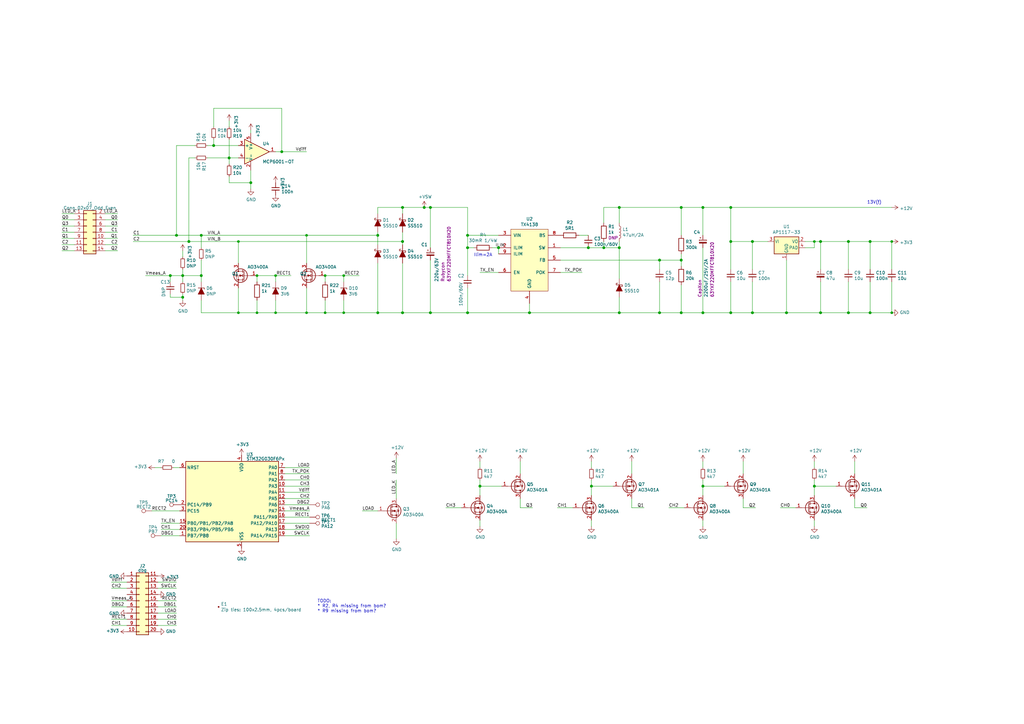
<source format=kicad_sch>
(kicad_sch (version 20220404) (generator eeschema)

  (uuid 90842322-b56e-42c7-bb4b-462bae6a0a0f)

  (paper "A3")

  (lib_symbols
    (symbol "Amplifier_Operational:MCP6001-OT" (pin_names (offset 0.127)) (in_bom yes) (on_board yes)
      (property "Reference" "U" (id 0) (at -1.27 6.35 0)
        (effects (font (size 1.27 1.27)) (justify left))
      )
      (property "Value" "MCP6001-OT" (id 1) (at -1.27 3.81 0)
        (effects (font (size 1.27 1.27)) (justify left))
      )
      (property "Footprint" "Package_TO_SOT_SMD:SOT-23-5" (id 2) (at -2.54 -5.08 0)
        (effects (font (size 1.27 1.27)) (justify left) hide)
      )
      (property "Datasheet" "http://ww1.microchip.com/downloads/en/DeviceDoc/21733j.pdf" (id 3) (at 0 5.08 0)
        (effects (font (size 1.27 1.27)) hide)
      )
      (property "ki_keywords" "single opamp" (id 4) (at 0 0 0)
        (effects (font (size 1.27 1.27)) hide)
      )
      (property "ki_description" "1MHz, Low-Power Op Amp, SOT-23-5" (id 5) (at 0 0 0)
        (effects (font (size 1.27 1.27)) hide)
      )
      (property "ki_fp_filters" "SOT?23*" (id 6) (at 0 0 0)
        (effects (font (size 1.27 1.27)) hide)
      )
      (symbol "MCP6001-OT_0_1"
        (polyline
          (pts
            (xy -5.08 5.08)
            (xy 5.08 0)
            (xy -5.08 -5.08)
            (xy -5.08 5.08)
          )
          (stroke (width 0.254) (type default))
          (fill (type background))
        )
        (pin power_in line (at -2.54 -7.62 90) (length 3.81)
          (name "V-" (effects (font (size 1.27 1.27))))
          (number "2" (effects (font (size 1.27 1.27))))
        )
        (pin power_in line (at -2.54 7.62 270) (length 3.81)
          (name "V+" (effects (font (size 1.27 1.27))))
          (number "5" (effects (font (size 1.27 1.27))))
        )
      )
      (symbol "MCP6001-OT_1_1"
        (pin output line (at 7.62 0 180) (length 2.54)
          (name "~" (effects (font (size 1.27 1.27))))
          (number "1" (effects (font (size 1.27 1.27))))
        )
        (pin input line (at -7.62 2.54 0) (length 2.54)
          (name "+" (effects (font (size 1.27 1.27))))
          (number "3" (effects (font (size 1.27 1.27))))
        )
        (pin input line (at -7.62 -2.54 0) (length 2.54)
          (name "-" (effects (font (size 1.27 1.27))))
          (number "4" (effects (font (size 1.27 1.27))))
        )
      )
    )
    (symbol "Connector:TestPoint" (pin_numbers hide) (pin_names (offset 0.762) hide) (in_bom yes) (on_board yes)
      (property "Reference" "TP" (id 0) (at 0 6.858 0)
        (effects (font (size 1.27 1.27)))
      )
      (property "Value" "TestPoint" (id 1) (at 0 5.08 0)
        (effects (font (size 1.27 1.27)))
      )
      (property "Footprint" "" (id 2) (at 5.08 0 0)
        (effects (font (size 1.27 1.27)) hide)
      )
      (property "Datasheet" "~" (id 3) (at 5.08 0 0)
        (effects (font (size 1.27 1.27)) hide)
      )
      (property "ki_keywords" "test point tp" (id 4) (at 0 0 0)
        (effects (font (size 1.27 1.27)) hide)
      )
      (property "ki_description" "test point" (id 5) (at 0 0 0)
        (effects (font (size 1.27 1.27)) hide)
      )
      (property "ki_fp_filters" "Pin* Test*" (id 6) (at 0 0 0)
        (effects (font (size 1.27 1.27)) hide)
      )
      (symbol "TestPoint_0_1"
        (circle (center 0 3.302) (radius 0.762)
          (stroke (width 0) (type default))
          (fill (type none))
        )
      )
      (symbol "TestPoint_1_1"
        (pin passive line (at 0 0 90) (length 2.54)
          (name "1" (effects (font (size 1.27 1.27))))
          (number "1" (effects (font (size 1.27 1.27))))
        )
      )
    )
    (symbol "Connector_Generic:Conn_02x07_Odd_Even" (pin_names (offset 1.016) hide) (in_bom yes) (on_board yes)
      (property "Reference" "J" (id 0) (at 1.27 10.16 0)
        (effects (font (size 1.27 1.27)))
      )
      (property "Value" "Conn_02x07_Odd_Even" (id 1) (at 1.27 -10.16 0)
        (effects (font (size 1.27 1.27)))
      )
      (property "Footprint" "" (id 2) (at 0 0 0)
        (effects (font (size 1.27 1.27)) hide)
      )
      (property "Datasheet" "~" (id 3) (at 0 0 0)
        (effects (font (size 1.27 1.27)) hide)
      )
      (property "ki_keywords" "connector" (id 4) (at 0 0 0)
        (effects (font (size 1.27 1.27)) hide)
      )
      (property "ki_description" "Generic connector, double row, 02x07, odd/even pin numbering scheme (row 1 odd numbers, row 2 even numbers), script generated (kicad-library-utils/schlib/autogen/connector/)" (id 5) (at 0 0 0)
        (effects (font (size 1.27 1.27)) hide)
      )
      (property "ki_fp_filters" "Connector*:*_2x??_*" (id 6) (at 0 0 0)
        (effects (font (size 1.27 1.27)) hide)
      )
      (symbol "Conn_02x07_Odd_Even_1_1"
        (rectangle (start -1.27 -7.493) (end 0 -7.747)
          (stroke (width 0.1524) (type default))
          (fill (type none))
        )
        (rectangle (start -1.27 -4.953) (end 0 -5.207)
          (stroke (width 0.1524) (type default))
          (fill (type none))
        )
        (rectangle (start -1.27 -2.413) (end 0 -2.667)
          (stroke (width 0.1524) (type default))
          (fill (type none))
        )
        (rectangle (start -1.27 0.127) (end 0 -0.127)
          (stroke (width 0.1524) (type default))
          (fill (type none))
        )
        (rectangle (start -1.27 2.667) (end 0 2.413)
          (stroke (width 0.1524) (type default))
          (fill (type none))
        )
        (rectangle (start -1.27 5.207) (end 0 4.953)
          (stroke (width 0.1524) (type default))
          (fill (type none))
        )
        (rectangle (start -1.27 7.747) (end 0 7.493)
          (stroke (width 0.1524) (type default))
          (fill (type none))
        )
        (rectangle (start -1.27 8.89) (end 3.81 -8.89)
          (stroke (width 0.254) (type default))
          (fill (type background))
        )
        (rectangle (start 3.81 -7.493) (end 2.54 -7.747)
          (stroke (width 0.1524) (type default))
          (fill (type none))
        )
        (rectangle (start 3.81 -4.953) (end 2.54 -5.207)
          (stroke (width 0.1524) (type default))
          (fill (type none))
        )
        (rectangle (start 3.81 -2.413) (end 2.54 -2.667)
          (stroke (width 0.1524) (type default))
          (fill (type none))
        )
        (rectangle (start 3.81 0.127) (end 2.54 -0.127)
          (stroke (width 0.1524) (type default))
          (fill (type none))
        )
        (rectangle (start 3.81 2.667) (end 2.54 2.413)
          (stroke (width 0.1524) (type default))
          (fill (type none))
        )
        (rectangle (start 3.81 5.207) (end 2.54 4.953)
          (stroke (width 0.1524) (type default))
          (fill (type none))
        )
        (rectangle (start 3.81 7.747) (end 2.54 7.493)
          (stroke (width 0.1524) (type default))
          (fill (type none))
        )
        (pin passive line (at -5.08 7.62 0) (length 3.81)
          (name "Pin_1" (effects (font (size 1.27 1.27))))
          (number "1" (effects (font (size 1.27 1.27))))
        )
        (pin passive line (at 7.62 -2.54 180) (length 3.81)
          (name "Pin_10" (effects (font (size 1.27 1.27))))
          (number "10" (effects (font (size 1.27 1.27))))
        )
        (pin passive line (at -5.08 -5.08 0) (length 3.81)
          (name "Pin_11" (effects (font (size 1.27 1.27))))
          (number "11" (effects (font (size 1.27 1.27))))
        )
        (pin passive line (at 7.62 -5.08 180) (length 3.81)
          (name "Pin_12" (effects (font (size 1.27 1.27))))
          (number "12" (effects (font (size 1.27 1.27))))
        )
        (pin passive line (at -5.08 -7.62 0) (length 3.81)
          (name "Pin_13" (effects (font (size 1.27 1.27))))
          (number "13" (effects (font (size 1.27 1.27))))
        )
        (pin passive line (at 7.62 -7.62 180) (length 3.81)
          (name "Pin_14" (effects (font (size 1.27 1.27))))
          (number "14" (effects (font (size 1.27 1.27))))
        )
        (pin passive line (at 7.62 7.62 180) (length 3.81)
          (name "Pin_2" (effects (font (size 1.27 1.27))))
          (number "2" (effects (font (size 1.27 1.27))))
        )
        (pin passive line (at -5.08 5.08 0) (length 3.81)
          (name "Pin_3" (effects (font (size 1.27 1.27))))
          (number "3" (effects (font (size 1.27 1.27))))
        )
        (pin passive line (at 7.62 5.08 180) (length 3.81)
          (name "Pin_4" (effects (font (size 1.27 1.27))))
          (number "4" (effects (font (size 1.27 1.27))))
        )
        (pin passive line (at -5.08 2.54 0) (length 3.81)
          (name "Pin_5" (effects (font (size 1.27 1.27))))
          (number "5" (effects (font (size 1.27 1.27))))
        )
        (pin passive line (at 7.62 2.54 180) (length 3.81)
          (name "Pin_6" (effects (font (size 1.27 1.27))))
          (number "6" (effects (font (size 1.27 1.27))))
        )
        (pin passive line (at -5.08 0 0) (length 3.81)
          (name "Pin_7" (effects (font (size 1.27 1.27))))
          (number "7" (effects (font (size 1.27 1.27))))
        )
        (pin passive line (at 7.62 0 180) (length 3.81)
          (name "Pin_8" (effects (font (size 1.27 1.27))))
          (number "8" (effects (font (size 1.27 1.27))))
        )
        (pin passive line (at -5.08 -2.54 0) (length 3.81)
          (name "Pin_9" (effects (font (size 1.27 1.27))))
          (number "9" (effects (font (size 1.27 1.27))))
        )
      )
    )
    (symbol "Connector_Generic:Conn_02x10_Top_Bottom" (pin_names (offset 1.016) hide) (in_bom yes) (on_board yes)
      (property "Reference" "J" (id 0) (at 1.27 12.7 0)
        (effects (font (size 1.27 1.27)))
      )
      (property "Value" "Conn_02x10_Top_Bottom" (id 1) (at 1.27 -15.24 0)
        (effects (font (size 1.27 1.27)))
      )
      (property "Footprint" "" (id 2) (at 0 0 0)
        (effects (font (size 1.27 1.27)) hide)
      )
      (property "Datasheet" "~" (id 3) (at 0 0 0)
        (effects (font (size 1.27 1.27)) hide)
      )
      (property "ki_keywords" "connector" (id 4) (at 0 0 0)
        (effects (font (size 1.27 1.27)) hide)
      )
      (property "ki_description" "Generic connector, double row, 02x10, top/bottom pin numbering scheme (row 1: 1...pins_per_row, row2: pins_per_row+1 ... num_pins), script generated (kicad-library-utils/schlib/autogen/connector/)" (id 5) (at 0 0 0)
        (effects (font (size 1.27 1.27)) hide)
      )
      (property "ki_fp_filters" "Connector*:*_2x??_*" (id 6) (at 0 0 0)
        (effects (font (size 1.27 1.27)) hide)
      )
      (symbol "Conn_02x10_Top_Bottom_1_1"
        (rectangle (start -1.27 -12.573) (end 0 -12.827)
          (stroke (width 0.1524) (type default))
          (fill (type none))
        )
        (rectangle (start -1.27 -10.033) (end 0 -10.287)
          (stroke (width 0.1524) (type default))
          (fill (type none))
        )
        (rectangle (start -1.27 -7.493) (end 0 -7.747)
          (stroke (width 0.1524) (type default))
          (fill (type none))
        )
        (rectangle (start -1.27 -4.953) (end 0 -5.207)
          (stroke (width 0.1524) (type default))
          (fill (type none))
        )
        (rectangle (start -1.27 -2.413) (end 0 -2.667)
          (stroke (width 0.1524) (type default))
          (fill (type none))
        )
        (rectangle (start -1.27 0.127) (end 0 -0.127)
          (stroke (width 0.1524) (type default))
          (fill (type none))
        )
        (rectangle (start -1.27 2.667) (end 0 2.413)
          (stroke (width 0.1524) (type default))
          (fill (type none))
        )
        (rectangle (start -1.27 5.207) (end 0 4.953)
          (stroke (width 0.1524) (type default))
          (fill (type none))
        )
        (rectangle (start -1.27 7.747) (end 0 7.493)
          (stroke (width 0.1524) (type default))
          (fill (type none))
        )
        (rectangle (start -1.27 10.287) (end 0 10.033)
          (stroke (width 0.1524) (type default))
          (fill (type none))
        )
        (rectangle (start -1.27 11.43) (end 3.81 -13.97)
          (stroke (width 0.254) (type default))
          (fill (type background))
        )
        (rectangle (start 3.81 -12.573) (end 2.54 -12.827)
          (stroke (width 0.1524) (type default))
          (fill (type none))
        )
        (rectangle (start 3.81 -10.033) (end 2.54 -10.287)
          (stroke (width 0.1524) (type default))
          (fill (type none))
        )
        (rectangle (start 3.81 -7.493) (end 2.54 -7.747)
          (stroke (width 0.1524) (type default))
          (fill (type none))
        )
        (rectangle (start 3.81 -4.953) (end 2.54 -5.207)
          (stroke (width 0.1524) (type default))
          (fill (type none))
        )
        (rectangle (start 3.81 -2.413) (end 2.54 -2.667)
          (stroke (width 0.1524) (type default))
          (fill (type none))
        )
        (rectangle (start 3.81 0.127) (end 2.54 -0.127)
          (stroke (width 0.1524) (type default))
          (fill (type none))
        )
        (rectangle (start 3.81 2.667) (end 2.54 2.413)
          (stroke (width 0.1524) (type default))
          (fill (type none))
        )
        (rectangle (start 3.81 5.207) (end 2.54 4.953)
          (stroke (width 0.1524) (type default))
          (fill (type none))
        )
        (rectangle (start 3.81 7.747) (end 2.54 7.493)
          (stroke (width 0.1524) (type default))
          (fill (type none))
        )
        (rectangle (start 3.81 10.287) (end 2.54 10.033)
          (stroke (width 0.1524) (type default))
          (fill (type none))
        )
        (pin passive line (at -5.08 10.16 0) (length 3.81)
          (name "Pin_1" (effects (font (size 1.27 1.27))))
          (number "1" (effects (font (size 1.27 1.27))))
        )
        (pin passive line (at -5.08 -12.7 0) (length 3.81)
          (name "Pin_10" (effects (font (size 1.27 1.27))))
          (number "10" (effects (font (size 1.27 1.27))))
        )
        (pin passive line (at 7.62 10.16 180) (length 3.81)
          (name "Pin_11" (effects (font (size 1.27 1.27))))
          (number "11" (effects (font (size 1.27 1.27))))
        )
        (pin passive line (at 7.62 7.62 180) (length 3.81)
          (name "Pin_12" (effects (font (size 1.27 1.27))))
          (number "12" (effects (font (size 1.27 1.27))))
        )
        (pin passive line (at 7.62 5.08 180) (length 3.81)
          (name "Pin_13" (effects (font (size 1.27 1.27))))
          (number "13" (effects (font (size 1.27 1.27))))
        )
        (pin passive line (at 7.62 2.54 180) (length 3.81)
          (name "Pin_14" (effects (font (size 1.27 1.27))))
          (number "14" (effects (font (size 1.27 1.27))))
        )
        (pin passive line (at 7.62 0 180) (length 3.81)
          (name "Pin_15" (effects (font (size 1.27 1.27))))
          (number "15" (effects (font (size 1.27 1.27))))
        )
        (pin passive line (at 7.62 -2.54 180) (length 3.81)
          (name "Pin_16" (effects (font (size 1.27 1.27))))
          (number "16" (effects (font (size 1.27 1.27))))
        )
        (pin passive line (at 7.62 -5.08 180) (length 3.81)
          (name "Pin_17" (effects (font (size 1.27 1.27))))
          (number "17" (effects (font (size 1.27 1.27))))
        )
        (pin passive line (at 7.62 -7.62 180) (length 3.81)
          (name "Pin_18" (effects (font (size 1.27 1.27))))
          (number "18" (effects (font (size 1.27 1.27))))
        )
        (pin passive line (at 7.62 -10.16 180) (length 3.81)
          (name "Pin_19" (effects (font (size 1.27 1.27))))
          (number "19" (effects (font (size 1.27 1.27))))
        )
        (pin passive line (at -5.08 7.62 0) (length 3.81)
          (name "Pin_2" (effects (font (size 1.27 1.27))))
          (number "2" (effects (font (size 1.27 1.27))))
        )
        (pin passive line (at 7.62 -12.7 180) (length 3.81)
          (name "Pin_20" (effects (font (size 1.27 1.27))))
          (number "20" (effects (font (size 1.27 1.27))))
        )
        (pin passive line (at -5.08 5.08 0) (length 3.81)
          (name "Pin_3" (effects (font (size 1.27 1.27))))
          (number "3" (effects (font (size 1.27 1.27))))
        )
        (pin passive line (at -5.08 2.54 0) (length 3.81)
          (name "Pin_4" (effects (font (size 1.27 1.27))))
          (number "4" (effects (font (size 1.27 1.27))))
        )
        (pin passive line (at -5.08 0 0) (length 3.81)
          (name "Pin_5" (effects (font (size 1.27 1.27))))
          (number "5" (effects (font (size 1.27 1.27))))
        )
        (pin passive line (at -5.08 -2.54 0) (length 3.81)
          (name "Pin_6" (effects (font (size 1.27 1.27))))
          (number "6" (effects (font (size 1.27 1.27))))
        )
        (pin passive line (at -5.08 -5.08 0) (length 3.81)
          (name "Pin_7" (effects (font (size 1.27 1.27))))
          (number "7" (effects (font (size 1.27 1.27))))
        )
        (pin passive line (at -5.08 -7.62 0) (length 3.81)
          (name "Pin_8" (effects (font (size 1.27 1.27))))
          (number "8" (effects (font (size 1.27 1.27))))
        )
        (pin passive line (at -5.08 -10.16 0) (length 3.81)
          (name "Pin_9" (effects (font (size 1.27 1.27))))
          (number "9" (effects (font (size 1.27 1.27))))
        )
      )
    )
    (symbol "MCU_ST_STM32G0:STM32G030F6Px" (in_bom yes) (on_board yes)
      (property "Reference" "U" (id 0) (at -20.32 16.51 0)
        (effects (font (size 1.27 1.27)) (justify left))
      )
      (property "Value" "STM32G030F6Px" (id 1) (at 5.08 16.51 0)
        (effects (font (size 1.27 1.27)) (justify left))
      )
      (property "Footprint" "Package_SO:TSSOP-20_4.4x6.5mm_P0.65mm" (id 2) (at -20.32 -17.78 0)
        (effects (font (size 1.27 1.27)) (justify right) hide)
      )
      (property "Datasheet" "https://www.st.com/resource/en/datasheet/stm32g030f6.pdf" (id 3) (at 0 0 0)
        (effects (font (size 1.27 1.27)) hide)
      )
      (property "ki_locked" "" (id 4) (at 0 0 0)
        (effects (font (size 1.27 1.27)))
      )
      (property "ki_keywords" "ARM Cortex-M0+ STM32G0 STM32G0x0 Value line" (id 5) (at 0 0 0)
        (effects (font (size 1.27 1.27)) hide)
      )
      (property "ki_description" "ARM Cortex-M0+ MCU, 32KB flash, 8KB RAM, 64MHz, 2-3.6V, 26 GPIO, TSSOP-20" (id 6) (at 0 0 0)
        (effects (font (size 1.27 1.27)) hide)
      )
      (property "ki_fp_filters" "TSSOP*4.4x6.5mm*P0.65mm*" (id 7) (at 0 0 0)
        (effects (font (size 1.27 1.27)) hide)
      )
      (symbol "STM32G030F6Px_0_1"
        (rectangle (start -20.32 -17.78) (end 17.78 15.24)
          (stroke (width 0.254) (type default))
          (fill (type background))
        )
      )
      (symbol "STM32G030F6Px_1_1"
        (pin bidirectional line (at -22.86 -15.24 0) (length 2.54)
          (name "PB7/PB8" (effects (font (size 1.27 1.27))))
          (number "1" (effects (font (size 1.27 1.27))))
          (alternate "ADC1_IN11" bidirectional line)
          (alternate "I2C1_SDA" bidirectional line)
          (alternate "SPI2_MOSI" bidirectional line)
          (alternate "SYS_PVD_IN" bidirectional line)
          (alternate "TIM17_CH1N" bidirectional line)
          (alternate "USART1_RX" bidirectional line)
        )
        (pin bidirectional line (at 20.32 5.08 180) (length 2.54)
          (name "PA3" (effects (font (size 1.27 1.27))))
          (number "10" (effects (font (size 1.27 1.27))))
          (alternate "ADC1_IN3" bidirectional line)
          (alternate "SPI2_MISO" bidirectional line)
          (alternate "USART2_RX" bidirectional line)
        )
        (pin bidirectional line (at 20.32 2.54 180) (length 2.54)
          (name "PA4" (effects (font (size 1.27 1.27))))
          (number "11" (effects (font (size 1.27 1.27))))
          (alternate "ADC1_IN4" bidirectional line)
          (alternate "I2S1_WS" bidirectional line)
          (alternate "RTC_OUT_ALARM" bidirectional line)
          (alternate "RTC_OUT_CALIB" bidirectional line)
          (alternate "RTC_TAMP_IN1" bidirectional line)
          (alternate "RTC_TS" bidirectional line)
          (alternate "SPI1_NSS" bidirectional line)
          (alternate "SPI2_MOSI" bidirectional line)
          (alternate "SYS_WKUP2" bidirectional line)
          (alternate "TIM14_CH1" bidirectional line)
        )
        (pin bidirectional line (at 20.32 0 180) (length 2.54)
          (name "PA5" (effects (font (size 1.27 1.27))))
          (number "12" (effects (font (size 1.27 1.27))))
          (alternate "ADC1_IN5" bidirectional line)
          (alternate "I2S1_CK" bidirectional line)
          (alternate "SPI1_SCK" bidirectional line)
        )
        (pin bidirectional line (at 20.32 -2.54 180) (length 2.54)
          (name "PA6" (effects (font (size 1.27 1.27))))
          (number "13" (effects (font (size 1.27 1.27))))
          (alternate "ADC1_IN6" bidirectional line)
          (alternate "I2S1_MCK" bidirectional line)
          (alternate "SPI1_MISO" bidirectional line)
          (alternate "TIM16_CH1" bidirectional line)
          (alternate "TIM1_BK" bidirectional line)
          (alternate "TIM3_CH1" bidirectional line)
        )
        (pin bidirectional line (at 20.32 -5.08 180) (length 2.54)
          (name "PA7" (effects (font (size 1.27 1.27))))
          (number "14" (effects (font (size 1.27 1.27))))
          (alternate "ADC1_IN7" bidirectional line)
          (alternate "I2S1_SD" bidirectional line)
          (alternate "SPI1_MOSI" bidirectional line)
          (alternate "TIM14_CH1" bidirectional line)
          (alternate "TIM17_CH1" bidirectional line)
          (alternate "TIM1_CH1N" bidirectional line)
          (alternate "TIM3_CH2" bidirectional line)
        )
        (pin bidirectional line (at -22.86 -10.16 0) (length 2.54)
          (name "PB0/PB1/PB2/PA8" (effects (font (size 1.27 1.27))))
          (number "15" (effects (font (size 1.27 1.27))))
          (alternate "ADC1_IN8" bidirectional line)
          (alternate "I2S1_WS" bidirectional line)
          (alternate "SPI1_NSS" bidirectional line)
          (alternate "TIM1_CH2N" bidirectional line)
          (alternate "TIM3_CH3" bidirectional line)
        )
        (pin bidirectional line (at 20.32 -7.62 180) (length 2.54)
          (name "PA11/PA9" (effects (font (size 1.27 1.27))))
          (number "16" (effects (font (size 1.27 1.27))))
          (alternate "ADC1_EXTI11" bidirectional line)
          (alternate "ADC1_IN15" bidirectional line)
          (alternate "I2C2_SCL" bidirectional line)
          (alternate "I2S1_MCK" bidirectional line)
          (alternate "SPI1_MISO" bidirectional line)
          (alternate "TIM1_BK2" bidirectional line)
          (alternate "TIM1_CH4" bidirectional line)
          (alternate "USART1_CTS" bidirectional line)
          (alternate "USART1_NSS" bidirectional line)
        )
        (pin bidirectional line (at 20.32 -10.16 180) (length 2.54)
          (name "PA12/PA10" (effects (font (size 1.27 1.27))))
          (number "17" (effects (font (size 1.27 1.27))))
          (alternate "ADC1_IN16" bidirectional line)
          (alternate "I2C2_SDA" bidirectional line)
          (alternate "I2S1_SD" bidirectional line)
          (alternate "I2S_CKIN" bidirectional line)
          (alternate "SPI1_MOSI" bidirectional line)
          (alternate "TIM1_ETR" bidirectional line)
          (alternate "USART1_CK" bidirectional line)
          (alternate "USART1_DE" bidirectional line)
          (alternate "USART1_RTS" bidirectional line)
        )
        (pin bidirectional line (at 20.32 -12.7 180) (length 2.54)
          (name "PA13" (effects (font (size 1.27 1.27))))
          (number "18" (effects (font (size 1.27 1.27))))
          (alternate "ADC1_IN17" bidirectional line)
          (alternate "IR_OUT" bidirectional line)
          (alternate "SYS_SWDIO" bidirectional line)
        )
        (pin bidirectional line (at 20.32 -15.24 180) (length 2.54)
          (name "PA14/PA15" (effects (font (size 1.27 1.27))))
          (number "19" (effects (font (size 1.27 1.27))))
          (alternate "ADC1_IN18" bidirectional line)
          (alternate "SYS_SWCLK" bidirectional line)
          (alternate "USART2_TX" bidirectional line)
        )
        (pin input line (at -22.86 -2.54 0) (length 2.54)
          (name "PC14/PB9" (effects (font (size 1.27 1.27))))
          (number "2" (effects (font (size 1.27 1.27))))
          (alternate "RCC_OSC32_IN" bidirectional line)
          (alternate "RCC_OSC_IN" bidirectional line)
          (alternate "TIM1_BK2" bidirectional line)
        )
        (pin bidirectional line (at -22.86 -12.7 0) (length 2.54)
          (name "PB3/PB4/PB5/PB6" (effects (font (size 1.27 1.27))))
          (number "20" (effects (font (size 1.27 1.27))))
          (alternate "I2S1_CK" bidirectional line)
          (alternate "SPI1_SCK" bidirectional line)
          (alternate "TIM1_CH2" bidirectional line)
          (alternate "USART1_CK" bidirectional line)
          (alternate "USART1_DE" bidirectional line)
          (alternate "USART1_RTS" bidirectional line)
        )
        (pin bidirectional line (at -22.86 -5.08 0) (length 2.54)
          (name "PC15" (effects (font (size 1.27 1.27))))
          (number "3" (effects (font (size 1.27 1.27))))
          (alternate "RCC_OSC32_EN" bidirectional line)
          (alternate "RCC_OSC32_OUT" bidirectional line)
          (alternate "RCC_OSC_EN" bidirectional line)
        )
        (pin power_in line (at 2.54 17.78 270) (length 2.54)
          (name "VDD" (effects (font (size 1.27 1.27))))
          (number "4" (effects (font (size 1.27 1.27))))
        )
        (pin power_in line (at 2.54 -20.32 90) (length 2.54)
          (name "VSS" (effects (font (size 1.27 1.27))))
          (number "5" (effects (font (size 1.27 1.27))))
        )
        (pin input line (at -22.86 12.7 0) (length 2.54)
          (name "NRST" (effects (font (size 1.27 1.27))))
          (number "6" (effects (font (size 1.27 1.27))))
        )
        (pin bidirectional line (at 20.32 12.7 180) (length 2.54)
          (name "PA0" (effects (font (size 1.27 1.27))))
          (number "7" (effects (font (size 1.27 1.27))))
          (alternate "ADC1_IN0" bidirectional line)
          (alternate "RTC_TAMP_IN2" bidirectional line)
          (alternate "SPI2_SCK" bidirectional line)
          (alternate "SYS_WKUP1" bidirectional line)
          (alternate "USART2_CTS" bidirectional line)
          (alternate "USART2_NSS" bidirectional line)
        )
        (pin bidirectional line (at 20.32 10.16 180) (length 2.54)
          (name "PA1" (effects (font (size 1.27 1.27))))
          (number "8" (effects (font (size 1.27 1.27))))
          (alternate "ADC1_IN1" bidirectional line)
          (alternate "I2C1_SMBA" bidirectional line)
          (alternate "I2S1_CK" bidirectional line)
          (alternate "SPI1_SCK" bidirectional line)
          (alternate "USART2_CK" bidirectional line)
          (alternate "USART2_DE" bidirectional line)
          (alternate "USART2_RTS" bidirectional line)
        )
        (pin bidirectional line (at 20.32 7.62 180) (length 2.54)
          (name "PA2" (effects (font (size 1.27 1.27))))
          (number "9" (effects (font (size 1.27 1.27))))
          (alternate "ADC1_IN2" bidirectional line)
          (alternate "I2S1_SD" bidirectional line)
          (alternate "RCC_LSCO" bidirectional line)
          (alternate "SPI1_MOSI" bidirectional line)
          (alternate "SYS_WKUP4" bidirectional line)
          (alternate "USART2_TX" bidirectional line)
        )
      )
    )
    (symbol "Transistor_FET:AO3400A" (pin_names hide) (in_bom yes) (on_board yes)
      (property "Reference" "Q" (id 0) (at 5.08 1.905 0)
        (effects (font (size 1.27 1.27)) (justify left))
      )
      (property "Value" "AO3400A" (id 1) (at 5.08 0 0)
        (effects (font (size 1.27 1.27)) (justify left))
      )
      (property "Footprint" "Package_TO_SOT_SMD:SOT-23" (id 2) (at 5.08 -1.905 0)
        (effects (font (size 1.27 1.27) italic) (justify left) hide)
      )
      (property "Datasheet" "http://www.aosmd.com/pdfs/datasheet/AO3400A.pdf" (id 3) (at 0 0 0)
        (effects (font (size 1.27 1.27)) (justify left) hide)
      )
      (property "ki_keywords" "N-Channel MOSFET" (id 4) (at 0 0 0)
        (effects (font (size 1.27 1.27)) hide)
      )
      (property "ki_description" "30V Vds, 5.7A Id, N-Channel MOSFET, SOT-23" (id 5) (at 0 0 0)
        (effects (font (size 1.27 1.27)) hide)
      )
      (property "ki_fp_filters" "SOT?23*" (id 6) (at 0 0 0)
        (effects (font (size 1.27 1.27)) hide)
      )
      (symbol "AO3400A_0_1"
        (polyline
          (pts
            (xy 0.254 0)
            (xy -2.54 0)
          )
          (stroke (width 0) (type default))
          (fill (type none))
        )
        (polyline
          (pts
            (xy 0.254 1.905)
            (xy 0.254 -1.905)
          )
          (stroke (width 0.254) (type default))
          (fill (type none))
        )
        (polyline
          (pts
            (xy 0.762 -1.27)
            (xy 0.762 -2.286)
          )
          (stroke (width 0.254) (type default))
          (fill (type none))
        )
        (polyline
          (pts
            (xy 0.762 0.508)
            (xy 0.762 -0.508)
          )
          (stroke (width 0.254) (type default))
          (fill (type none))
        )
        (polyline
          (pts
            (xy 0.762 2.286)
            (xy 0.762 1.27)
          )
          (stroke (width 0.254) (type default))
          (fill (type none))
        )
        (polyline
          (pts
            (xy 2.54 2.54)
            (xy 2.54 1.778)
          )
          (stroke (width 0) (type default))
          (fill (type none))
        )
        (polyline
          (pts
            (xy 2.54 -2.54)
            (xy 2.54 0)
            (xy 0.762 0)
          )
          (stroke (width 0) (type default))
          (fill (type none))
        )
        (polyline
          (pts
            (xy 0.762 -1.778)
            (xy 3.302 -1.778)
            (xy 3.302 1.778)
            (xy 0.762 1.778)
          )
          (stroke (width 0) (type default))
          (fill (type none))
        )
        (polyline
          (pts
            (xy 1.016 0)
            (xy 2.032 0.381)
            (xy 2.032 -0.381)
            (xy 1.016 0)
          )
          (stroke (width 0) (type default))
          (fill (type outline))
        )
        (polyline
          (pts
            (xy 2.794 0.508)
            (xy 2.921 0.381)
            (xy 3.683 0.381)
            (xy 3.81 0.254)
          )
          (stroke (width 0) (type default))
          (fill (type none))
        )
        (polyline
          (pts
            (xy 3.302 0.381)
            (xy 2.921 -0.254)
            (xy 3.683 -0.254)
            (xy 3.302 0.381)
          )
          (stroke (width 0) (type default))
          (fill (type none))
        )
        (circle (center 1.651 0) (radius 2.794)
          (stroke (width 0.254) (type default))
          (fill (type none))
        )
        (circle (center 2.54 -1.778) (radius 0.254)
          (stroke (width 0) (type default))
          (fill (type outline))
        )
        (circle (center 2.54 1.778) (radius 0.254)
          (stroke (width 0) (type default))
          (fill (type outline))
        )
      )
      (symbol "AO3400A_1_1"
        (pin input line (at -5.08 0 0) (length 2.54)
          (name "G" (effects (font (size 1.27 1.27))))
          (number "1" (effects (font (size 1.27 1.27))))
        )
        (pin passive line (at 2.54 -5.08 90) (length 2.54)
          (name "S" (effects (font (size 1.27 1.27))))
          (number "2" (effects (font (size 1.27 1.27))))
        )
        (pin passive line (at 2.54 5.08 270) (length 2.54)
          (name "D" (effects (font (size 1.27 1.27))))
          (number "3" (effects (font (size 1.27 1.27))))
        )
      )
    )
    (symbol "Transistor_FET:AO3401A" (pin_names hide) (in_bom yes) (on_board yes)
      (property "Reference" "Q" (id 0) (at 5.08 1.905 0)
        (effects (font (size 1.27 1.27)) (justify left))
      )
      (property "Value" "AO3401A" (id 1) (at 5.08 0 0)
        (effects (font (size 1.27 1.27)) (justify left))
      )
      (property "Footprint" "Package_TO_SOT_SMD:SOT-23" (id 2) (at 5.08 -1.905 0)
        (effects (font (size 1.27 1.27) italic) (justify left) hide)
      )
      (property "Datasheet" "http://www.aosmd.com/pdfs/datasheet/AO3401A.pdf" (id 3) (at 0 0 0)
        (effects (font (size 1.27 1.27)) (justify left) hide)
      )
      (property "ki_keywords" "P-Channel MOSFET" (id 4) (at 0 0 0)
        (effects (font (size 1.27 1.27)) hide)
      )
      (property "ki_description" "-4.0A Id, -30V Vds, P-Channel MOSFET, SOT-23" (id 5) (at 0 0 0)
        (effects (font (size 1.27 1.27)) hide)
      )
      (property "ki_fp_filters" "SOT?23*" (id 6) (at 0 0 0)
        (effects (font (size 1.27 1.27)) hide)
      )
      (symbol "AO3401A_0_1"
        (polyline
          (pts
            (xy 0.254 0)
            (xy -2.54 0)
          )
          (stroke (width 0) (type default))
          (fill (type none))
        )
        (polyline
          (pts
            (xy 0.254 1.905)
            (xy 0.254 -1.905)
          )
          (stroke (width 0.254) (type default))
          (fill (type none))
        )
        (polyline
          (pts
            (xy 0.762 -1.27)
            (xy 0.762 -2.286)
          )
          (stroke (width 0.254) (type default))
          (fill (type none))
        )
        (polyline
          (pts
            (xy 0.762 0.508)
            (xy 0.762 -0.508)
          )
          (stroke (width 0.254) (type default))
          (fill (type none))
        )
        (polyline
          (pts
            (xy 0.762 2.286)
            (xy 0.762 1.27)
          )
          (stroke (width 0.254) (type default))
          (fill (type none))
        )
        (polyline
          (pts
            (xy 2.54 2.54)
            (xy 2.54 1.778)
          )
          (stroke (width 0) (type default))
          (fill (type none))
        )
        (polyline
          (pts
            (xy 2.54 -2.54)
            (xy 2.54 0)
            (xy 0.762 0)
          )
          (stroke (width 0) (type default))
          (fill (type none))
        )
        (polyline
          (pts
            (xy 0.762 1.778)
            (xy 3.302 1.778)
            (xy 3.302 -1.778)
            (xy 0.762 -1.778)
          )
          (stroke (width 0) (type default))
          (fill (type none))
        )
        (polyline
          (pts
            (xy 2.286 0)
            (xy 1.27 0.381)
            (xy 1.27 -0.381)
            (xy 2.286 0)
          )
          (stroke (width 0) (type default))
          (fill (type outline))
        )
        (polyline
          (pts
            (xy 2.794 -0.508)
            (xy 2.921 -0.381)
            (xy 3.683 -0.381)
            (xy 3.81 -0.254)
          )
          (stroke (width 0) (type default))
          (fill (type none))
        )
        (polyline
          (pts
            (xy 3.302 -0.381)
            (xy 2.921 0.254)
            (xy 3.683 0.254)
            (xy 3.302 -0.381)
          )
          (stroke (width 0) (type default))
          (fill (type none))
        )
        (circle (center 1.651 0) (radius 2.794)
          (stroke (width 0.254) (type default))
          (fill (type none))
        )
        (circle (center 2.54 -1.778) (radius 0.254)
          (stroke (width 0) (type default))
          (fill (type outline))
        )
        (circle (center 2.54 1.778) (radius 0.254)
          (stroke (width 0) (type default))
          (fill (type outline))
        )
      )
      (symbol "AO3401A_1_1"
        (pin input line (at -5.08 0 0) (length 2.54)
          (name "G" (effects (font (size 1.27 1.27))))
          (number "1" (effects (font (size 1.27 1.27))))
        )
        (pin passive line (at 2.54 -5.08 90) (length 2.54)
          (name "S" (effects (font (size 1.27 1.27))))
          (number "2" (effects (font (size 1.27 1.27))))
        )
        (pin passive line (at 2.54 5.08 270) (length 2.54)
          (name "D" (effects (font (size 1.27 1.27))))
          (number "3" (effects (font (size 1.27 1.27))))
        )
      )
    )
    (symbol "center-rescue:+12V-power" (power) (pin_names (offset 0)) (in_bom yes) (on_board yes)
      (property "Reference" "#PWR" (id 0) (at 0 -3.81 0)
        (effects (font (size 1.27 1.27)) hide)
      )
      (property "Value" "+12V-power" (id 1) (at 0 3.556 0)
        (effects (font (size 1.27 1.27)))
      )
      (property "Footprint" "" (id 2) (at 0 0 0)
        (effects (font (size 1.27 1.27)) hide)
      )
      (property "Datasheet" "" (id 3) (at 0 0 0)
        (effects (font (size 1.27 1.27)) hide)
      )
      (symbol "+12V-power_0_1"
        (polyline
          (pts
            (xy -0.762 1.27)
            (xy 0 2.54)
          )
          (stroke (width 0) (type default))
          (fill (type none))
        )
        (polyline
          (pts
            (xy 0 0)
            (xy 0 2.54)
          )
          (stroke (width 0) (type default))
          (fill (type none))
        )
        (polyline
          (pts
            (xy 0 2.54)
            (xy 0.762 1.27)
          )
          (stroke (width 0) (type default))
          (fill (type none))
        )
      )
      (symbol "+12V-power_1_1"
        (pin power_in line (at 0 0 90) (length 0) hide
          (name "+12V" (effects (font (size 1.27 1.27))))
          (number "1" (effects (font (size 1.27 1.27))))
        )
      )
    )
    (symbol "center-rescue:+3.3V-power" (power) (pin_names (offset 0)) (in_bom yes) (on_board yes)
      (property "Reference" "#PWR" (id 0) (at 0 -3.81 0)
        (effects (font (size 1.27 1.27)) hide)
      )
      (property "Value" "+3.3V-power" (id 1) (at 0 3.556 0)
        (effects (font (size 1.27 1.27)))
      )
      (property "Footprint" "" (id 2) (at 0 0 0)
        (effects (font (size 1.27 1.27)) hide)
      )
      (property "Datasheet" "" (id 3) (at 0 0 0)
        (effects (font (size 1.27 1.27)) hide)
      )
      (symbol "+3.3V-power_0_1"
        (polyline
          (pts
            (xy -0.762 1.27)
            (xy 0 2.54)
          )
          (stroke (width 0) (type default))
          (fill (type none))
        )
        (polyline
          (pts
            (xy 0 0)
            (xy 0 2.54)
          )
          (stroke (width 0) (type default))
          (fill (type none))
        )
        (polyline
          (pts
            (xy 0 2.54)
            (xy 0.762 1.27)
          )
          (stroke (width 0) (type default))
          (fill (type none))
        )
      )
      (symbol "+3.3V-power_1_1"
        (pin power_in line (at 0 0 90) (length 0) hide
          (name "+3V3" (effects (font (size 1.27 1.27))))
          (number "1" (effects (font (size 1.27 1.27))))
        )
      )
    )
    (symbol "center-rescue:+VSW-power" (power) (pin_names (offset 0)) (in_bom yes) (on_board yes)
      (property "Reference" "#PWR" (id 0) (at 0 -3.81 0)
        (effects (font (size 1.27 1.27)) hide)
      )
      (property "Value" "+VSW-power" (id 1) (at 0 3.556 0)
        (effects (font (size 1.27 1.27)))
      )
      (property "Footprint" "" (id 2) (at 0 0 0)
        (effects (font (size 1.27 1.27)) hide)
      )
      (property "Datasheet" "" (id 3) (at 0 0 0)
        (effects (font (size 1.27 1.27)) hide)
      )
      (symbol "+VSW-power_0_1"
        (polyline
          (pts
            (xy -0.762 1.27)
            (xy 0 2.54)
          )
          (stroke (width 0) (type default))
          (fill (type none))
        )
        (polyline
          (pts
            (xy 0 0)
            (xy 0 2.54)
          )
          (stroke (width 0) (type default))
          (fill (type none))
        )
        (polyline
          (pts
            (xy 0 2.54)
            (xy 0.762 1.27)
          )
          (stroke (width 0) (type default))
          (fill (type none))
        )
      )
      (symbol "+VSW-power_1_1"
        (pin power_in line (at 0 0 90) (length 0) hide
          (name "+VSW" (effects (font (size 1.27 1.27))))
          (number "1" (effects (font (size 1.27 1.27))))
        )
      )
    )
    (symbol "center-rescue:AP1117-33-Regulator_Linear" (pin_names (offset 0.254)) (in_bom yes) (on_board yes)
      (property "Reference" "U" (id 0) (at -3.81 3.175 0)
        (effects (font (size 1.27 1.27)))
      )
      (property "Value" "AP1117-33-Regulator_Linear" (id 1) (at 0 3.175 0)
        (effects (font (size 1.27 1.27)) (justify left))
      )
      (property "Footprint" "Package_TO_SOT_SMD:SOT-223-3_TabPin2" (id 2) (at 0 5.08 0)
        (effects (font (size 1.27 1.27)) hide)
      )
      (property "Datasheet" "http://www.diodes.com/datasheets/AP1117.pdf" (id 3) (at 2.54 -6.35 0)
        (effects (font (size 1.27 1.27)) hide)
      )
      (property "ki_fp_filters" "SOT?223*TabPin2*" (id 4) (at 0 0 0)
        (effects (font (size 1.27 1.27)) hide)
      )
      (symbol "AP1117-33-Regulator_Linear_0_1"
        (rectangle (start -5.08 -5.08) (end 5.08 1.905)
          (stroke (width 0.254) (type default))
          (fill (type background))
        )
      )
      (symbol "AP1117-33-Regulator_Linear_1_1"
        (pin power_in line (at 0 -7.62 90) (length 2.54)
          (name "GND" (effects (font (size 1.27 1.27))))
          (number "1" (effects (font (size 1.27 1.27))))
        )
        (pin power_out line (at 7.62 0 180) (length 2.54)
          (name "VO" (effects (font (size 1.27 1.27))))
          (number "2" (effects (font (size 1.27 1.27))))
        )
        (pin power_in line (at -7.62 0 0) (length 2.54)
          (name "VI" (effects (font (size 1.27 1.27))))
          (number "3" (effects (font (size 1.27 1.27))))
        )
        (pin power_out line (at 7.62 -2.54 180) (length 2.54)
          (name "PAD" (effects (font (size 1.27 1.27))))
          (number "4" (effects (font (size 1.27 1.27))))
        )
      )
    )
    (symbol "center-rescue:CP_Small-Device" (pin_numbers hide) (pin_names (offset 0.254) hide) (in_bom yes) (on_board yes)
      (property "Reference" "C" (id 0) (at 0.254 1.778 0)
        (effects (font (size 1.27 1.27)) (justify left))
      )
      (property "Value" "CP_Small-Device" (id 1) (at 0.254 -2.032 0)
        (effects (font (size 1.27 1.27)) (justify left))
      )
      (property "Footprint" "" (id 2) (at 0 0 0)
        (effects (font (size 1.27 1.27)) hide)
      )
      (property "Datasheet" "" (id 3) (at 0 0 0)
        (effects (font (size 1.27 1.27)) hide)
      )
      (property "ki_fp_filters" "CP_*" (id 4) (at 0 0 0)
        (effects (font (size 1.27 1.27)) hide)
      )
      (symbol "CP_Small-Device_0_1"
        (rectangle (start -1.524 -0.3048) (end 1.524 -0.6858)
          (stroke (width 0) (type default))
          (fill (type outline))
        )
        (rectangle (start -1.524 0.6858) (end 1.524 0.3048)
          (stroke (width 0) (type default))
          (fill (type none))
        )
        (polyline
          (pts
            (xy -1.27 1.524)
            (xy -0.762 1.524)
          )
          (stroke (width 0) (type default))
          (fill (type none))
        )
        (polyline
          (pts
            (xy -1.016 1.27)
            (xy -1.016 1.778)
          )
          (stroke (width 0) (type default))
          (fill (type none))
        )
      )
      (symbol "CP_Small-Device_1_1"
        (pin passive line (at 0 2.54 270) (length 1.8542)
          (name "~" (effects (font (size 1.27 1.27))))
          (number "1" (effects (font (size 1.27 1.27))))
        )
        (pin passive line (at 0 -2.54 90) (length 1.8542)
          (name "~" (effects (font (size 1.27 1.27))))
          (number "2" (effects (font (size 1.27 1.27))))
        )
      )
    )
    (symbol "center-rescue:C_Small-Device" (pin_numbers hide) (pin_names (offset 0.254) hide) (in_bom yes) (on_board yes)
      (property "Reference" "C" (id 0) (at 0.254 1.778 0)
        (effects (font (size 1.27 1.27)) (justify left))
      )
      (property "Value" "C_Small-Device" (id 1) (at 0.254 -2.032 0)
        (effects (font (size 1.27 1.27)) (justify left))
      )
      (property "Footprint" "" (id 2) (at 0 0 0)
        (effects (font (size 1.27 1.27)) hide)
      )
      (property "Datasheet" "" (id 3) (at 0 0 0)
        (effects (font (size 1.27 1.27)) hide)
      )
      (property "ki_fp_filters" "C_*" (id 4) (at 0 0 0)
        (effects (font (size 1.27 1.27)) hide)
      )
      (symbol "C_Small-Device_0_1"
        (polyline
          (pts
            (xy -1.524 -0.508)
            (xy 1.524 -0.508)
          )
          (stroke (width 0.3302) (type default))
          (fill (type none))
        )
        (polyline
          (pts
            (xy -1.524 0.508)
            (xy 1.524 0.508)
          )
          (stroke (width 0.3048) (type default))
          (fill (type none))
        )
      )
      (symbol "C_Small-Device_1_1"
        (pin passive line (at 0 2.54 270) (length 2.032)
          (name "~" (effects (font (size 1.27 1.27))))
          (number "1" (effects (font (size 1.27 1.27))))
        )
        (pin passive line (at 0 -2.54 90) (length 2.032)
          (name "~" (effects (font (size 1.27 1.27))))
          (number "2" (effects (font (size 1.27 1.27))))
        )
      )
    )
    (symbol "center-rescue:D_Schottky_ALT-Device" (pin_numbers hide) (pin_names (offset 1.016) hide) (in_bom yes) (on_board yes)
      (property "Reference" "D" (id 0) (at 0 2.54 0)
        (effects (font (size 1.27 1.27)))
      )
      (property "Value" "D_Schottky_ALT-Device" (id 1) (at 0 -2.54 0)
        (effects (font (size 1.27 1.27)))
      )
      (property "Footprint" "" (id 2) (at 0 0 0)
        (effects (font (size 1.27 1.27)) hide)
      )
      (property "Datasheet" "" (id 3) (at 0 0 0)
        (effects (font (size 1.27 1.27)) hide)
      )
      (property "ki_fp_filters" "TO-???* *_Diode_* *SingleDiode* D_*" (id 4) (at 0 0 0)
        (effects (font (size 1.27 1.27)) hide)
      )
      (symbol "D_Schottky_ALT-Device_0_1"
        (polyline
          (pts
            (xy 1.27 0)
            (xy -1.27 0)
          )
          (stroke (width 0) (type default))
          (fill (type none))
        )
        (polyline
          (pts
            (xy 1.27 1.27)
            (xy 1.27 -1.27)
            (xy -1.27 0)
            (xy 1.27 1.27)
          )
          (stroke (width 0.2032) (type default))
          (fill (type outline))
        )
        (polyline
          (pts
            (xy -1.905 0.635)
            (xy -1.905 1.27)
            (xy -1.27 1.27)
            (xy -1.27 -1.27)
            (xy -0.635 -1.27)
            (xy -0.635 -0.635)
          )
          (stroke (width 0.2032) (type default))
          (fill (type none))
        )
      )
      (symbol "D_Schottky_ALT-Device_1_1"
        (pin passive line (at -3.81 0 0) (length 2.54)
          (name "K" (effects (font (size 1.27 1.27))))
          (number "1" (effects (font (size 1.27 1.27))))
        )
        (pin passive line (at 3.81 0 180) (length 2.54)
          (name "A" (effects (font (size 1.27 1.27))))
          (number "2" (effects (font (size 1.27 1.27))))
        )
      )
    )
    (symbol "center-rescue:D_Zener_ALT-Device" (pin_numbers hide) (pin_names (offset 1.016) hide) (in_bom yes) (on_board yes)
      (property "Reference" "D" (id 0) (at 0 2.54 0)
        (effects (font (size 1.27 1.27)))
      )
      (property "Value" "D_Zener_ALT-Device" (id 1) (at 0 -2.54 0)
        (effects (font (size 1.27 1.27)))
      )
      (property "Footprint" "" (id 2) (at 0 0 0)
        (effects (font (size 1.27 1.27)) hide)
      )
      (property "Datasheet" "" (id 3) (at 0 0 0)
        (effects (font (size 1.27 1.27)) hide)
      )
      (property "ki_fp_filters" "TO-???* *_Diode_* *SingleDiode* D_*" (id 4) (at 0 0 0)
        (effects (font (size 1.27 1.27)) hide)
      )
      (symbol "D_Zener_ALT-Device_0_1"
        (polyline
          (pts
            (xy 1.27 0)
            (xy -1.27 0)
          )
          (stroke (width 0) (type default))
          (fill (type none))
        )
        (polyline
          (pts
            (xy -1.27 -1.27)
            (xy -1.27 1.27)
            (xy -0.762 1.27)
          )
          (stroke (width 0.2032) (type default))
          (fill (type none))
        )
        (polyline
          (pts
            (xy 1.27 -1.27)
            (xy 1.27 1.27)
            (xy -1.27 0)
            (xy 1.27 -1.27)
          )
          (stroke (width 0.2032) (type default))
          (fill (type outline))
        )
      )
      (symbol "D_Zener_ALT-Device_1_1"
        (pin passive line (at -3.81 0 0) (length 2.54)
          (name "K" (effects (font (size 1.27 1.27))))
          (number "1" (effects (font (size 1.27 1.27))))
        )
        (pin passive line (at 3.81 0 180) (length 2.54)
          (name "A" (effects (font (size 1.27 1.27))))
          (number "2" (effects (font (size 1.27 1.27))))
        )
      )
    )
    (symbol "center-rescue:GND-power" (power) (pin_names (offset 0)) (in_bom yes) (on_board yes)
      (property "Reference" "#PWR" (id 0) (at 0 -6.35 0)
        (effects (font (size 1.27 1.27)) hide)
      )
      (property "Value" "GND-power" (id 1) (at 0 -3.81 0)
        (effects (font (size 1.27 1.27)))
      )
      (property "Footprint" "" (id 2) (at 0 0 0)
        (effects (font (size 1.27 1.27)) hide)
      )
      (property "Datasheet" "" (id 3) (at 0 0 0)
        (effects (font (size 1.27 1.27)) hide)
      )
      (symbol "GND-power_0_1"
        (polyline
          (pts
            (xy 0 0)
            (xy 0 -1.27)
            (xy 1.27 -1.27)
            (xy 0 -2.54)
            (xy -1.27 -1.27)
            (xy 0 -1.27)
          )
          (stroke (width 0) (type default))
          (fill (type none))
        )
      )
      (symbol "GND-power_1_1"
        (pin power_in line (at 0 0 270) (length 0) hide
          (name "GND" (effects (font (size 1.27 1.27))))
          (number "1" (effects (font (size 1.27 1.27))))
        )
      )
    )
    (symbol "center-rescue:L-Device" (pin_numbers hide) (pin_names (offset 1.016) hide) (in_bom yes) (on_board yes)
      (property "Reference" "L" (id 0) (at -1.27 0 90)
        (effects (font (size 1.27 1.27)))
      )
      (property "Value" "L-Device" (id 1) (at 1.905 0 90)
        (effects (font (size 1.27 1.27)))
      )
      (property "Footprint" "" (id 2) (at 0 0 0)
        (effects (font (size 1.27 1.27)) hide)
      )
      (property "Datasheet" "" (id 3) (at 0 0 0)
        (effects (font (size 1.27 1.27)) hide)
      )
      (property "ki_fp_filters" "Choke_* *Coil* Inductor_* L_*" (id 4) (at 0 0 0)
        (effects (font (size 1.27 1.27)) hide)
      )
      (symbol "L-Device_0_1"
        (arc (start 0 -2.54) (mid 0.6323 -1.905) (end 0 -1.27)
          (stroke (width 0) (type default))
          (fill (type none))
        )
        (arc (start 0 -1.27) (mid 0.6323 -0.635) (end 0 0)
          (stroke (width 0) (type default))
          (fill (type none))
        )
        (arc (start 0 0) (mid 0.6323 0.635) (end 0 1.27)
          (stroke (width 0) (type default))
          (fill (type none))
        )
        (arc (start 0 1.27) (mid 0.6323 1.905) (end 0 2.54)
          (stroke (width 0) (type default))
          (fill (type none))
        )
      )
      (symbol "L-Device_1_1"
        (pin passive line (at 0 3.81 270) (length 1.27)
          (name "1" (effects (font (size 1.27 1.27))))
          (number "1" (effects (font (size 1.27 1.27))))
        )
        (pin passive line (at 0 -3.81 90) (length 1.27)
          (name "2" (effects (font (size 1.27 1.27))))
          (number "2" (effects (font (size 1.27 1.27))))
        )
      )
    )
    (symbol "center-rescue:R-Device" (pin_numbers hide) (pin_names (offset 0)) (in_bom yes) (on_board yes)
      (property "Reference" "R" (id 0) (at 2.032 0 90)
        (effects (font (size 1.27 1.27)))
      )
      (property "Value" "R-Device" (id 1) (at 0 0 90)
        (effects (font (size 1.27 1.27)))
      )
      (property "Footprint" "" (id 2) (at -1.778 0 90)
        (effects (font (size 1.27 1.27)) hide)
      )
      (property "Datasheet" "" (id 3) (at 0 0 0)
        (effects (font (size 1.27 1.27)) hide)
      )
      (property "ki_fp_filters" "R_*" (id 4) (at 0 0 0)
        (effects (font (size 1.27 1.27)) hide)
      )
      (symbol "R-Device_0_1"
        (rectangle (start -1.016 -2.54) (end 1.016 2.54)
          (stroke (width 0.254) (type default))
          (fill (type none))
        )
      )
      (symbol "R-Device_1_1"
        (pin passive line (at 0 3.81 270) (length 1.27)
          (name "~" (effects (font (size 1.27 1.27))))
          (number "1" (effects (font (size 1.27 1.27))))
        )
        (pin passive line (at 0 -3.81 90) (length 1.27)
          (name "~" (effects (font (size 1.27 1.27))))
          (number "2" (effects (font (size 1.27 1.27))))
        )
      )
    )
    (symbol "center-rescue:R_Small-Device" (pin_numbers hide) (pin_names (offset 0.254) hide) (in_bom yes) (on_board yes)
      (property "Reference" "R" (id 0) (at 0.762 0.508 0)
        (effects (font (size 1.27 1.27)) (justify left))
      )
      (property "Value" "R_Small-Device" (id 1) (at 0.762 -1.016 0)
        (effects (font (size 1.27 1.27)) (justify left))
      )
      (property "Footprint" "" (id 2) (at 0 0 0)
        (effects (font (size 1.27 1.27)) hide)
      )
      (property "Datasheet" "" (id 3) (at 0 0 0)
        (effects (font (size 1.27 1.27)) hide)
      )
      (property "ki_fp_filters" "R_*" (id 4) (at 0 0 0)
        (effects (font (size 1.27 1.27)) hide)
      )
      (symbol "R_Small-Device_0_1"
        (rectangle (start -0.762 1.778) (end 0.762 -1.778)
          (stroke (width 0.2032) (type default))
          (fill (type none))
        )
      )
      (symbol "R_Small-Device_1_1"
        (pin passive line (at 0 2.54 270) (length 0.762)
          (name "~" (effects (font (size 1.27 1.27))))
          (number "1" (effects (font (size 1.27 1.27))))
        )
        (pin passive line (at 0 -2.54 90) (length 0.762)
          (name "~" (effects (font (size 1.27 1.27))))
          (number "2" (effects (font (size 1.27 1.27))))
        )
      )
    )
    (symbol "center-rescue:bom_item-4xxx" (pin_names (offset 1.016)) (in_bom yes) (on_board yes)
      (property "Reference" "E" (id 0) (at -2.54 0 0)
        (effects (font (size 1.27 1.27)) (justify left))
      )
      (property "Value" "bom_item-4xxx" (id 1) (at 1.27 0 0)
        (effects (font (size 1.27 1.27)) (justify left))
      )
      (property "Footprint" "" (id 2) (at 0 0 0)
        (effects (font (size 1.27 1.27)) hide)
      )
      (property "Datasheet" "" (id 3) (at 0 0 0)
        (effects (font (size 1.27 1.27)) hide)
      )
      (symbol "bom_item-4xxx_0_1"
        (circle (center -3.048 0) (radius 0.254)
          (stroke (width 0) (type default))
          (fill (type outline))
        )
      )
    )
    (symbol "components:TX4138" (pin_names (offset 1.016)) (in_bom yes) (on_board yes)
      (property "Reference" "U" (id 0) (at 0 0 0)
        (effects (font (size 1.27 1.27)))
      )
      (property "Value" "TX4138" (id 1) (at 0 7.62 90)
        (effects (font (size 1.27 1.27)))
      )
      (property "Footprint" "" (id 2) (at 0 0 0)
        (effects (font (size 1.27 1.27)) hide)
      )
      (property "Datasheet" "" (id 3) (at 0 0 0)
        (effects (font (size 1.27 1.27)) hide)
      )
      (symbol "TX4138_0_1"
        (rectangle (start -7.62 -10.16) (end 7.62 15.24)
          (stroke (width 0) (type default))
          (fill (type background))
        )
      )
      (symbol "TX4138_1_1"
        (pin input line (at 12.7 7.62 180) (length 5.08)
          (name "SW" (effects (font (size 1.27 1.27))))
          (number "1" (effects (font (size 1.27 1.27))))
        )
        (pin input line (at -12.7 7.62 0) (length 5.08)
          (name "ILIM" (effects (font (size 1.27 1.27))))
          (number "2" (effects (font (size 1.27 1.27))))
        )
        (pin input line (at -12.7 12.7 0) (length 5.08)
          (name "VIN" (effects (font (size 1.27 1.27))))
          (number "3" (effects (font (size 1.27 1.27))))
        )
        (pin input line (at 0 -15.24 90) (length 5.08)
          (name "GND" (effects (font (size 1.27 1.27))))
          (number "4" (effects (font (size 1.27 1.27))))
        )
        (pin input line (at 12.7 2.54 180) (length 5.08)
          (name "FB" (effects (font (size 1.27 1.27))))
          (number "5" (effects (font (size 1.27 1.27))))
        )
        (pin input line (at -12.7 -2.54 0) (length 5.08)
          (name "EN" (effects (font (size 1.27 1.27))))
          (number "6" (effects (font (size 1.27 1.27))))
        )
        (pin input line (at 12.7 -2.54 180) (length 5.08)
          (name "POK" (effects (font (size 1.27 1.27))))
          (number "7" (effects (font (size 1.27 1.27))))
        )
        (pin input line (at 12.7 12.7 180) (length 5.08)
          (name "BS" (effects (font (size 1.27 1.27))))
          (number "8" (effects (font (size 1.27 1.27))))
        )
        (pin input line (at -12.7 5.08 0) (length 5.08)
          (name "ILIM" (effects (font (size 1.27 1.27))))
          (number "9" (effects (font (size 1.27 1.27))))
        )
      )
    )
  )

  (junction (at 115.57 62.23) (diameter 1.016) (color 0 0 0 0)
    (uuid 00cc906b-94ff-4ef1-b19a-71ac595d93fe)
  )
  (junction (at 365.76 99.06) (diameter 0) (color 0 0 0 0)
    (uuid 00f91b30-eb9b-4b90-9604-725f60942d68)
  )
  (junction (at 113.03 113.03) (diameter 0) (color 0 0 0 0)
    (uuid 016c9e0c-68fb-49ab-ac77-eb31e51dfaaf)
  )
  (junction (at 105.41 113.03) (diameter 0) (color 0 0 0 0)
    (uuid 12e8b267-a971-4e24-8cc0-af85c8ee8cc4)
  )
  (junction (at 191.77 128.27) (diameter 1.016) (color 0 0 0 0)
    (uuid 1327d99f-e9fa-4a85-aecd-91985894959a)
  )
  (junction (at 140.97 113.03) (diameter 0) (color 0 0 0 0)
    (uuid 14367394-2468-465c-be30-3c5e94dccae5)
  )
  (junction (at 87.63 59.69) (diameter 1.016) (color 0 0 0 0)
    (uuid 14cb0de5-09bb-40a0-9723-f48f2d625508)
  )
  (junction (at 279.4 106.68) (diameter 1.016) (color 0 0 0 0)
    (uuid 1902937b-befe-4123-b4c3-fc837aa5e5d4)
  )
  (junction (at 74.93 121.92) (diameter 1.016) (color 0 0 0 0)
    (uuid 1bf68dfc-8874-47b8-817b-b0affb58e7b0)
  )
  (junction (at 334.01 199.39) (diameter 1.016) (color 0 0 0 0)
    (uuid 21064c02-b0ac-496a-87b5-d520bc534e1e)
  )
  (junction (at 69.85 113.03) (diameter 1.016) (color 0 0 0 0)
    (uuid 283351ae-347d-4680-be1c-e87e74f4e7ea)
  )
  (junction (at 133.35 113.03) (diameter 0) (color 0 0 0 0)
    (uuid 2888d754-2474-46f5-9373-122c4624ed4b)
  )
  (junction (at 288.29 85.09) (diameter 1.016) (color 0 0 0 0)
    (uuid 2a88f9da-3805-4a1f-8c3b-69454956123c)
  )
  (junction (at 347.98 128.27) (diameter 1.016) (color 0 0 0 0)
    (uuid 2afe27cc-c49f-4ebe-beed-3c6430842a3b)
  )
  (junction (at 77.47 99.06) (diameter 1.016) (color 0 0 0 0)
    (uuid 2b33f74f-2642-44ae-83ec-cfd57d107f4f)
  )
  (junction (at 347.98 99.06) (diameter 1.016) (color 0 0 0 0)
    (uuid 2d69f821-f986-4dbf-8f87-796ac25d010f)
  )
  (junction (at 288.29 128.27) (diameter 1.016) (color 0 0 0 0)
    (uuid 2ed5b9ca-7757-4230-84bb-b68203afba62)
  )
  (junction (at 97.79 99.06) (diameter 0) (color 0 0 0 0)
    (uuid 317dee04-d1d4-4a51-86c2-ef4dd06ffdc2)
  )
  (junction (at 254 128.27) (diameter 1.016) (color 0 0 0 0)
    (uuid 34b5f812-9771-47f8-b48e-d792b87da0dd)
  )
  (junction (at 308.61 99.06) (diameter 1.016) (color 0 0 0 0)
    (uuid 3d6400e8-52cd-4b21-8156-923ae1f0d768)
  )
  (junction (at 254 101.6) (diameter 1.016) (color 0 0 0 0)
    (uuid 42672cda-16d5-4b8e-801a-71a91bdb6b3e)
  )
  (junction (at 204.47 101.6) (diameter 1.016) (color 0 0 0 0)
    (uuid 43c1aea0-a49e-4cf5-927d-6bd0b252f204)
  )
  (junction (at 74.93 113.03) (diameter 1.016) (color 0 0 0 0)
    (uuid 43c8bddf-7f8d-45ed-89ee-7bc2804578c8)
  )
  (junction (at 125.73 128.27) (diameter 0) (color 0 0 0 0)
    (uuid 45cfe143-5772-4835-ab05-6ded7d600384)
  )
  (junction (at 241.3 101.6) (diameter 1.016) (color 0 0 0 0)
    (uuid 46a590fe-b576-4adf-a2e8-d9aa59545de4)
  )
  (junction (at 165.1 99.06) (diameter 1.016) (color 0 0 0 0)
    (uuid 53440baf-0afc-4d67-b9cd-e57987a9dca1)
  )
  (junction (at 217.17 128.27) (diameter 1.016) (color 0 0 0 0)
    (uuid 54e52cfa-dd19-43c9-917f-e377742bc8b7)
  )
  (junction (at 299.72 85.09) (diameter 1.016) (color 0 0 0 0)
    (uuid 5f7d7031-7028-4240-ab1c-c2804370f15d)
  )
  (junction (at 308.61 128.27) (diameter 1.016) (color 0 0 0 0)
    (uuid 64c4fc00-dbfb-45e7-9035-e056555ef478)
  )
  (junction (at 102.87 74.93) (diameter 1.016) (color 0 0 0 0)
    (uuid 68dc07fb-fcdb-43c1-81cd-f8a710c7795d)
  )
  (junction (at 82.55 113.03) (diameter 1.016) (color 0 0 0 0)
    (uuid 6e8ec351-e31c-443e-92dd-f6d598ac51ed)
  )
  (junction (at 191.77 96.52) (diameter 1.016) (color 0 0 0 0)
    (uuid 6ebb07f6-783d-4800-a555-14d6a44036f2)
  )
  (junction (at 125.73 96.52) (diameter 0) (color 0 0 0 0)
    (uuid 73cd9081-c3e2-4955-807b-0c723bb54b69)
  )
  (junction (at 196.85 199.39) (diameter 1.016) (color 0 0 0 0)
    (uuid 7472d79f-b607-473b-888c-e7c59545bf82)
  )
  (junction (at 356.87 128.27) (diameter 1.016) (color 0 0 0 0)
    (uuid 78fa5cf0-9840-4520-bbd1-2e7a25e13f85)
  )
  (junction (at 72.39 96.52) (diameter 1.016) (color 0 0 0 0)
    (uuid 7924ebef-0aaa-4fe7-ae56-26cb09dab212)
  )
  (junction (at 322.58 128.27) (diameter 1.016) (color 0 0 0 0)
    (uuid 7ef1e170-5280-40cd-a0fe-a46d4e29a256)
  )
  (junction (at 356.87 99.06) (diameter 1.016) (color 0 0 0 0)
    (uuid 8067e959-2748-48a7-8847-92b64bcb306d)
  )
  (junction (at 242.57 199.39) (diameter 1.016) (color 0 0 0 0)
    (uuid 8712d645-1cd0-47a9-baf5-20d3f536069c)
  )
  (junction (at 105.41 128.27) (diameter 0) (color 0 0 0 0)
    (uuid 889b27d8-536c-47b0-bd33-9582f0f7dbde)
  )
  (junction (at 279.4 128.27) (diameter 1.016) (color 0 0 0 0)
    (uuid 88f05e1a-c8da-42be-824c-0bb5aa61e9d1)
  )
  (junction (at 299.72 99.06) (diameter 1.016) (color 0 0 0 0)
    (uuid 8a3c99aa-e351-4ec1-b194-02bb44bad667)
  )
  (junction (at 140.97 128.27) (diameter 0) (color 0 0 0 0)
    (uuid 8d622ff6-c7c9-43b2-9c57-e5b884dddc7a)
  )
  (junction (at 176.53 85.09) (diameter 1.016) (color 0 0 0 0)
    (uuid 8da0fa22-1f86-4b8f-a385-424f5245125d)
  )
  (junction (at 336.55 128.27) (diameter 1.016) (color 0 0 0 0)
    (uuid 92610853-2bc9-47b4-a24d-4caf052d5722)
  )
  (junction (at 173.99 85.09) (diameter 1.016) (color 0 0 0 0)
    (uuid 92e18fa8-5e0c-483e-9c06-cc3ce9bb0c77)
  )
  (junction (at 133.35 128.27) (diameter 0) (color 0 0 0 0)
    (uuid 93d2b913-3a95-4fe7-aa6b-b97b64554212)
  )
  (junction (at 336.55 99.06) (diameter 1.016) (color 0 0 0 0)
    (uuid 971ade45-3405-4010-b0d9-d2a0b963a0c3)
  )
  (junction (at 334.01 99.06) (diameter 0) (color 0 0 0 0)
    (uuid 9f9b9c90-16e4-4ec2-8ff0-c392766e9265)
  )
  (junction (at 254 85.09) (diameter 1.016) (color 0 0 0 0)
    (uuid 9fd135a4-d2a3-4f5a-99a5-6117ffba28c0)
  )
  (junction (at 176.53 128.27) (diameter 1.016) (color 0 0 0 0)
    (uuid a4ebb50d-89e0-42bb-b691-a2f2811aed88)
  )
  (junction (at 165.1 128.27) (diameter 1.016) (color 0 0 0 0)
    (uuid ad426e06-2f48-455d-9ecd-ee8437b15806)
  )
  (junction (at 247.65 101.6) (diameter 1.016) (color 0 0 0 0)
    (uuid b35ccb72-e3fc-437b-a669-3fdadc868fa0)
  )
  (junction (at 113.03 128.27) (diameter 0) (color 0 0 0 0)
    (uuid b564a89d-3adb-475f-b949-1795b487923d)
  )
  (junction (at 299.72 128.27) (diameter 1.016) (color 0 0 0 0)
    (uuid b761cf99-692d-4b18-92b3-2a734cb1b597)
  )
  (junction (at 270.51 128.27) (diameter 1.016) (color 0 0 0 0)
    (uuid b8d7cb82-357f-4848-b37d-e537b96a848e)
  )
  (junction (at 165.1 85.09) (diameter 1.016) (color 0 0 0 0)
    (uuid b8e1a071-5b4a-4192-b1e0-d4c94845bf90)
  )
  (junction (at 191.77 101.6) (diameter 1.016) (color 0 0 0 0)
    (uuid c41e2113-072f-4de5-b1be-9d7970b651a8)
  )
  (junction (at 365.76 128.27) (diameter 0) (color 0 0 0 0)
    (uuid c67201bd-9c03-40de-9a04-b9348cd41c68)
  )
  (junction (at 270.51 106.68) (diameter 1.016) (color 0 0 0 0)
    (uuid c7c97226-3c88-4371-b911-f313077f135d)
  )
  (junction (at 93.98 64.77) (diameter 1.016) (color 0 0 0 0)
    (uuid ca5b7ac4-3b46-4ace-9a2a-0429ad236cd1)
  )
  (junction (at 154.94 96.52) (diameter 1.016) (color 0 0 0 0)
    (uuid d91c0d8a-e388-4583-8076-e8314c19f84c)
  )
  (junction (at 82.55 96.52) (diameter 1.016) (color 0 0 0 0)
    (uuid de3a52d8-d7b8-4f2d-93e0-9d393f779927)
  )
  (junction (at 279.4 85.09) (diameter 1.016) (color 0 0 0 0)
    (uuid de56d233-2140-41dc-9c69-5751ea963d8b)
  )
  (junction (at 97.79 128.27) (diameter 0) (color 0 0 0 0)
    (uuid e74cb637-6454-4680-a513-d28d6ff5f07a)
  )
  (junction (at 154.94 128.27) (diameter 1.016) (color 0 0 0 0)
    (uuid f2d37c0e-27c3-4d40-b51b-49c50feeabc1)
  )
  (junction (at 288.29 199.39) (diameter 1.016) (color 0 0 0 0)
    (uuid faa23a6c-6bce-455d-a164-9fd53e584d0d)
  )

  (wire (pts (xy 365.76 128.27) (xy 356.87 128.27))
    (stroke (width 0) (type solid))
    (uuid 01c24cb8-6c3a-4a51-b30e-f2ba9339a79d)
  )
  (wire (pts (xy 154.94 96.52) (xy 154.94 100.33))
    (stroke (width 0) (type solid))
    (uuid 044e7c6a-39b5-4829-8e8d-ae988b7db4e0)
  )
  (wire (pts (xy 74.93 113.03) (xy 74.93 115.57))
    (stroke (width 0) (type solid))
    (uuid 0691af72-80be-434a-9300-3bca5fe45f23)
  )
  (wire (pts (xy 54.61 96.52) (xy 72.39 96.52))
    (stroke (width 0) (type solid))
    (uuid 06f615af-96c5-4de5-ace2-f38690361846)
  )
  (wire (pts (xy 72.39 96.52) (xy 82.55 96.52))
    (stroke (width 0) (type solid))
    (uuid 06f615af-96c5-4de5-ace2-f38690361847)
  )
  (wire (pts (xy 116.84 212.09) (xy 127 212.09))
    (stroke (width 0) (type solid))
    (uuid 07436276-823d-4b4a-a940-42252330a008)
  )
  (wire (pts (xy 45.72 241.3) (xy 52.07 241.3))
    (stroke (width 0) (type default))
    (uuid 0831ed35-cfe9-40a9-9584-b30d69d8703e)
  )
  (wire (pts (xy 64.77 254) (xy 72.39 254))
    (stroke (width 0) (type default))
    (uuid 0985611b-e5ee-4f53-b44b-7144dd758ceb)
  )
  (wire (pts (xy 322.58 128.27) (xy 308.61 128.27))
    (stroke (width 0) (type solid))
    (uuid 09a4eec4-14cc-4655-9a4c-b00853dcf7f3)
  )
  (wire (pts (xy 279.4 85.09) (xy 288.29 85.09))
    (stroke (width 0) (type solid))
    (uuid 09f0cabb-6d7e-44be-8ed4-d745b57b9089)
  )
  (wire (pts (xy 66.04 217.17) (xy 73.66 217.17))
    (stroke (width 0) (type default))
    (uuid 0a31ef22-ff67-4dff-9ec7-eacec99c97d4)
  )
  (wire (pts (xy 299.72 128.27) (xy 288.29 128.27))
    (stroke (width 0) (type solid))
    (uuid 0a83b3b4-188c-4cba-8759-05dc027d81d4)
  )
  (wire (pts (xy 176.53 85.09) (xy 173.99 85.09))
    (stroke (width 0) (type solid))
    (uuid 0bf9350f-2c54-4c5e-b94d-dc02587f9370)
  )
  (wire (pts (xy 154.94 128.27) (xy 165.1 128.27))
    (stroke (width 0) (type solid))
    (uuid 0e8065e7-53cc-4900-831d-0741accfd97f)
  )
  (wire (pts (xy 213.36 189.23) (xy 213.36 194.31))
    (stroke (width 0) (type solid))
    (uuid 0f80bbf9-086a-484d-ad5c-9ac8609c621a)
  )
  (wire (pts (xy 64.77 251.46) (xy 72.39 251.46))
    (stroke (width 0) (type default))
    (uuid 10832855-858f-4c48-ae92-f5384aa7098c)
  )
  (wire (pts (xy 191.77 118.11) (xy 191.77 128.27))
    (stroke (width 0) (type solid))
    (uuid 11b00183-50b8-41bc-8418-25168cd28d0a)
  )
  (wire (pts (xy 304.8 208.28) (xy 304.8 204.47))
    (stroke (width 0) (type solid))
    (uuid 12b3645c-d1e1-4a78-81c4-3bbc20677276)
  )
  (wire (pts (xy 97.79 99.06) (xy 165.1 99.06))
    (stroke (width 0) (type solid))
    (uuid 12b7478e-b13b-4786-b96e-f642f08d181e)
  )
  (wire (pts (xy 204.47 104.14) (xy 204.47 101.6))
    (stroke (width 0) (type solid))
    (uuid 1313a94d-6bcb-49f1-8a5b-47b68a03b43c)
  )
  (wire (pts (xy 127 219.71) (xy 116.84 219.71))
    (stroke (width 0) (type solid))
    (uuid 13fb9f4c-9f6b-43ee-8b8c-17d7cd6cf340)
  )
  (wire (pts (xy 125.73 128.27) (xy 133.35 128.27))
    (stroke (width 0) (type solid))
    (uuid 13fc0393-1319-46ae-b94c-8c44886117e9)
  )
  (wire (pts (xy 308.61 128.27) (xy 299.72 128.27))
    (stroke (width 0) (type solid))
    (uuid 14c16b42-81b4-4695-9be1-cd026541a324)
  )
  (wire (pts (xy 356.87 99.06) (xy 356.87 110.49))
    (stroke (width 0) (type solid))
    (uuid 154d80d6-f6b2-4773-9cbf-48182571d2fa)
  )
  (wire (pts (xy 204.47 101.6) (xy 201.93 101.6))
    (stroke (width 0) (type solid))
    (uuid 16421cfe-cf08-423a-9f03-12f8e3682638)
  )
  (wire (pts (xy 45.72 238.76) (xy 52.07 238.76))
    (stroke (width 0) (type default))
    (uuid 16bcc90b-f2b0-4d32-935c-f2ba90ae327e)
  )
  (wire (pts (xy 140.97 113.03) (xy 147.32 113.03))
    (stroke (width 0) (type default))
    (uuid 18a020f7-9473-419c-a639-6821261dc720)
  )
  (wire (pts (xy 105.41 128.27) (xy 113.03 128.27))
    (stroke (width 0) (type default))
    (uuid 19d6f95b-dd0d-4bfe-b08d-58eec75dad09)
  )
  (wire (pts (xy 279.4 104.14) (xy 279.4 106.68))
    (stroke (width 0) (type solid))
    (uuid 1a5c17ce-ab82-4457-acbb-496309d97da7)
  )
  (wire (pts (xy 93.98 74.93) (xy 102.87 74.93))
    (stroke (width 0) (type solid))
    (uuid 1a5f317b-68d6-4867-87b4-aa8b30883ed8)
  )
  (wire (pts (xy 82.55 96.52) (xy 125.73 96.52))
    (stroke (width 0) (type solid))
    (uuid 1cd7572b-68b5-43c1-a7eb-bb98a5a3d4a4)
  )
  (wire (pts (xy 270.51 128.27) (xy 279.4 128.27))
    (stroke (width 0) (type solid))
    (uuid 1ea1454c-c50e-4199-8b70-7dd034496198)
  )
  (wire (pts (xy 63.5 191.77) (xy 66.04 191.77))
    (stroke (width 0) (type solid))
    (uuid 200d132e-eecd-4055-b8c3-df0bb151078d)
  )
  (wire (pts (xy 182.88 208.28) (xy 189.23 208.28))
    (stroke (width 0) (type solid))
    (uuid 2096b6aa-457d-483a-9a63-d887d39f5af4)
  )
  (wire (pts (xy 93.98 57.15) (xy 93.98 64.77))
    (stroke (width 0) (type solid))
    (uuid 22e3970a-7d20-438d-b9d6-b0a4a3aeeadb)
  )
  (wire (pts (xy 127 196.85) (xy 116.84 196.85))
    (stroke (width 0) (type solid))
    (uuid 256b8991-53ed-4da8-8fde-b500b987a07a)
  )
  (wire (pts (xy 97.79 128.27) (xy 105.41 128.27))
    (stroke (width 0) (type solid))
    (uuid 26628e8c-1678-4853-b495-12e2b3fc02a2)
  )
  (wire (pts (xy 43.18 95.25) (xy 48.26 95.25))
    (stroke (width 0) (type default))
    (uuid 27fa9b32-03f9-474c-9299-cf0235680635)
  )
  (wire (pts (xy 347.98 128.27) (xy 336.55 128.27))
    (stroke (width 0) (type solid))
    (uuid 2865df10-a46c-4908-a353-d33c6b7cff81)
  )
  (wire (pts (xy 308.61 110.49) (xy 308.61 99.06))
    (stroke (width 0) (type solid))
    (uuid 29936564-6250-4d87-ad21-4f1377f60e56)
  )
  (wire (pts (xy 82.55 106.68) (xy 82.55 113.03))
    (stroke (width 0) (type solid))
    (uuid 29dfbbb2-b832-4b5f-b2e0-b7311c0726e6)
  )
  (wire (pts (xy 82.55 113.03) (xy 82.55 115.57))
    (stroke (width 0) (type solid))
    (uuid 29dfbbb2-b832-4b5f-b2e0-b7311c0726e7)
  )
  (wire (pts (xy 43.18 97.79) (xy 48.26 97.79))
    (stroke (width 0) (type default))
    (uuid 2d16f919-7ac0-450d-a72b-8a11bdf4605e)
  )
  (wire (pts (xy 314.96 99.06) (xy 308.61 99.06))
    (stroke (width 0) (type solid))
    (uuid 2deec536-33d5-4312-87f1-b372b4bd0e54)
  )
  (wire (pts (xy 336.55 128.27) (xy 322.58 128.27))
    (stroke (width 0) (type solid))
    (uuid 31c79e13-ce30-4539-8834-544679615872)
  )
  (wire (pts (xy 194.31 101.6) (xy 191.77 101.6))
    (stroke (width 0) (type solid))
    (uuid 32189493-d189-4d2f-b6e5-5c8dc3ad8605)
  )
  (wire (pts (xy 320.04 208.28) (xy 326.39 208.28))
    (stroke (width 0) (type solid))
    (uuid 32bf6e8f-d435-4428-b819-ae5600a6d455)
  )
  (wire (pts (xy 125.73 96.52) (xy 154.94 96.52))
    (stroke (width 0) (type solid))
    (uuid 3359a8ac-f755-49a9-8b3d-a45ac6541342)
  )
  (wire (pts (xy 43.18 100.33) (xy 48.26 100.33))
    (stroke (width 0) (type default))
    (uuid 348d5b47-1364-4dac-8c86-3e5948a61904)
  )
  (wire (pts (xy 288.29 203.2) (xy 288.29 199.39))
    (stroke (width 0) (type solid))
    (uuid 3510a570-8f3c-459f-9334-45a916b2248d)
  )
  (wire (pts (xy 25.4 100.33) (xy 30.48 100.33))
    (stroke (width 0) (type default))
    (uuid 35fdbb54-88f9-4925-9493-fc8a238797f1)
  )
  (wire (pts (xy 154.94 95.25) (xy 154.94 96.52))
    (stroke (width 0) (type solid))
    (uuid 362fa288-7d38-4aa2-ab1d-a5c5490c6c05)
  )
  (wire (pts (xy 116.84 209.55) (xy 127 209.55))
    (stroke (width 0) (type solid))
    (uuid 39683f85-0b43-4e1c-be95-30a5c5747ef2)
  )
  (wire (pts (xy 93.98 49.53) (xy 93.98 52.07))
    (stroke (width 0) (type solid))
    (uuid 3a6b68a7-a3a3-4904-a0b9-091e6f09d7a6)
  )
  (wire (pts (xy 247.65 101.6) (xy 254 101.6))
    (stroke (width 0) (type solid))
    (uuid 3b2fc435-b4b0-4405-9850-2a3a9a013051)
  )
  (wire (pts (xy 69.85 113.03) (xy 69.85 115.57))
    (stroke (width 0) (type solid))
    (uuid 3d5bdb1d-b5d5-4ded-a451-8416ba382e92)
  )
  (wire (pts (xy 82.55 123.19) (xy 82.55 128.27))
    (stroke (width 0) (type solid))
    (uuid 3ec5fe87-1c8e-47da-a101-1c06cdfde39a)
  )
  (wire (pts (xy 237.49 96.52) (xy 241.3 96.52))
    (stroke (width 0) (type solid))
    (uuid 406dcf17-a685-4341-b040-d22c133e48d4)
  )
  (wire (pts (xy 66.04 214.63) (xy 73.66 214.63))
    (stroke (width 0) (type default))
    (uuid 40a49f4b-a72f-42fd-88d8-dc7f297f0115)
  )
  (wire (pts (xy 334.01 191.77) (xy 334.01 189.23))
    (stroke (width 0) (type solid))
    (uuid 41112fbd-d7c3-4202-b8a8-62f3d3d50c6e)
  )
  (wire (pts (xy 64.77 238.76) (xy 72.39 238.76))
    (stroke (width 0) (type default))
    (uuid 423c4001-18a2-4fc0-afc0-babc4b0583e0)
  )
  (wire (pts (xy 87.63 44.45) (xy 115.57 44.45))
    (stroke (width 0) (type solid))
    (uuid 42f17cd4-356f-43f8-992c-71c887b57219)
  )
  (wire (pts (xy 115.57 44.45) (xy 115.57 62.23))
    (stroke (width 0) (type solid))
    (uuid 42f17cd4-356f-43f8-992c-71c887b5721a)
  )
  (wire (pts (xy 115.57 62.23) (xy 113.03 62.23))
    (stroke (width 0) (type solid))
    (uuid 42f17cd4-356f-43f8-992c-71c887b5721b)
  )
  (wire (pts (xy 356.87 128.27) (xy 347.98 128.27))
    (stroke (width 0) (type solid))
    (uuid 43046446-49fa-436a-9fd2-a0c56d2bad21)
  )
  (wire (pts (xy 334.01 199.39) (xy 342.9 199.39))
    (stroke (width 0) (type solid))
    (uuid 476916b7-3479-44f4-97ad-c1d1438c6167)
  )
  (wire (pts (xy 93.98 72.39) (xy 93.98 74.93))
    (stroke (width 0) (type solid))
    (uuid 4a2a971b-d993-4f4e-8478-e386537c821f)
  )
  (wire (pts (xy 115.57 62.23) (xy 125.73 62.23))
    (stroke (width 0) (type solid))
    (uuid 4bc3f44d-e2bb-4d02-adbb-49f44a776e95)
  )
  (wire (pts (xy 85.09 59.69) (xy 87.63 59.69))
    (stroke (width 0) (type solid))
    (uuid 4bff197b-bd18-4e2b-8b3a-65320c6a0e51)
  )
  (wire (pts (xy 87.63 59.69) (xy 97.79 59.69))
    (stroke (width 0) (type solid))
    (uuid 4bff197b-bd18-4e2b-8b3a-65320c6a0e52)
  )
  (wire (pts (xy 304.8 189.23) (xy 304.8 194.31))
    (stroke (width 0) (type solid))
    (uuid 4c9b9a5f-7bb0-4cc3-8fca-a563e9d6703a)
  )
  (wire (pts (xy 125.73 118.11) (xy 125.73 128.27))
    (stroke (width 0) (type default))
    (uuid 4d030fec-df14-4f41-9fdb-2b8caecb758f)
  )
  (wire (pts (xy 336.55 115.57) (xy 336.55 128.27))
    (stroke (width 0) (type solid))
    (uuid 4d0d000f-3c61-45a1-913a-694af8fbd620)
  )
  (wire (pts (xy 45.72 256.54) (xy 52.07 256.54))
    (stroke (width 0) (type default))
    (uuid 4d4aad54-bc13-4e78-9e5c-d13ebd351fed)
  )
  (wire (pts (xy 242.57 189.23) (xy 242.57 191.77))
    (stroke (width 0) (type solid))
    (uuid 50cec011-4431-4531-93ae-206c8f52ff33)
  )
  (wire (pts (xy 279.4 106.68) (xy 279.4 109.22))
    (stroke (width 0) (type solid))
    (uuid 525cb87c-48ae-4b95-b731-a47c469d46fc)
  )
  (wire (pts (xy 176.53 106.68) (xy 176.53 128.27))
    (stroke (width 0) (type solid))
    (uuid 53758a06-8074-41fa-9ac4-c30151d37c51)
  )
  (wire (pts (xy 241.3 101.6) (xy 247.65 101.6))
    (stroke (width 0) (type solid))
    (uuid 55adb160-e726-4c45-a843-2853d5de918a)
  )
  (wire (pts (xy 350.52 208.28) (xy 350.52 204.47))
    (stroke (width 0) (type solid))
    (uuid 5742a023-b52b-4ef9-b175-4bb3fbf2e571)
  )
  (wire (pts (xy 45.72 248.92) (xy 52.07 248.92))
    (stroke (width 0) (type default))
    (uuid 57a4601b-4d2a-488b-8deb-811da661938c)
  )
  (wire (pts (xy 356.87 99.06) (xy 347.98 99.06))
    (stroke (width 0) (type solid))
    (uuid 57afa614-1b55-4918-a4d1-b81cd952eb67)
  )
  (wire (pts (xy 148.59 209.55) (xy 154.94 209.55))
    (stroke (width 0) (type solid))
    (uuid 595bf3a7-6af6-42ee-af59-23996ad4008e)
  )
  (wire (pts (xy 229.87 101.6) (xy 241.3 101.6))
    (stroke (width 0) (type solid))
    (uuid 59ee5663-b5c5-49eb-aeee-aba07a04e325)
  )
  (wire (pts (xy 217.17 124.46) (xy 217.17 128.27))
    (stroke (width 0) (type solid))
    (uuid 5a60d349-0d99-45ce-b8bf-aad03285adaf)
  )
  (wire (pts (xy 336.55 99.06) (xy 334.01 99.06))
    (stroke (width 0) (type solid))
    (uuid 5a97715e-530f-4eb3-844a-7b2efefcbd40)
  )
  (wire (pts (xy 254 99.06) (xy 254 101.6))
    (stroke (width 0) (type solid))
    (uuid 5aeb0357-7a3f-4580-8eee-0101d6484c6c)
  )
  (wire (pts (xy 140.97 123.19) (xy 140.97 128.27))
    (stroke (width 0) (type default))
    (uuid 5b7b2a1d-b443-4b20-be73-8ca5aef7e3b4)
  )
  (wire (pts (xy 74.93 110.49) (xy 74.93 113.03))
    (stroke (width 0) (type solid))
    (uuid 5c71cd73-41cc-464b-bba8-c0506fcb6de5)
  )
  (wire (pts (xy 279.4 106.68) (xy 270.51 106.68))
    (stroke (width 0) (type solid))
    (uuid 5f82998c-69f4-42ee-aa0d-e1d2dcd3d46a)
  )
  (wire (pts (xy 309.88 208.28) (xy 304.8 208.28))
    (stroke (width 0) (type solid))
    (uuid 6109699e-9e56-42eb-9949-8fdb1b08fb2e)
  )
  (wire (pts (xy 43.18 87.63) (xy 48.26 87.63))
    (stroke (width 0) (type default))
    (uuid 63623b97-c026-4678-9749-e6abdbbad4fb)
  )
  (wire (pts (xy 43.18 102.87) (xy 48.26 102.87))
    (stroke (width 0) (type default))
    (uuid 644b3896-8ea0-4f08-813b-e338e657db44)
  )
  (wire (pts (xy 355.6 208.28) (xy 350.52 208.28))
    (stroke (width 0) (type solid))
    (uuid 657deac9-ec70-4d3e-a191-4e4a9319e6c5)
  )
  (wire (pts (xy 162.56 214.63) (xy 162.56 220.98))
    (stroke (width 0) (type solid))
    (uuid 67618c21-7f6b-4628-8049-bbec4d7786a2)
  )
  (wire (pts (xy 127 191.77) (xy 116.84 191.77))
    (stroke (width 0) (type solid))
    (uuid 683298c4-14eb-4668-ab43-82379667c56c)
  )
  (wire (pts (xy 113.03 113.03) (xy 105.41 113.03))
    (stroke (width 0) (type default))
    (uuid 6c5e1d2d-1ebf-4919-b883-69baf63d8881)
  )
  (wire (pts (xy 176.53 101.6) (xy 176.53 85.09))
    (stroke (width 0) (type solid))
    (uuid 7301bfe5-2e07-4982-b803-25a2198ed3e8)
  )
  (wire (pts (xy 247.65 99.06) (xy 247.65 101.6))
    (stroke (width 0) (type solid))
    (uuid 74d9579b-67f5-4d2c-8de7-3264718c3e24)
  )
  (wire (pts (xy 77.47 64.77) (xy 77.47 99.06))
    (stroke (width 0) (type solid))
    (uuid 756c230b-8a1f-4e76-a998-611dbb8b398f)
  )
  (wire (pts (xy 80.01 64.77) (xy 77.47 64.77))
    (stroke (width 0) (type solid))
    (uuid 756c230b-8a1f-4e76-a998-611dbb8b3990)
  )
  (wire (pts (xy 191.77 113.03) (xy 191.77 101.6))
    (stroke (width 0) (type solid))
    (uuid 75f651de-80ad-4483-a574-73cfad5fd362)
  )
  (wire (pts (xy 274.32 208.28) (xy 280.67 208.28))
    (stroke (width 0) (type solid))
    (uuid 761a2422-4da2-4dff-aedf-5856aae94c26)
  )
  (wire (pts (xy 347.98 128.27) (xy 347.98 115.57))
    (stroke (width 0) (type solid))
    (uuid 763d190b-4214-43ba-a11b-feffed27982f)
  )
  (wire (pts (xy 288.29 196.85) (xy 288.29 199.39))
    (stroke (width 0) (type solid))
    (uuid 78937407-9fcf-4668-bb26-a1f5aa0edac7)
  )
  (wire (pts (xy 43.18 92.71) (xy 48.26 92.71))
    (stroke (width 0) (type default))
    (uuid 7968f50b-ec45-4c7b-825c-f2f48cbb30bb)
  )
  (wire (pts (xy 133.35 128.27) (xy 140.97 128.27))
    (stroke (width 0) (type solid))
    (uuid 7bd03d3d-5383-4f76-ac79-11c7bbdf3b84)
  )
  (wire (pts (xy 254 101.6) (xy 254 114.3))
    (stroke (width 0) (type solid))
    (uuid 7c1ae309-f706-48cd-b8fb-f1d2962e0a39)
  )
  (wire (pts (xy 242.57 196.85) (xy 242.57 199.39))
    (stroke (width 0) (type solid))
    (uuid 7d56c22d-6839-4c90-b5de-986a964866f6)
  )
  (wire (pts (xy 365.76 99.06) (xy 356.87 99.06))
    (stroke (width 0) (type solid))
    (uuid 7f24924b-8592-4a95-8a82-c3c9678e64fc)
  )
  (wire (pts (xy 64.77 248.92) (xy 72.39 248.92))
    (stroke (width 0) (type default))
    (uuid 7fae089c-47ad-42e0-983a-a7ed39baa853)
  )
  (wire (pts (xy 308.61 99.06) (xy 299.72 99.06))
    (stroke (width 0) (type solid))
    (uuid 7fd32b75-b478-4364-bc78-492ad98aad31)
  )
  (wire (pts (xy 196.85 203.2) (xy 196.85 199.39))
    (stroke (width 0) (type solid))
    (uuid 7fe4efb1-95d4-4352-9702-e707eebb891d)
  )
  (wire (pts (xy 176.53 128.27) (xy 191.77 128.27))
    (stroke (width 0) (type solid))
    (uuid 80459043-d446-4f9e-8484-41083848771b)
  )
  (wire (pts (xy 64.77 246.38) (xy 72.39 246.38))
    (stroke (width 0) (type default))
    (uuid 807cbc80-3aa6-442a-878f-fb7db281c500)
  )
  (wire (pts (xy 25.4 102.87) (xy 30.48 102.87))
    (stroke (width 0) (type default))
    (uuid 809250a6-9b38-458d-bf18-4cc7b049b895)
  )
  (wire (pts (xy 165.1 128.27) (xy 176.53 128.27))
    (stroke (width 0) (type solid))
    (uuid 846ed2b9-b45b-4c06-a267-6b06598364f1)
  )
  (wire (pts (xy 254 85.09) (xy 279.4 85.09))
    (stroke (width 0) (type solid))
    (uuid 8556b4dd-5d91-4f2e-bd11-718d9194296e)
  )
  (wire (pts (xy 25.4 97.79) (xy 30.48 97.79))
    (stroke (width 0) (type default))
    (uuid 8647bb59-9927-4c81-9b85-234efc861cae)
  )
  (wire (pts (xy 350.52 189.23) (xy 350.52 194.31))
    (stroke (width 0) (type solid))
    (uuid 86f7668f-3204-4495-9fe3-51a2778aa07b)
  )
  (wire (pts (xy 365.76 99.06) (xy 365.76 110.49))
    (stroke (width 0) (type solid))
    (uuid 87a2d0d5-8350-4b12-9ebe-17a2a0c3b11c)
  )
  (wire (pts (xy 322.58 128.27) (xy 322.58 106.68))
    (stroke (width 0) (type solid))
    (uuid 8879637a-db4d-4c77-bea3-ac9bdc9b5775)
  )
  (wire (pts (xy 66.04 219.71) (xy 73.66 219.71))
    (stroke (width 0) (type solid))
    (uuid 8a9bde97-c4a6-4d0b-b833-3130df94d535)
  )
  (wire (pts (xy 165.1 85.09) (xy 154.94 85.09))
    (stroke (width 0) (type solid))
    (uuid 8b2f42cc-2a01-4a7f-82f5-4a81b02b8f57)
  )
  (wire (pts (xy 334.01 196.85) (xy 334.01 199.39))
    (stroke (width 0) (type solid))
    (uuid 8ef75bff-67fe-4b78-b3a4-870ec25fd02b)
  )
  (wire (pts (xy 72.39 59.69) (xy 72.39 96.52))
    (stroke (width 0) (type solid))
    (uuid 8f9c9ec5-176c-4f0b-95f2-a684e3d2128f)
  )
  (wire (pts (xy 80.01 59.69) (xy 72.39 59.69))
    (stroke (width 0) (type solid))
    (uuid 8f9c9ec5-176c-4f0b-95f2-a684e3d21290)
  )
  (wire (pts (xy 62.23 209.55) (xy 73.66 209.55))
    (stroke (width 0) (type default))
    (uuid 946c5ae5-63f3-426b-b9f3-ef7055d9dd95)
  )
  (wire (pts (xy 97.79 118.11) (xy 97.79 128.27))
    (stroke (width 0) (type default))
    (uuid 94eb1f14-8a7e-4ef9-9143-0395eaf62eb4)
  )
  (wire (pts (xy 242.57 215.9) (xy 242.57 213.36))
    (stroke (width 0) (type solid))
    (uuid 95905f61-fc4f-4131-9c2b-8b63bbbd5b9d)
  )
  (wire (pts (xy 165.1 128.27) (xy 165.1 107.95))
    (stroke (width 0) (type solid))
    (uuid 95931420-2516-4345-83e4-e03b4494e8b9)
  )
  (wire (pts (xy 336.55 99.06) (xy 336.55 110.49))
    (stroke (width 0) (type solid))
    (uuid 962fe876-285b-43ed-9e57-cfad222b2ef8)
  )
  (wire (pts (xy 127 199.39) (xy 116.84 199.39))
    (stroke (width 0) (type solid))
    (uuid 977873c4-0304-43ff-8c6f-aab5b83c133b)
  )
  (wire (pts (xy 270.51 110.49) (xy 270.51 106.68))
    (stroke (width 0) (type solid))
    (uuid 981badb3-4b23-41a5-a262-2200799e4a10)
  )
  (wire (pts (xy 113.03 115.57) (xy 113.03 113.03))
    (stroke (width 0) (type default))
    (uuid 99509cbe-a79f-4f19-95ea-4a1fe4416491)
  )
  (wire (pts (xy 259.08 208.28) (xy 259.08 204.47))
    (stroke (width 0) (type solid))
    (uuid 9a3d4ad7-f164-4745-b38f-b75a88566437)
  )
  (wire (pts (xy 25.4 87.63) (xy 30.48 87.63))
    (stroke (width 0) (type default))
    (uuid 9b528524-c73b-44d2-9ba2-8290d87bfcb6)
  )
  (wire (pts (xy 330.2 101.6) (xy 334.01 101.6))
    (stroke (width 0) (type solid))
    (uuid 9ceca1f2-ad91-41fd-97a0-9a26eda3065a)
  )
  (wire (pts (xy 162.56 187.96) (xy 162.56 194.31))
    (stroke (width 0) (type default))
    (uuid 9ed67c58-541a-4ff6-b441-ce49564f1eb2)
  )
  (wire (pts (xy 45.72 246.38) (xy 52.07 246.38))
    (stroke (width 0) (type default))
    (uuid a0c48a28-5b9f-4915-a654-c62794b412f0)
  )
  (wire (pts (xy 247.65 85.09) (xy 247.65 91.44))
    (stroke (width 0) (type solid))
    (uuid a2680fae-211c-4b27-ac5e-9c54cb1fd5ef)
  )
  (wire (pts (xy 254 128.27) (xy 270.51 128.27))
    (stroke (width 0) (type solid))
    (uuid a26e6746-fd51-4c19-84cb-ab2dd01f60cb)
  )
  (wire (pts (xy 59.69 113.03) (xy 69.85 113.03))
    (stroke (width 0) (type solid))
    (uuid a2cb1101-dfdf-4de5-895e-930718893668)
  )
  (wire (pts (xy 69.85 113.03) (xy 74.93 113.03))
    (stroke (width 0) (type solid))
    (uuid a2cb1101-dfdf-4de5-895e-930718893669)
  )
  (wire (pts (xy 74.93 113.03) (xy 82.55 113.03))
    (stroke (width 0) (type solid))
    (uuid a2cb1101-dfdf-4de5-895e-93071889366a)
  )
  (wire (pts (xy 140.97 113.03) (xy 133.35 113.03))
    (stroke (width 0) (type default))
    (uuid a5c43384-cd2e-4b90-a6d4-6b4e8ae0ef10)
  )
  (wire (pts (xy 288.29 189.23) (xy 288.29 191.77))
    (stroke (width 0) (type solid))
    (uuid a60f5ccd-b22e-4a47-9dbf-c67eac7c6fde)
  )
  (wire (pts (xy 191.77 96.52) (xy 204.47 96.52))
    (stroke (width 0) (type solid))
    (uuid a6888cd9-0e3a-4016-93c0-6025a0b38b98)
  )
  (wire (pts (xy 165.1 87.63) (xy 165.1 85.09))
    (stroke (width 0) (type solid))
    (uuid a6c72836-33d5-4497-b918-ee240edc5f62)
  )
  (wire (pts (xy 25.4 90.17) (xy 30.48 90.17))
    (stroke (width 0) (type default))
    (uuid a78242f5-e719-405f-b09c-5657823adeb5)
  )
  (wire (pts (xy 191.77 96.52) (xy 191.77 85.09))
    (stroke (width 0) (type solid))
    (uuid a92711a8-f3ae-41ce-a3bd-4ee0634d1e2d)
  )
  (wire (pts (xy 105.41 113.03) (xy 105.41 115.57))
    (stroke (width 0) (type default))
    (uuid a9977243-9dff-42ad-8b74-acf8ca5f6ad3)
  )
  (wire (pts (xy 74.93 102.87) (xy 74.93 105.41))
    (stroke (width 0) (type solid))
    (uuid aa7952cc-166c-4845-95d4-e06c5049b93f)
  )
  (wire (pts (xy 127 217.17) (xy 116.84 217.17))
    (stroke (width 0) (type solid))
    (uuid ab922c52-d141-44a7-b796-cc7d3399a812)
  )
  (wire (pts (xy 191.77 128.27) (xy 217.17 128.27))
    (stroke (width 0) (type solid))
    (uuid abc5132f-fc2b-47c5-9ac7-0baab2c2adb5)
  )
  (wire (pts (xy 154.94 85.09) (xy 154.94 87.63))
    (stroke (width 0) (type solid))
    (uuid abcecedf-1b33-49e5-9301-7bb359f70b3b)
  )
  (wire (pts (xy 347.98 99.06) (xy 336.55 99.06))
    (stroke (width 0) (type solid))
    (uuid ae1bb61b-bc28-42dc-84ae-83b5ec306fc5)
  )
  (wire (pts (xy 113.03 113.03) (xy 119.38 113.03))
    (stroke (width 0) (type default))
    (uuid ae20f153-5a1f-4c41-8af2-1e864903a49f)
  )
  (wire (pts (xy 288.29 85.09) (xy 299.72 85.09))
    (stroke (width 0) (type solid))
    (uuid ae87ac1b-46d6-4df0-8e0b-00c339c1417e)
  )
  (wire (pts (xy 288.29 128.27) (xy 288.29 101.6))
    (stroke (width 0) (type solid))
    (uuid b0bddd31-9c83-4ec7-a18f-c8f731e5356e)
  )
  (wire (pts (xy 299.72 99.06) (xy 299.72 110.49))
    (stroke (width 0) (type solid))
    (uuid b1e75810-d4d4-4b3d-b2a2-c844177f9a14)
  )
  (wire (pts (xy 288.29 96.52) (xy 288.29 85.09))
    (stroke (width 0) (type solid))
    (uuid b20a5ef0-f88e-420a-8e3f-2bf94d04f8af)
  )
  (wire (pts (xy 105.41 123.19) (xy 105.41 128.27))
    (stroke (width 0) (type default))
    (uuid b3b9ef0d-b395-47aa-a506-9cdce9fa1a8c)
  )
  (wire (pts (xy 64.77 256.54) (xy 72.39 256.54))
    (stroke (width 0) (type default))
    (uuid b3baf20c-1a87-47fc-a681-c69e8e292c89)
  )
  (wire (pts (xy 259.08 189.23) (xy 259.08 194.31))
    (stroke (width 0) (type solid))
    (uuid b4cda3b0-87df-4b9c-b8e5-e5fd47b3765d)
  )
  (wire (pts (xy 270.51 106.68) (xy 229.87 106.68))
    (stroke (width 0) (type solid))
    (uuid b62dc295-075d-46e5-aa8c-b647d4845bef)
  )
  (wire (pts (xy 127 207.01) (xy 116.84 207.01))
    (stroke (width 0) (type solid))
    (uuid b6709d65-bc06-4cda-8de0-9f979223a7fa)
  )
  (wire (pts (xy 229.87 111.76) (xy 238.76 111.76))
    (stroke (width 0) (type solid))
    (uuid b7626b5b-05a4-40f0-817e-ede355bce018)
  )
  (wire (pts (xy 218.44 208.28) (xy 213.36 208.28))
    (stroke (width 0) (type solid))
    (uuid b78e80ca-9c56-407e-a86c-613eb0ab9bdf)
  )
  (wire (pts (xy 116.84 204.47) (xy 127 204.47))
    (stroke (width 0) (type solid))
    (uuid b92911e0-e75c-416f-8623-767b6129f051)
  )
  (wire (pts (xy 299.72 115.57) (xy 299.72 128.27))
    (stroke (width 0) (type solid))
    (uuid bda8130d-6253-4e68-a94d-f22a370f3837)
  )
  (wire (pts (xy 254 121.92) (xy 254 128.27))
    (stroke (width 0) (type solid))
    (uuid be5a7e33-f49d-4247-a68a-65eb91a32876)
  )
  (wire (pts (xy 288.29 199.39) (xy 297.18 199.39))
    (stroke (width 0) (type solid))
    (uuid bef7445a-81ba-436e-9d26-31a830de4cf0)
  )
  (wire (pts (xy 213.36 208.28) (xy 213.36 204.47))
    (stroke (width 0) (type solid))
    (uuid befb98d4-66e5-4b93-a08c-95721ce4e586)
  )
  (wire (pts (xy 288.29 215.9) (xy 288.29 213.36))
    (stroke (width 0) (type solid))
    (uuid bf5800a2-75df-40ff-b4fe-a53dc6dd2bc4)
  )
  (wire (pts (xy 334.01 203.2) (xy 334.01 199.39))
    (stroke (width 0) (type solid))
    (uuid bf7eedad-1f84-4859-a1af-05e06bb8bb54)
  )
  (wire (pts (xy 125.73 96.52) (xy 125.73 107.95))
    (stroke (width 0) (type default))
    (uuid c09301ab-bbb0-4de6-94e8-e77abf1dd944)
  )
  (wire (pts (xy 176.53 85.09) (xy 191.77 85.09))
    (stroke (width 0) (type solid))
    (uuid c3116d2b-9a37-411e-8904-f0c2d4507d99)
  )
  (wire (pts (xy 45.72 254) (xy 52.07 254))
    (stroke (width 0) (type default))
    (uuid c4c41a0e-ce19-4d51-8e37-9a6f70be8428)
  )
  (wire (pts (xy 127 201.93) (xy 116.84 201.93))
    (stroke (width 0) (type solid))
    (uuid c4c75bd4-43d0-4805-af2b-bca75eb61623)
  )
  (wire (pts (xy 64.77 241.3) (xy 72.39 241.3))
    (stroke (width 0) (type default))
    (uuid c503e0d8-db90-4b75-9662-9342980b1d4d)
  )
  (wire (pts (xy 140.97 115.57) (xy 140.97 113.03))
    (stroke (width 0) (type default))
    (uuid c6060517-9f7f-4ca8-963b-013f83f73b95)
  )
  (wire (pts (xy 299.72 85.09) (xy 365.76 85.09))
    (stroke (width 0) (type solid))
    (uuid c6a1e12f-bb9c-4d36-889a-e472e90ad20e)
  )
  (wire (pts (xy 228.6 208.28) (xy 234.95 208.28))
    (stroke (width 0) (type solid))
    (uuid c6af0e4a-a7a2-4c26-9d72-5f7443ab2dcd)
  )
  (wire (pts (xy 154.94 107.95) (xy 154.94 128.27))
    (stroke (width 0) (type solid))
    (uuid c6de987e-939c-4a30-91cf-f5285ab43898)
  )
  (wire (pts (xy 242.57 199.39) (xy 251.46 199.39))
    (stroke (width 0) (type solid))
    (uuid c83dba7c-bb7c-498d-8ebb-bb471f15dbe1)
  )
  (wire (pts (xy 299.72 85.09) (xy 299.72 99.06))
    (stroke (width 0) (type solid))
    (uuid c8c957ed-3dd8-4717-8e6d-4c8927a06510)
  )
  (wire (pts (xy 365.76 115.57) (xy 365.76 128.27))
    (stroke (width 0) (type solid))
    (uuid c93365cd-9a3f-4d3e-9bf7-b02ecc3a4ba9)
  )
  (wire (pts (xy 264.16 208.28) (xy 259.08 208.28))
    (stroke (width 0) (type solid))
    (uuid cc3cfab0-59ef-4de2-9e91-0d36274e7750)
  )
  (wire (pts (xy 247.65 85.09) (xy 254 85.09))
    (stroke (width 0) (type solid))
    (uuid ce25a2e9-3290-416f-9aa8-5cc6452475f2)
  )
  (wire (pts (xy 196.85 196.85) (xy 196.85 199.39))
    (stroke (width 0) (type solid))
    (uuid ce55d4ca-2293-4360-989e-444f983bf48f)
  )
  (wire (pts (xy 116.84 194.31) (xy 127 194.31))
    (stroke (width 0) (type solid))
    (uuid ce6efcb1-cb8f-489b-a1e7-ccab51dd1f51)
  )
  (wire (pts (xy 140.97 128.27) (xy 154.94 128.27))
    (stroke (width 0) (type solid))
    (uuid d16ce38d-6da7-486e-a9f9-d42c61e8f400)
  )
  (wire (pts (xy 217.17 128.27) (xy 254 128.27))
    (stroke (width 0) (type solid))
    (uuid d248ef83-ef05-4e45-8d39-c2e4cc9bbf83)
  )
  (wire (pts (xy 87.63 52.07) (xy 87.63 44.45))
    (stroke (width 0) (type solid))
    (uuid d2dd41db-901c-4d88-82c7-0a01e59b2a28)
  )
  (wire (pts (xy 102.87 53.34) (xy 102.87 54.61))
    (stroke (width 0) (type solid))
    (uuid d2dd41db-901c-4d88-82c7-0a01e59b2a29)
  )
  (wire (pts (xy 54.61 99.06) (xy 77.47 99.06))
    (stroke (width 0) (type solid))
    (uuid d37795f9-4f11-4ee2-84c4-25d53fdf58be)
  )
  (wire (pts (xy 77.47 99.06) (xy 97.79 99.06))
    (stroke (width 0) (type solid))
    (uuid d37795f9-4f11-4ee2-84c4-25d53fdf58bf)
  )
  (wire (pts (xy 196.85 199.39) (xy 205.74 199.39))
    (stroke (width 0) (type solid))
    (uuid d535d573-4853-46fe-9479-f8272b9078a0)
  )
  (wire (pts (xy 25.4 92.71) (xy 30.48 92.71))
    (stroke (width 0) (type default))
    (uuid d5820cf7-2eaa-4521-8043-e254b0074327)
  )
  (wire (pts (xy 279.4 116.84) (xy 279.4 128.27))
    (stroke (width 0) (type solid))
    (uuid d6e796a8-e775-42c0-830e-021d7618214d)
  )
  (wire (pts (xy 133.35 113.03) (xy 133.35 115.57))
    (stroke (width 0) (type default))
    (uuid d74d54e6-9006-4152-a69d-c6e0d48cff2a)
  )
  (wire (pts (xy 356.87 115.57) (xy 356.87 128.27))
    (stroke (width 0) (type solid))
    (uuid d7c38bb2-ef7c-43ce-89e5-3ff9841bc162)
  )
  (wire (pts (xy 334.01 99.06) (xy 330.2 99.06))
    (stroke (width 0) (type solid))
    (uuid d8a757fe-393c-4ffa-9004-6fd88177787b)
  )
  (wire (pts (xy 25.4 95.25) (xy 30.48 95.25))
    (stroke (width 0) (type default))
    (uuid d8f99408-0606-43a4-8347-de6426f7f843)
  )
  (wire (pts (xy 93.98 64.77) (xy 93.98 67.31))
    (stroke (width 0) (type solid))
    (uuid d90563f2-04a1-447b-a814-73f685b2f179)
  )
  (wire (pts (xy 97.79 99.06) (xy 97.79 107.95))
    (stroke (width 0) (type default))
    (uuid da5a422e-e81b-4a34-b7a3-06e720bedf6b)
  )
  (wire (pts (xy 102.87 69.85) (xy 102.87 74.93))
    (stroke (width 0) (type solid))
    (uuid dcc816e7-260e-4192-aa85-c419294dcff8)
  )
  (wire (pts (xy 102.87 74.93) (xy 102.87 77.47))
    (stroke (width 0) (type solid))
    (uuid dcc816e7-260e-4192-aa85-c419294dcff9)
  )
  (wire (pts (xy 43.18 90.17) (xy 48.26 90.17))
    (stroke (width 0) (type default))
    (uuid dd71c45e-ac3c-43ca-b047-f367b80e142d)
  )
  (wire (pts (xy 165.1 95.25) (xy 165.1 99.06))
    (stroke (width 0) (type solid))
    (uuid ddbfcac1-e26f-4f0d-af47-adc02beedcdf)
  )
  (wire (pts (xy 113.03 128.27) (xy 125.73 128.27))
    (stroke (width 0) (type default))
    (uuid dee465ec-735b-4976-913a-118375bde29b)
  )
  (wire (pts (xy 196.85 189.23) (xy 196.85 191.77))
    (stroke (width 0) (type solid))
    (uuid e04e5865-5c75-4b82-ab0a-bd0de4856d82)
  )
  (wire (pts (xy 165.1 85.09) (xy 173.99 85.09))
    (stroke (width 0) (type solid))
    (uuid e0975ad5-f3b8-472c-b7ba-fb255e95b6a2)
  )
  (wire (pts (xy 308.61 128.27) (xy 308.61 115.57))
    (stroke (width 0) (type solid))
    (uuid e20e1a64-7790-40fb-8180-1a8b2a64b734)
  )
  (wire (pts (xy 82.55 128.27) (xy 97.79 128.27))
    (stroke (width 0) (type solid))
    (uuid e20fd569-e0b8-4de4-9d41-1aa82373ca77)
  )
  (wire (pts (xy 270.51 115.57) (xy 270.51 128.27))
    (stroke (width 0) (type solid))
    (uuid e309e033-b4ad-44df-b115-2452400b6a0a)
  )
  (wire (pts (xy 69.85 121.92) (xy 69.85 120.65))
    (stroke (width 0) (type solid))
    (uuid e4c6411b-4b5d-473d-b1db-5f96a25d2bee)
  )
  (wire (pts (xy 74.93 121.92) (xy 69.85 121.92))
    (stroke (width 0) (type solid))
    (uuid e4c6411b-4b5d-473d-b1db-5f96a25d2bef)
  )
  (wire (pts (xy 85.09 64.77) (xy 93.98 64.77))
    (stroke (width 0) (type solid))
    (uuid e5544940-e483-46f4-9655-be2391ea1f2a)
  )
  (wire (pts (xy 93.98 64.77) (xy 97.79 64.77))
    (stroke (width 0) (type solid))
    (uuid e5544940-e483-46f4-9655-be2391ea1f2b)
  )
  (wire (pts (xy 162.56 196.85) (xy 162.56 204.47))
    (stroke (width 0) (type default))
    (uuid e748fdf9-4ac5-4367-9b6d-8024eb9c8d0a)
  )
  (wire (pts (xy 74.93 120.65) (xy 74.93 121.92))
    (stroke (width 0) (type solid))
    (uuid e8aca27c-7e21-4238-bc2e-c7b0d1a57f04)
  )
  (wire (pts (xy 74.93 121.92) (xy 74.93 123.19))
    (stroke (width 0) (type solid))
    (uuid e8aca27c-7e21-4238-bc2e-c7b0d1a57f05)
  )
  (wire (pts (xy 196.85 215.9) (xy 196.85 213.36))
    (stroke (width 0) (type solid))
    (uuid e9565386-697f-4c55-b6b2-a6dae565b92f)
  )
  (wire (pts (xy 347.98 99.06) (xy 347.98 110.49))
    (stroke (width 0) (type solid))
    (uuid ea7659dd-1cff-45d5-89c3-eefcaa02a4b2)
  )
  (wire (pts (xy 334.01 99.06) (xy 334.01 101.6))
    (stroke (width 0) (type default))
    (uuid edce92b4-2508-48bb-802d-2e6b9cd675bd)
  )
  (wire (pts (xy 254 91.44) (xy 254 85.09))
    (stroke (width 0) (type solid))
    (uuid ef632ffa-1102-447b-ada1-ed19fb5d5206)
  )
  (wire (pts (xy 242.57 203.2) (xy 242.57 199.39))
    (stroke (width 0) (type solid))
    (uuid efcf8533-f8a5-4a40-8a74-6096179a597c)
  )
  (wire (pts (xy 279.4 128.27) (xy 288.29 128.27))
    (stroke (width 0) (type solid))
    (uuid f0af59f1-e863-4b74-9765-b39216199d29)
  )
  (wire (pts (xy 196.85 111.76) (xy 204.47 111.76))
    (stroke (width 0) (type solid))
    (uuid f30f2e4c-8404-439c-a766-636e3532aa24)
  )
  (wire (pts (xy 165.1 99.06) (xy 165.1 100.33))
    (stroke (width 0) (type solid))
    (uuid f666d362-ecd9-49bd-b9ec-6b5a34b21634)
  )
  (wire (pts (xy 71.12 191.77) (xy 73.66 191.77))
    (stroke (width 0) (type solid))
    (uuid f6bdc837-9415-4d3e-b4c3-9b819b2241dd)
  )
  (wire (pts (xy 82.55 101.6) (xy 82.55 96.52))
    (stroke (width 0) (type solid))
    (uuid f6d81c67-d475-4af0-be36-40b36a2213e0)
  )
  (wire (pts (xy 334.01 215.9) (xy 334.01 213.36))
    (stroke (width 0) (type solid))
    (uuid f95ebdff-c11c-42c8-ae53-ca698d258528)
  )
  (wire (pts (xy 279.4 96.52) (xy 279.4 85.09))
    (stroke (width 0) (type solid))
    (uuid f9a297ba-33eb-4f2e-ad14-63de53ee1d21)
  )
  (wire (pts (xy 133.35 123.19) (xy 133.35 128.27))
    (stroke (width 0) (type default))
    (uuid fac9ca77-01eb-457d-a7e9-02644a811ef7)
  )
  (wire (pts (xy 113.03 123.19) (xy 113.03 128.27))
    (stroke (width 0) (type default))
    (uuid fb7642c6-b279-4693-9066-c9f5ff7441af)
  )
  (wire (pts (xy 116.84 214.63) (xy 127 214.63))
    (stroke (width 0) (type solid))
    (uuid fcacbb4a-d91f-4a36-8ed5-8b93d35c9f9a)
  )
  (wire (pts (xy 191.77 96.52) (xy 191.77 101.6))
    (stroke (width 0) (type solid))
    (uuid fda154b4-67ec-41e1-8fee-a6ee4da2d764)
  )
  (wire (pts (xy 87.63 57.15) (xy 87.63 59.69))
    (stroke (width 0) (type solid))
    (uuid ffc9b7b7-fab1-4a06-9ca1-d9f0b5998148)
  )

  (text "13V(!)" (at 355.6 83.82 0)
    (effects (font (size 1.27 1.27)) (justify left bottom))
    (uuid 0c173991-5c08-4160-982d-f13fa19022fa)
  )
  (text "TODO:\n* R2, R4 missing from bom?\n* R9 missing from bom?"
    (at 130.175 251.46 0)
    (effects (font (size 1.27 1.27)) (justify left bottom))
    (uuid 15a5e320-b7f4-49e7-8f9d-0e816c865c17)
  )
  (text "Ilim=2A" (at 194.31 105.41 0)
    (effects (font (size 1.27 1.27)) (justify left bottom))
    (uuid bf087ef6-8191-407d-936a-b2bf1e21813f)
  )

  (label "C2" (at 48.26 100.33 0) (fields_autoplaced)
    (effects (font (size 1.27 1.27)) (justify right bottom))
    (uuid 0277ae17-f043-4eb3-b634-fdd000572e68)
  )
  (label "DBG1" (at 72.39 248.92 0) (fields_autoplaced)
    (effects (font (size 1.27 1.27)) (justify right bottom))
    (uuid 06bbe1e0-9fb0-4aba-81e0-31ec52eb15ee)
  )
  (label "Q2" (at 25.4 102.87 0) (fields_autoplaced)
    (effects (font (size 1.27 1.27)) (justify left bottom))
    (uuid 090fa8c8-173f-4e63-a573-768f8662faee)
  )
  (label "Q2" (at 309.88 208.28 0) (fields_autoplaced)
    (effects (font (size 1.27 1.27)) (justify right bottom))
    (uuid 0c9e22cc-e6e8-43e0-83dc-772ebe2930c7)
  )
  (label "CH0" (at 127 196.85 0) (fields_autoplaced)
    (effects (font (size 1.27 1.27)) (justify right bottom))
    (uuid 112d4a4a-44e8-42eb-b002-2f8f577b7f39)
  )
  (label "RECT2" (at 72.39 246.38 0) (fields_autoplaced)
    (effects (font (size 1.27 1.27)) (justify right bottom))
    (uuid 20adbc66-a3a7-47a3-a54d-f4982e780bd9)
  )
  (label "LOAD" (at 127 191.77 0) (fields_autoplaced)
    (effects (font (size 1.27 1.27)) (justify right bottom))
    (uuid 20dbc7f5-e9f6-4b6d-b3ec-6ed5d5bbb2e5)
  )
  (label "VIN_A" (at 85.09 96.52 0) (fields_autoplaced)
    (effects (font (size 1.27 1.27)) (justify left bottom))
    (uuid 271fb858-2a8c-42b7-a033-11e1072e40d8)
  )
  (label "LED_A" (at 48.26 87.63 0) (fields_autoplaced)
    (effects (font (size 1.27 1.27)) (justify right bottom))
    (uuid 27982aec-7ccc-49e5-8f59-5375aedb82ea)
  )
  (label "C2" (at 25.4 100.33 0) (fields_autoplaced)
    (effects (font (size 1.27 1.27)) (justify left bottom))
    (uuid 28645f47-46d4-4f76-b1d0-073c84101cd7)
  )
  (label "Q3" (at 48.26 92.71 0) (fields_autoplaced)
    (effects (font (size 1.27 1.27)) (justify right bottom))
    (uuid 2d5cfcf8-866f-405e-b8cb-00dd22d6a4d2)
  )
  (label "CH0" (at 72.39 254 0) (fields_autoplaced)
    (effects (font (size 1.27 1.27)) (justify right bottom))
    (uuid 3091ec52-0197-4d1d-b38b-2eb6dc57f762)
  )
  (label "RECT1" (at 127 212.09 0) (fields_autoplaced)
    (effects (font (size 1.27 1.27)) (justify right bottom))
    (uuid 31bf955c-d0bd-4173-80c5-1f3666ae8d47)
  )
  (label "CH0" (at 320.04 208.28 0) (fields_autoplaced)
    (effects (font (size 1.27 1.27)) (justify left bottom))
    (uuid 334a63f6-2ef6-4579-8380-40e3b34097f3)
  )
  (label "ILIM" (at 203.2 101.6 0) (fields_autoplaced)
    (effects (font (size 1.27 1.27)) (justify left bottom))
    (uuid 3bef1742-25a6-4ae8-944a-d3e52b20f011)
  )
  (label "TX_EN" (at 196.85 111.76 0) (fields_autoplaced)
    (effects (font (size 1.27 1.27)) (justify left bottom))
    (uuid 3d3eb366-53a9-4755-bd97-332bbac5632f)
  )
  (label "Q3" (at 218.44 208.28 0) (fields_autoplaced)
    (effects (font (size 1.27 1.27)) (justify right bottom))
    (uuid 41437e96-b733-413e-82f9-a97f91357d57)
  )
  (label "Q2" (at 48.26 102.87 0) (fields_autoplaced)
    (effects (font (size 1.27 1.27)) (justify right bottom))
    (uuid 41d1b808-1056-4e17-9824-472864ec6f6f)
  )
  (label "SWDIO" (at 72.39 238.76 0) (fields_autoplaced)
    (effects (font (size 1.27 1.27)) (justify right bottom))
    (uuid 45809232-f0d8-4539-b904-aed8dc897f19)
  )
  (label "Q0" (at 355.6 208.28 0) (fields_autoplaced)
    (effects (font (size 1.27 1.27)) (justify right bottom))
    (uuid 49e41d53-6fbf-4314-9aac-b54c074dea89)
  )
  (label "Q0" (at 48.26 90.17 0) (fields_autoplaced)
    (effects (font (size 1.27 1.27)) (justify right bottom))
    (uuid 4b5af2bf-f8a8-43fa-8e64-f55aa96845c3)
  )
  (label "Q3" (at 25.4 92.71 0) (fields_autoplaced)
    (effects (font (size 1.27 1.27)) (justify left bottom))
    (uuid 4b902b34-ce51-4c70-a6bc-34c509bd567f)
  )
  (label "CH2" (at 127 204.47 0) (fields_autoplaced)
    (effects (font (size 1.27 1.27)) (justify right bottom))
    (uuid 56163577-59a0-45c4-861d-dcb8c084b7b5)
  )
  (label "DBG2" (at 127 207.01 0) (fields_autoplaced)
    (effects (font (size 1.27 1.27)) (justify right bottom))
    (uuid 583c8fad-fcd0-4f20-be73-8086e9eaf501)
  )
  (label "Vdiff" (at 127 201.93 0) (fields_autoplaced)
    (effects (font (size 1.27 1.27)) (justify right bottom))
    (uuid 5a4c6d66-525d-4e47-9aa3-6498a6762ea2)
  )
  (label "RECT1" (at 119.38 113.03 0) (fields_autoplaced)
    (effects (font (size 1.27 1.27)) (justify right bottom))
    (uuid 5a843f18-6bc6-4923-a866-00642a8f4d27)
  )
  (label "CH2" (at 45.72 241.3 0) (fields_autoplaced)
    (effects (font (size 1.27 1.27)) (justify left bottom))
    (uuid 5adecd0f-9800-47c1-be09-05e0b6a0b087)
  )
  (label "Vmeas_A" (at 127 209.55 0) (fields_autoplaced)
    (effects (font (size 1.27 1.27)) (justify right bottom))
    (uuid 66bd91f4-e159-48c2-93a5-93e86238efa3)
  )
  (label "Q1" (at 48.26 97.79 0) (fields_autoplaced)
    (effects (font (size 1.27 1.27)) (justify right bottom))
    (uuid 68082799-e31a-4f8b-ab0c-05c94bdd6a9a)
  )
  (label "DBG2" (at 45.72 248.92 0) (fields_autoplaced)
    (effects (font (size 1.27 1.27)) (justify left bottom))
    (uuid 6bb9265d-8ade-4c9d-9210-2302c7c47b5f)
  )
  (label "SWDIO" (at 127 217.17 0) (fields_autoplaced)
    (effects (font (size 1.27 1.27)) (justify right bottom))
    (uuid 6e7fb56a-67e4-4618-8e47-1ec43119ef28)
  )
  (label "LED_K" (at 162.56 196.85 90) (fields_autoplaced)
    (effects (font (size 1.27 1.27)) (justify right bottom))
    (uuid 6f341510-738c-46ca-a2c6-67b3e9a1838d)
  )
  (label "RECT2" (at 62.23 209.55 0) (fields_autoplaced)
    (effects (font (size 1.27 1.27)) (justify left bottom))
    (uuid 7033bcbd-2f1e-45e5-81bc-f943a600beff)
  )
  (label "Vmeas_A" (at 59.69 113.03 0) (fields_autoplaced)
    (effects (font (size 1.27 1.27)) (justify left bottom))
    (uuid 773bdc11-da0c-4749-a765-55609d8867b2)
  )
  (label "Vmeas_A" (at 45.72 246.38 0) (fields_autoplaced)
    (effects (font (size 1.27 1.27)) (justify left bottom))
    (uuid 78b1eb3a-04d2-4e93-949f-403a6cb07445)
  )
  (label "LOAD" (at 72.39 251.46 0) (fields_autoplaced)
    (effects (font (size 1.27 1.27)) (justify right bottom))
    (uuid 7e636569-2c2f-4f19-9277-4365abf50958)
  )
  (label "LED_K" (at 25.4 87.63 0) (fields_autoplaced)
    (effects (font (size 1.27 1.27)) (justify left bottom))
    (uuid 84121488-7019-42c3-b4ea-d0c27c11924c)
  )
  (label "CH2" (at 274.32 208.28 0) (fields_autoplaced)
    (effects (font (size 1.27 1.27)) (justify left bottom))
    (uuid 8aa15104-7d38-4715-967a-f0903c35fcff)
  )
  (label "CH3" (at 72.39 256.54 0) (fields_autoplaced)
    (effects (font (size 1.27 1.27)) (justify right bottom))
    (uuid 8b4ee21e-4279-496c-a387-5b112aa12447)
  )
  (label "Q1" (at 25.4 97.79 0) (fields_autoplaced)
    (effects (font (size 1.27 1.27)) (justify left bottom))
    (uuid 8f7dfc59-98da-4ab0-99f8-68c2d05e40ad)
  )
  (label "Q0" (at 25.4 90.17 0) (fields_autoplaced)
    (effects (font (size 1.27 1.27)) (justify left bottom))
    (uuid 90359cbc-00c6-4841-881e-e68415b25db7)
  )
  (label "VIN_B" (at 85.09 99.06 0) (fields_autoplaced)
    (effects (font (size 1.27 1.27)) (justify left bottom))
    (uuid 926f24c8-ca1a-4c66-a1bb-ed63f3f15556)
  )
  (label "TX_POK" (at 238.76 111.76 0) (fields_autoplaced)
    (effects (font (size 1.27 1.27)) (justify right bottom))
    (uuid a574ba14-a9e1-4902-8cd3-dd7d139505ee)
  )
  (label "CH3" (at 182.88 208.28 0) (fields_autoplaced)
    (effects (font (size 1.27 1.27)) (justify left bottom))
    (uuid a6f11d63-a9a5-4c8f-8605-8e9a2c5edf3c)
  )
  (label "CH3" (at 127 199.39 0) (fields_autoplaced)
    (effects (font (size 1.27 1.27)) (justify right bottom))
    (uuid a7142955-b5c2-4bab-9b1f-3aab1b38524d)
  )
  (label "C1" (at 54.61 96.52 0) (fields_autoplaced)
    (effects (font (size 1.27 1.27)) (justify left bottom))
    (uuid b39950c0-40da-41cb-bc68-cbd55b8e0a7e)
  )
  (label "LOAD" (at 148.59 209.55 0) (fields_autoplaced)
    (effects (font (size 1.27 1.27)) (justify left bottom))
    (uuid b7043768-1061-4d6b-a072-8d64d1323951)
  )
  (label "CH1" (at 66.04 217.17 0) (fields_autoplaced)
    (effects (font (size 1.27 1.27)) (justify left bottom))
    (uuid c37df010-48a0-48e8-a6d1-c60bdd3af667)
  )
  (label "RECT2" (at 147.32 113.03 0) (fields_autoplaced)
    (effects (font (size 1.27 1.27)) (justify right bottom))
    (uuid c387e6cf-fe11-4f67-b112-94c2843a1554)
  )
  (label "SWCLK" (at 127 219.71 0) (fields_autoplaced)
    (effects (font (size 1.27 1.27)) (justify right bottom))
    (uuid c693fcd0-353c-4696-a87d-6afd12de0bf2)
  )
  (label "CH1" (at 45.72 256.54 0) (fields_autoplaced)
    (effects (font (size 1.27 1.27)) (justify left bottom))
    (uuid c8bca4c8-751a-44f9-99f6-5018d57e5874)
  )
  (label "SWCLK" (at 72.39 241.3 0) (fields_autoplaced)
    (effects (font (size 1.27 1.27)) (justify right bottom))
    (uuid ce4e51df-6967-4a82-88c8-3f558d68e255)
  )
  (label "TX_EN" (at 66.04 214.63 0) (fields_autoplaced)
    (effects (font (size 1.27 1.27)) (justify left bottom))
    (uuid d1f6155c-e643-4edb-bc40-a7c7bc36fb30)
  )
  (label "Vdiff" (at 45.72 238.76 0) (fields_autoplaced)
    (effects (font (size 1.27 1.27)) (justify left bottom))
    (uuid db3c377b-84a9-46ca-af0d-20ad25dc947e)
  )
  (label "DBG1" (at 66.04 219.71 0) (fields_autoplaced)
    (effects (font (size 1.27 1.27)) (justify left bottom))
    (uuid e137c4d8-6d39-44fc-b127-fd7652672cec)
  )
  (label "Q1" (at 264.16 208.28 0) (fields_autoplaced)
    (effects (font (size 1.27 1.27)) (justify right bottom))
    (uuid e342cec3-b055-4adb-8e5d-6a3e8f47982c)
  )
  (label "TX_POK" (at 127 194.31 0) (fields_autoplaced)
    (effects (font (size 1.27 1.27)) (justify right bottom))
    (uuid e6764ac2-390c-4f2e-a555-45abec52219e)
  )
  (label "Vdiff" (at 125.73 62.23 0) (fields_autoplaced)
    (effects (font (size 1.27 1.27)) (justify right bottom))
    (uuid eb259fed-931b-4c19-b786-3e22b5065226)
  )
  (label "C1" (at 48.26 95.25 0) (fields_autoplaced)
    (effects (font (size 1.27 1.27)) (justify right bottom))
    (uuid f230098d-fcdb-4d4a-b9a4-392a145e62a6)
  )
  (label "C1" (at 25.4 95.25 0) (fields_autoplaced)
    (effects (font (size 1.27 1.27)) (justify left bottom))
    (uuid f8ff6b9e-a163-4b0e-ae6a-e8134e0061e1)
  )
  (label "RECT1" (at 45.72 254 0) (fields_autoplaced)
    (effects (font (size 1.27 1.27)) (justify left bottom))
    (uuid fa08212d-bd31-416f-95f2-67431b4c3bd7)
  )
  (label "CH1" (at 228.6 208.28 0) (fields_autoplaced)
    (effects (font (size 1.27 1.27)) (justify left bottom))
    (uuid fbac11c6-8ddc-4f2e-b8c0-07e0c68015ba)
  )
  (label "LED_A" (at 162.56 194.31 90) (fields_autoplaced)
    (effects (font (size 1.27 1.27)) (justify left bottom))
    (uuid fbcbe899-0446-4b8c-a8db-d539c035811a)
  )
  (label "C2" (at 54.61 99.06 0) (fields_autoplaced)
    (effects (font (size 1.27 1.27)) (justify left bottom))
    (uuid fc4b59fe-2e63-4992-a19f-dbdcf088f6f9)
  )

  (symbol (lib_id "center-rescue:AP1117-33-Regulator_Linear") (at 322.58 99.06 0) (unit 1)
    (in_bom yes) (on_board yes)
    (uuid 00000000-0000-0000-0000-00005c19682a)
    (default_instance (reference "U") (unit 1) (value "") (footprint ""))
    (property "Reference" "U" (id 0) (at 322.58 92.9132 0)
      (effects (font (size 1.27 1.27)))
    )
    (property "Value" "" (id 1) (at 322.58 95.2246 0)
      (effects (font (size 1.27 1.27)))
    )
    (property "Footprint" "" (id 2) (at 322.58 93.98 0)
      (effects (font (size 1.27 1.27)) hide)
    )
    (property "Datasheet" "http://www.diodes.com/datasheets/AP1117.pdf" (id 3) (at 325.12 105.41 0)
      (effects (font (size 1.27 1.27)) hide)
    )
    (pin "1" (uuid ca43a32b-a36b-4f4a-8e5e-1447f9a8b8f9))
    (pin "2" (uuid 1c63f910-d39b-4b49-afdc-cf435a310115))
    (pin "3" (uuid ec268f7a-90e7-4e8b-9c03-97e93aab1421))
    (pin "4" (uuid c75462d7-b63f-4779-bff7-3352577c12d7))
  )

  (symbol (lib_id "center-rescue:D_Schottky_ALT-Device") (at 165.1 91.44 90) (mirror x) (unit 1)
    (in_bom yes) (on_board yes)
    (uuid 00000000-0000-0000-0000-00005c199ccc)
    (default_instance (reference "U") (unit 1) (value "") (footprint ""))
    (property "Reference" "U" (id 0) (at 167.1066 90.2716 90)
      (effects (font (size 1.27 1.27)) (justify right))
    )
    (property "Value" "" (id 1) (at 167.1066 92.583 90)
      (effects (font (size 1.27 1.27)) (justify right))
    )
    (property "Footprint" "" (id 2) (at 165.1 91.44 0)
      (effects (font (size 1.27 1.27)) hide)
    )
    (property "Datasheet" "~" (id 3) (at 165.1 91.44 0)
      (effects (font (size 1.27 1.27)) hide)
    )
    (property "LCSC" "C65010" (id 4) (at 165.1 91.44 90)
      (effects (font (size 1.27 1.27)) hide)
    )
    (pin "1" (uuid 077346c9-b875-499c-a0dc-145666efe834))
    (pin "2" (uuid dfe198b1-2cd3-4986-82a6-f566c455bc77))
  )

  (symbol (lib_id "center-rescue:CP_Small-Device") (at 288.29 99.06 0) (unit 1)
    (in_bom yes) (on_board yes)
    (uuid 00000000-0000-0000-0000-00005c1a6a7d)
    (default_instance (reference "U") (unit 1) (value "") (footprint ""))
    (property "Reference" "U" (id 0) (at 284.48 95.25 0)
      (effects (font (size 1.27 1.27)) (justify left))
    )
    (property "Value" "" (id 1) (at 289.56 121.92 90)
      (effects (font (size 1.27 1.27)) (justify left))
    )
    (property "Footprint" "" (id 2) (at 288.29 99.06 0)
      (effects (font (size 1.27 1.27)) hide)
    )
    (property "Datasheet" "~" (id 3) (at 288.29 99.06 0)
      (effects (font (size 1.27 1.27)) hide)
    )
    (property "Mfg" "CapXon" (id 4) (at 287.02 121.92 90)
      (effects (font (size 1.27 1.27)) (justify left))
    )
    (property "PN" "63YXF220MFFCT810X20" (id 5) (at 292.1 121.92 90)
      (effects (font (size 1.27 1.27)) (justify left))
    )
    (property "LCSC" "C59339" (id 6) (at 288.29 99.06 0)
      (effects (font (size 1.27 1.27)) hide)
    )
    (pin "1" (uuid f89b2a4b-ab99-42dc-bf35-eaa2bfa1652c))
    (pin "2" (uuid e3c8463c-49e4-41a5-b141-411e2ca20f3b))
  )

  (symbol (lib_id "center-rescue:CP_Small-Device") (at 336.55 113.03 0) (unit 1)
    (in_bom yes) (on_board yes)
    (uuid 00000000-0000-0000-0000-00005c1a7520)
    (default_instance (reference "U") (unit 1) (value "") (footprint ""))
    (property "Reference" "U" (id 0) (at 338.7852 111.8616 0)
      (effects (font (size 1.27 1.27)) (justify left))
    )
    (property "Value" "" (id 1) (at 338.7852 114.173 0)
      (effects (font (size 1.27 1.27)) (justify left))
    )
    (property "Footprint" "" (id 2) (at 336.55 113.03 0)
      (effects (font (size 1.27 1.27)) hide)
    )
    (property "Datasheet" "~" (id 3) (at 336.55 113.03 0)
      (effects (font (size 1.27 1.27)) hide)
    )
    (property "PN" "25YXF47MFFC5X11" (id 4) (at 336.55 113.03 0)
      (effects (font (size 1.27 1.27)) hide)
    )
    (property "LCSC" "C216203" (id 5) (at 336.55 113.03 0)
      (effects (font (size 1.27 1.27)) hide)
    )
    (property "Mfg" "Rubycon" (id 6) (at 336.55 113.03 0)
      (effects (font (size 1.27 1.27)) hide)
    )
    (pin "1" (uuid 5739e9a9-8407-4611-a95b-9878668ecec2))
    (pin "2" (uuid 073b09fc-88f4-4491-8e21-9f456e845ef8))
  )

  (symbol (lib_id "center-rescue:C_Small-Device") (at 299.72 113.03 0) (unit 1)
    (in_bom yes) (on_board yes)
    (uuid 00000000-0000-0000-0000-00005c1aafa9)
    (default_instance (reference "U") (unit 1) (value "") (footprint ""))
    (property "Reference" "U" (id 0) (at 302.0568 111.8616 0)
      (effects (font (size 1.27 1.27)) (justify left))
    )
    (property "Value" "" (id 1) (at 302.0568 114.173 0)
      (effects (font (size 1.27 1.27)) (justify left))
    )
    (property "Footprint" "" (id 2) (at 299.72 113.03 0)
      (effects (font (size 1.27 1.27)) hide)
    )
    (property "Datasheet" "~" (id 3) (at 299.72 113.03 0)
      (effects (font (size 1.27 1.27)) hide)
    )
    (pin "1" (uuid 3c97ab3c-ee10-4145-9307-4be5dcf8641b))
    (pin "2" (uuid 7b986517-edd2-4607-9b93-9e16b294c8de))
  )

  (symbol (lib_id "center-rescue:C_Small-Device") (at 308.61 113.03 0) (unit 1)
    (in_bom yes) (on_board yes)
    (uuid 00000000-0000-0000-0000-00005c1af3bd)
    (default_instance (reference "U") (unit 1) (value "") (footprint ""))
    (property "Reference" "U" (id 0) (at 310.9468 111.8616 0)
      (effects (font (size 1.27 1.27)) (justify left))
    )
    (property "Value" "" (id 1) (at 310.9468 114.173 0)
      (effects (font (size 1.27 1.27)) (justify left))
    )
    (property "Footprint" "" (id 2) (at 308.61 113.03 0)
      (effects (font (size 1.27 1.27)) hide)
    )
    (property "Datasheet" "~" (id 3) (at 308.61 113.03 0)
      (effects (font (size 1.27 1.27)) hide)
    )
    (pin "1" (uuid d8197674-ffe7-49a4-b5da-6ee3ae473a21))
    (pin "2" (uuid 54ec08be-d7f0-4891-9f12-97f701ec10e8))
  )

  (symbol (lib_id "center-rescue:C_Small-Device") (at 347.98 113.03 0) (unit 1)
    (in_bom yes) (on_board yes)
    (uuid 00000000-0000-0000-0000-00005c1afb91)
    (default_instance (reference "U") (unit 1) (value "") (footprint ""))
    (property "Reference" "U" (id 0) (at 350.3168 111.8616 0)
      (effects (font (size 1.27 1.27)) (justify left))
    )
    (property "Value" "" (id 1) (at 350.3168 114.173 0)
      (effects (font (size 1.27 1.27)) (justify left))
    )
    (property "Footprint" "" (id 2) (at 347.98 113.03 0)
      (effects (font (size 1.27 1.27)) hide)
    )
    (property "Datasheet" "~" (id 3) (at 347.98 113.03 0)
      (effects (font (size 1.27 1.27)) hide)
    )
    (pin "1" (uuid b8d2fb65-4d13-4938-a762-443f418afa24))
    (pin "2" (uuid 56a0faf1-8d8e-43e4-873e-97f630fbdad3))
  )

  (symbol (lib_id "center-rescue:C_Small-Device") (at 356.87 113.03 0) (unit 1)
    (in_bom yes) (on_board yes)
    (uuid 00000000-0000-0000-0000-00005c1b07a6)
    (default_instance (reference "U") (unit 1) (value "") (footprint ""))
    (property "Reference" "U" (id 0) (at 359.2068 111.8616 0)
      (effects (font (size 1.27 1.27)) (justify left))
    )
    (property "Value" "" (id 1) (at 359.2068 114.173 0)
      (effects (font (size 1.27 1.27)) (justify left))
    )
    (property "Footprint" "" (id 2) (at 356.87 113.03 0)
      (effects (font (size 1.27 1.27)) hide)
    )
    (property "Datasheet" "~" (id 3) (at 356.87 113.03 0)
      (effects (font (size 1.27 1.27)) hide)
    )
    (pin "1" (uuid fc191029-108d-465e-939f-9f3144002071))
    (pin "2" (uuid 0da6e875-1af1-4231-909f-8c7c7ac48c24))
  )

  (symbol (lib_id "center-rescue:R_Small-Device") (at 82.55 104.14 0) (unit 1)
    (in_bom yes) (on_board yes)
    (uuid 00000000-0000-0000-0000-00005c1b72f8)
    (default_instance (reference "U") (unit 1) (value "") (footprint ""))
    (property "Reference" "U" (id 0) (at 84.0486 102.9716 0)
      (effects (font (size 1.27 1.27)) (justify left))
    )
    (property "Value" "" (id 1) (at 84.0486 105.283 0)
      (effects (font (size 1.27 1.27)) (justify left))
    )
    (property "Footprint" "" (id 2) (at 82.55 104.14 0)
      (effects (font (size 1.27 1.27)) hide)
    )
    (property "Datasheet" "~" (id 3) (at 82.55 104.14 0)
      (effects (font (size 1.27 1.27)) hide)
    )
    (pin "1" (uuid 9266827e-3b55-4861-8ea5-0377a3c6edf1))
    (pin "2" (uuid bb3ca044-a9fd-4af8-ba9c-b23d86d107c7))
  )

  (symbol (lib_id "center-rescue:+3.3V-power") (at 365.76 99.06 270) (unit 1)
    (in_bom yes) (on_board yes)
    (uuid 00000000-0000-0000-0000-00005c2174d4)
    (default_instance (reference "U") (unit 1) (value "") (footprint ""))
    (property "Reference" "U" (id 0) (at 361.95 99.06 0)
      (effects (font (size 1.27 1.27)) hide)
    )
    (property "Value" "" (id 1) (at 369.0112 99.441 90)
      (effects (font (size 1.27 1.27)) (justify left))
    )
    (property "Footprint" "" (id 2) (at 365.76 99.06 0)
      (effects (font (size 1.27 1.27)) hide)
    )
    (property "Datasheet" "" (id 3) (at 365.76 99.06 0)
      (effects (font (size 1.27 1.27)) hide)
    )
    (pin "1" (uuid a5507133-e9a6-402d-a227-7a739c435ae8))
  )

  (symbol (lib_id "center-rescue:GND-power") (at 365.76 128.27 90) (unit 1)
    (in_bom yes) (on_board yes)
    (uuid 00000000-0000-0000-0000-00005c21cdd5)
    (default_instance (reference "U") (unit 1) (value "") (footprint ""))
    (property "Reference" "U" (id 0) (at 372.11 128.27 0)
      (effects (font (size 1.27 1.27)) hide)
    )
    (property "Value" "" (id 1) (at 369.0112 128.143 90)
      (effects (font (size 1.27 1.27)) (justify right))
    )
    (property "Footprint" "" (id 2) (at 365.76 128.27 0)
      (effects (font (size 1.27 1.27)) hide)
    )
    (property "Datasheet" "" (id 3) (at 365.76 128.27 0)
      (effects (font (size 1.27 1.27)) hide)
    )
    (pin "1" (uuid be5b2371-005d-43f7-b8a1-1d750f52d5c0))
  )

  (symbol (lib_id "center-rescue:+12V-power") (at 365.76 85.09 270) (unit 1)
    (in_bom yes) (on_board yes)
    (uuid 00000000-0000-0000-0000-00005c2201cd)
    (default_instance (reference "U") (unit 1) (value "") (footprint ""))
    (property "Reference" "U" (id 0) (at 361.95 85.09 0)
      (effects (font (size 1.27 1.27)) hide)
    )
    (property "Value" "" (id 1) (at 369.0112 85.471 90)
      (effects (font (size 1.27 1.27)) (justify left))
    )
    (property "Footprint" "" (id 2) (at 365.76 85.09 0)
      (effects (font (size 1.27 1.27)) hide)
    )
    (property "Datasheet" "" (id 3) (at 365.76 85.09 0)
      (effects (font (size 1.27 1.27)) hide)
    )
    (pin "1" (uuid d36b375b-173a-4b89-b688-556a1442c810))
  )

  (symbol (lib_id "center-rescue:+3.3V-power") (at 99.06 186.69 0) (unit 1)
    (in_bom yes) (on_board yes)
    (uuid 00000000-0000-0000-0000-00005c223c57)
    (default_instance (reference "U") (unit 1) (value "") (footprint ""))
    (property "Reference" "U" (id 0) (at 99.06 190.5 0)
      (effects (font (size 1.27 1.27)) hide)
    )
    (property "Value" "" (id 1) (at 99.441 182.2958 0)
      (effects (font (size 1.27 1.27)))
    )
    (property "Footprint" "" (id 2) (at 99.06 186.69 0)
      (effects (font (size 1.27 1.27)) hide)
    )
    (property "Datasheet" "" (id 3) (at 99.06 186.69 0)
      (effects (font (size 1.27 1.27)) hide)
    )
    (pin "1" (uuid 744aa83f-43b9-449c-a2ea-baf2fad3bdcd))
  )

  (symbol (lib_id "center-rescue:GND-power") (at 99.06 224.79 0) (unit 1)
    (in_bom yes) (on_board yes)
    (uuid 00000000-0000-0000-0000-00005c22656d)
    (default_instance (reference "U") (unit 1) (value "") (footprint ""))
    (property "Reference" "U" (id 0) (at 99.06 231.14 0)
      (effects (font (size 1.27 1.27)) hide)
    )
    (property "Value" "" (id 1) (at 99.187 229.1842 0)
      (effects (font (size 1.27 1.27)))
    )
    (property "Footprint" "" (id 2) (at 99.06 224.79 0)
      (effects (font (size 1.27 1.27)) hide)
    )
    (property "Datasheet" "" (id 3) (at 99.06 224.79 0)
      (effects (font (size 1.27 1.27)) hide)
    )
    (pin "1" (uuid f3264b80-1138-44f1-9089-ebe578c1aa1b))
  )

  (symbol (lib_id "center-rescue:GND-power") (at 162.56 220.98 0) (unit 1)
    (in_bom yes) (on_board yes)
    (uuid 00000000-0000-0000-0000-00005c2270d7)
    (default_instance (reference "U") (unit 1) (value "") (footprint ""))
    (property "Reference" "U" (id 0) (at 162.56 227.33 0)
      (effects (font (size 1.27 1.27)) hide)
    )
    (property "Value" "" (id 1) (at 162.687 225.3742 0)
      (effects (font (size 1.27 1.27)))
    )
    (property "Footprint" "" (id 2) (at 162.56 220.98 0)
      (effects (font (size 1.27 1.27)) hide)
    )
    (property "Datasheet" "" (id 3) (at 162.56 220.98 0)
      (effects (font (size 1.27 1.27)) hide)
    )
    (pin "1" (uuid 09215757-3934-408e-966c-6e1d3b45652b))
  )

  (symbol (lib_id "center-rescue:+12V-power") (at 162.56 187.96 0) (unit 1)
    (in_bom yes) (on_board yes)
    (uuid 00000000-0000-0000-0000-00005c227d6b)
    (default_instance (reference "U") (unit 1) (value "") (footprint ""))
    (property "Reference" "U" (id 0) (at 162.56 191.77 0)
      (effects (font (size 1.27 1.27)) hide)
    )
    (property "Value" "" (id 1) (at 162.941 183.5658 0)
      (effects (font (size 1.27 1.27)))
    )
    (property "Footprint" "" (id 2) (at 162.56 187.96 0)
      (effects (font (size 1.27 1.27)) hide)
    )
    (property "Datasheet" "" (id 3) (at 162.56 187.96 0)
      (effects (font (size 1.27 1.27)) hide)
    )
    (pin "1" (uuid 8d214fc3-ffd6-4e00-91a4-70c7c48adb52))
  )

  (symbol (lib_id "center-rescue:R_Small-Device") (at 68.58 191.77 270) (unit 1)
    (in_bom yes) (on_board yes)
    (uuid 00000000-0000-0000-0000-00005c36fd60)
    (default_instance (reference "U") (unit 1) (value "") (footprint ""))
    (property "Reference" "U" (id 0) (at 66.04 189.23 90)
      (effects (font (size 1.27 1.27)))
    )
    (property "Value" "" (id 1) (at 71.12 189.23 90)
      (effects (font (size 1.27 1.27)))
    )
    (property "Footprint" "" (id 2) (at 68.58 191.77 0)
      (effects (font (size 1.27 1.27)) hide)
    )
    (property "Datasheet" "~" (id 3) (at 68.58 191.77 0)
      (effects (font (size 1.27 1.27)) hide)
    )
    (pin "1" (uuid b08079c4-b354-43f4-8826-48730e423185))
    (pin "2" (uuid 260e90e3-f8b7-412f-8df3-4714bcd3a7bf))
  )

  (symbol (lib_id "center-rescue:+3.3V-power") (at 63.5 191.77 90) (unit 1)
    (in_bom yes) (on_board yes)
    (uuid 00000000-0000-0000-0000-00005c3785ca)
    (default_instance (reference "U") (unit 1) (value "") (footprint ""))
    (property "Reference" "U" (id 0) (at 67.31 191.77 0)
      (effects (font (size 1.27 1.27)) hide)
    )
    (property "Value" "" (id 1) (at 60.2488 191.389 90)
      (effects (font (size 1.27 1.27)) (justify left))
    )
    (property "Footprint" "" (id 2) (at 63.5 191.77 0)
      (effects (font (size 1.27 1.27)) hide)
    )
    (property "Datasheet" "" (id 3) (at 63.5 191.77 0)
      (effects (font (size 1.27 1.27)) hide)
    )
    (pin "1" (uuid caf0f95d-755b-4a1a-a026-65ec92621833))
  )

  (symbol (lib_id "center-rescue:+3.3V-power") (at 64.77 236.22 270) (unit 1)
    (in_bom yes) (on_board yes)
    (uuid 00000000-0000-0000-0000-00005c3bbc57)
    (default_instance (reference "U") (unit 1) (value "") (footprint ""))
    (property "Reference" "U" (id 0) (at 60.96 236.22 0)
      (effects (font (size 1.27 1.27)) hide)
    )
    (property "Value" "" (id 1) (at 68.0212 236.601 90)
      (effects (font (size 1.27 1.27)) (justify left))
    )
    (property "Footprint" "" (id 2) (at 64.77 236.22 0)
      (effects (font (size 1.27 1.27)) hide)
    )
    (property "Datasheet" "" (id 3) (at 64.77 236.22 0)
      (effects (font (size 1.27 1.27)) hide)
    )
    (pin "1" (uuid d10c7d60-a13e-45cd-bc76-32c8b1594fe9))
  )

  (symbol (lib_id "center-rescue:GND-power") (at 52.07 236.22 270) (unit 1)
    (in_bom yes) (on_board yes)
    (uuid 00000000-0000-0000-0000-00005c3d62af)
    (default_instance (reference "U") (unit 1) (value "") (footprint ""))
    (property "Reference" "U" (id 0) (at 45.72 236.22 0)
      (effects (font (size 1.27 1.27)) hide)
    )
    (property "Value" "" (id 1) (at 48.8188 236.347 90)
      (effects (font (size 1.27 1.27)) (justify right))
    )
    (property "Footprint" "" (id 2) (at 52.07 236.22 0)
      (effects (font (size 1.27 1.27)) hide)
    )
    (property "Datasheet" "" (id 3) (at 52.07 236.22 0)
      (effects (font (size 1.27 1.27)) hide)
    )
    (pin "1" (uuid 67caf8bf-882f-4c20-bb31-d4ff787f958a))
  )

  (symbol (lib_id "components:TX4138") (at 217.17 109.22 0) (unit 1)
    (in_bom yes) (on_board yes)
    (uuid 00000000-0000-0000-0000-00005de7ff76)
    (default_instance (reference "U") (unit 1) (value "") (footprint ""))
    (property "Reference" "U" (id 0) (at 217.17 89.789 0)
      (effects (font (size 1.27 1.27)))
    )
    (property "Value" "" (id 1) (at 217.17 92.1004 0)
      (effects (font (size 1.27 1.27)))
    )
    (property "Footprint" "" (id 2) (at 217.17 109.22 0)
      (effects (font (size 1.27 1.27)) hide)
    )
    (property "Datasheet" "" (id 3) (at 217.17 109.22 0)
      (effects (font (size 1.27 1.27)) hide)
    )
    (property "LCSC" "C329267" (id 4) (at 217.17 109.22 0)
      (effects (font (size 1.27 1.27)) hide)
    )
    (pin "1" (uuid 34266e6c-bb11-44f0-b52c-788676648041))
    (pin "2" (uuid f1a81974-9541-4fd0-86a3-64a45ed80513))
    (pin "3" (uuid 93dc5e72-5203-4e41-9b8e-191367c427f0))
    (pin "4" (uuid 1881d3da-39cd-4ae2-bb7a-f571165456a6))
    (pin "5" (uuid ef9767c0-1230-4058-9854-9d9a678321ba))
    (pin "6" (uuid 89447966-c9ce-4321-95b3-4f006d27ab35))
    (pin "7" (uuid 91bbdacf-8f4b-40dc-8355-7193ee09392e))
    (pin "8" (uuid 7447a314-75b6-45dd-813e-8d535d4802fa))
    (pin "9" (uuid e5c24d37-6967-4c4c-8eab-72b40a46308c))
  )

  (symbol (lib_id "center-rescue:D_Zener_ALT-Device") (at 82.55 119.38 270) (unit 1)
    (in_bom yes) (on_board yes)
    (uuid 00000000-0000-0000-0000-00005deb348d)
    (default_instance (reference "U") (unit 1) (value "") (footprint ""))
    (property "Reference" "U" (id 0) (at 84.5566 118.2116 90)
      (effects (font (size 1.27 1.27)) (justify left))
    )
    (property "Value" "" (id 1) (at 84.5566 120.523 90)
      (effects (font (size 1.27 1.27)) (justify left))
    )
    (property "Footprint" "" (id 2) (at 82.55 119.38 0)
      (effects (font (size 1.27 1.27)) hide)
    )
    (property "Datasheet" "~" (id 3) (at 82.55 119.38 0)
      (effects (font (size 1.27 1.27)) hide)
    )
    (property "Mfg" "DIODES inc." (id 4) (at 82.55 119.38 90)
      (effects (font (size 1.27 1.27)) hide)
    )
    (property "PN" "MMSZ5223BS-7-F" (id 5) (at 82.55 119.38 90)
      (effects (font (size 1.27 1.27)) hide)
    )
    (property "LCSC" "C151000" (id 6) (at 82.55 119.38 90)
      (effects (font (size 1.27 1.27)) hide)
    )
    (pin "1" (uuid b01f7f22-2baf-45cb-bd37-7d48d81c15eb))
    (pin "2" (uuid 30761d27-fdb9-41ed-829f-0218478ada17))
  )

  (symbol (lib_id "center-rescue:R-Device") (at 198.12 101.6 270) (unit 1)
    (in_bom yes) (on_board yes)
    (uuid 00000000-0000-0000-0000-00005deb5134)
    (default_instance (reference "U") (unit 1) (value "") (footprint ""))
    (property "Reference" "U" (id 0) (at 198.12 96.3422 90)
      (effects (font (size 1.27 1.27)))
    )
    (property "Value" "" (id 1) (at 198.12 98.6536 90)
      (effects (font (size 1.27 1.27)))
    )
    (property "Footprint" "" (id 2) (at 198.12 99.822 90)
      (effects (font (size 1.27 1.27)) hide)
    )
    (property "Datasheet" "~" (id 3) (at 198.12 101.6 0)
      (effects (font (size 1.27 1.27)) hide)
    )
    (property "Mfg" "Ralec" (id 4) (at 198.12 101.6 90)
      (effects (font (size 1.27 1.27)) hide)
    )
    (property "PN" "RTT12R033FTP" (id 5) (at 198.12 101.6 90)
      (effects (font (size 1.27 1.27)) hide)
    )
    (property "LCSC" "C159305" (id 6) (at 198.12 101.6 90)
      (effects (font (size 1.27 1.27)) hide)
    )
    (pin "1" (uuid dbddc756-9053-4b9a-ae62-f0f3ffd92887))
    (pin "2" (uuid a4ca29ce-7dc7-4ebe-ba13-a420077e8ce9))
  )

  (symbol (lib_id "center-rescue:+VSW-power") (at 173.99 85.09 0) (unit 1)
    (in_bom yes) (on_board yes)
    (uuid 00000000-0000-0000-0000-00005dec7be3)
    (default_instance (reference "U") (unit 1) (value "") (footprint ""))
    (property "Reference" "U" (id 0) (at 173.99 88.9 0)
      (effects (font (size 1.27 1.27)) hide)
    )
    (property "Value" "" (id 1) (at 174.371 80.6958 0)
      (effects (font (size 1.27 1.27)))
    )
    (property "Footprint" "" (id 2) (at 173.99 85.09 0)
      (effects (font (size 1.27 1.27)) hide)
    )
    (property "Datasheet" "" (id 3) (at 173.99 85.09 0)
      (effects (font (size 1.27 1.27)) hide)
    )
    (pin "1" (uuid afe48b6c-70f8-49f1-8fa1-58ef4b8707bb))
  )

  (symbol (lib_id "center-rescue:L-Device") (at 254 95.25 0) (unit 1)
    (in_bom yes) (on_board yes)
    (uuid 00000000-0000-0000-0000-00005ded4544)
    (default_instance (reference "U") (unit 1) (value "") (footprint ""))
    (property "Reference" "U" (id 0) (at 255.3208 94.0816 0)
      (effects (font (size 1.27 1.27)) (justify left))
    )
    (property "Value" "" (id 1) (at 255.3208 96.393 0)
      (effects (font (size 1.27 1.27)) (justify left))
    )
    (property "Footprint" "" (id 2) (at 254 95.25 0)
      (effects (font (size 1.27 1.27)) hide)
    )
    (property "Datasheet" "~" (id 3) (at 254 95.25 0)
      (effects (font (size 1.27 1.27)) hide)
    )
    (property "Mfg" "Eaton" (id 4) (at 254 95.25 0)
      (effects (font (size 1.27 1.27)) hide)
    )
    (property "PN" "DR127-470" (id 5) (at 254 95.25 0)
      (effects (font (size 1.27 1.27)) hide)
    )
    (property "Reichelt" "EATON DR127-470" (id 6) (at 254 95.25 0)
      (effects (font (size 1.27 1.27)) hide)
    )
    (pin "1" (uuid edfc54e1-8ddf-43a9-beea-f0293e91e992))
    (pin "2" (uuid f57c9d32-69f4-4a3b-82bd-0a17e4bbde36))
  )

  (symbol (lib_id "center-rescue:R-Device") (at 247.65 95.25 0) (unit 1)
    (in_bom yes) (on_board yes)
    (uuid 00000000-0000-0000-0000-00005df04917)
    (default_instance (reference "U") (unit 1) (value "") (footprint ""))
    (property "Reference" "U" (id 0) (at 249.428 92.9386 0)
      (effects (font (size 1.27 1.27)) (justify left))
    )
    (property "Value" "" (id 1) (at 249.428 95.25 0)
      (effects (font (size 1.27 1.27)) (justify left))
    )
    (property "Footprint" "" (id 2) (at 245.872 95.25 90)
      (effects (font (size 1.27 1.27)) hide)
    )
    (property "Datasheet" "~" (id 3) (at 247.65 95.25 0)
      (effects (font (size 1.27 1.27)) hide)
    )
    (property "DNP" "DNP" (id 4) (at 249.428 97.5614 0)
      (effects (font (size 1.27 1.27)) (justify left))
    )
    (pin "1" (uuid b9d0c231-75f0-4b69-99d3-5a56ed08cbe7))
    (pin "2" (uuid b554c672-0f29-4b41-a982-c1fc2255f24f))
  )

  (symbol (lib_id "center-rescue:+12V-power") (at 213.36 189.23 0) (unit 1)
    (in_bom yes) (on_board yes)
    (uuid 00000000-0000-0000-0000-00005df15485)
    (default_instance (reference "U") (unit 1) (value "") (footprint ""))
    (property "Reference" "U" (id 0) (at 213.36 193.04 0)
      (effects (font (size 1.27 1.27)) hide)
    )
    (property "Value" "" (id 1) (at 213.741 184.8358 0)
      (effects (font (size 1.27 1.27)))
    )
    (property "Footprint" "" (id 2) (at 213.36 189.23 0)
      (effects (font (size 1.27 1.27)) hide)
    )
    (property "Datasheet" "" (id 3) (at 213.36 189.23 0)
      (effects (font (size 1.27 1.27)) hide)
    )
    (pin "1" (uuid 83cc1d05-318f-4243-ab13-7f1323b6f758))
  )

  (symbol (lib_id "center-rescue:R-Device") (at 279.4 100.33 0) (unit 1)
    (in_bom yes) (on_board yes)
    (uuid 00000000-0000-0000-0000-00005df1b471)
    (default_instance (reference "U") (unit 1) (value "") (footprint ""))
    (property "Reference" "U" (id 0) (at 281.178 99.1616 0)
      (effects (font (size 1.27 1.27)) (justify left))
    )
    (property "Value" "" (id 1) (at 281.178 101.473 0)
      (effects (font (size 1.27 1.27)) (justify left))
    )
    (property "Footprint" "" (id 2) (at 277.622 100.33 90)
      (effects (font (size 1.27 1.27)) hide)
    )
    (property "Datasheet" "~" (id 3) (at 279.4 100.33 0)
      (effects (font (size 1.27 1.27)) hide)
    )
    (pin "1" (uuid 7e43d64f-8807-4847-bc7f-9077f62c71db))
    (pin "2" (uuid b1defd3d-e59d-413c-9d2a-69139135b93c))
  )

  (symbol (lib_id "center-rescue:R-Device") (at 279.4 113.03 0) (unit 1)
    (in_bom yes) (on_board yes)
    (uuid 00000000-0000-0000-0000-00005df1be4c)
    (default_instance (reference "U") (unit 1) (value "") (footprint ""))
    (property "Reference" "U" (id 0) (at 281.178 111.8616 0)
      (effects (font (size 1.27 1.27)) (justify left))
    )
    (property "Value" "" (id 1) (at 281.178 114.173 0)
      (effects (font (size 1.27 1.27)) (justify left))
    )
    (property "Footprint" "" (id 2) (at 277.622 113.03 90)
      (effects (font (size 1.27 1.27)) hide)
    )
    (property "Datasheet" "~" (id 3) (at 279.4 113.03 0)
      (effects (font (size 1.27 1.27)) hide)
    )
    (pin "1" (uuid 2e6cee16-39eb-4113-8b8f-d0ab24de261b))
    (pin "2" (uuid 6d79725d-b2c4-4775-910c-c54a9436cacb))
  )

  (symbol (lib_id "center-rescue:C_Small-Device") (at 270.51 113.03 0) (unit 1)
    (in_bom yes) (on_board yes)
    (uuid 00000000-0000-0000-0000-00005df24754)
    (default_instance (reference "U") (unit 1) (value "") (footprint ""))
    (property "Reference" "U" (id 0) (at 272.8468 111.8616 0)
      (effects (font (size 1.27 1.27)) (justify left))
    )
    (property "Value" "" (id 1) (at 272.8468 114.173 0)
      (effects (font (size 1.27 1.27)) (justify left))
    )
    (property "Footprint" "" (id 2) (at 270.51 113.03 0)
      (effects (font (size 1.27 1.27)) hide)
    )
    (property "Datasheet" "~" (id 3) (at 270.51 113.03 0)
      (effects (font (size 1.27 1.27)) hide)
    )
    (pin "1" (uuid 35f0d3c4-019d-4607-ba68-157c093bff2b))
    (pin "2" (uuid f84e9db1-46d3-41b3-bf2c-3b7057811d94))
  )

  (symbol (lib_id "center-rescue:GND-power") (at 196.85 215.9 0) (unit 1)
    (in_bom yes) (on_board yes)
    (uuid 00000000-0000-0000-0000-00005df278bf)
    (default_instance (reference "U") (unit 1) (value "") (footprint ""))
    (property "Reference" "U" (id 0) (at 196.85 222.25 0)
      (effects (font (size 1.27 1.27)) hide)
    )
    (property "Value" "" (id 1) (at 196.977 220.2942 0)
      (effects (font (size 1.27 1.27)))
    )
    (property "Footprint" "" (id 2) (at 196.85 215.9 0)
      (effects (font (size 1.27 1.27)) hide)
    )
    (property "Datasheet" "" (id 3) (at 196.85 215.9 0)
      (effects (font (size 1.27 1.27)) hide)
    )
    (pin "1" (uuid ff9df5b0-d49f-47a6-80a2-c9b899f921e5))
  )

  (symbol (lib_id "center-rescue:R_Small-Device") (at 196.85 194.31 0) (unit 1)
    (in_bom yes) (on_board yes)
    (uuid 00000000-0000-0000-0000-00005df2c541)
    (default_instance (reference "U") (unit 1) (value "") (footprint ""))
    (property "Reference" "U" (id 0) (at 198.3486 193.1416 0)
      (effects (font (size 1.27 1.27)) (justify left))
    )
    (property "Value" "" (id 1) (at 198.3486 195.453 0)
      (effects (font (size 1.27 1.27)) (justify left))
    )
    (property "Footprint" "" (id 2) (at 196.85 194.31 0)
      (effects (font (size 1.27 1.27)) hide)
    )
    (property "Datasheet" "~" (id 3) (at 196.85 194.31 0)
      (effects (font (size 1.27 1.27)) hide)
    )
    (pin "1" (uuid d6a7821b-c536-4507-906c-9c97a0e400ac))
    (pin "2" (uuid 09d700d6-9afb-49da-9f13-953fee5d78e9))
  )

  (symbol (lib_id "center-rescue:CP_Small-Device") (at 176.53 104.14 0) (unit 1)
    (in_bom yes) (on_board yes)
    (uuid 00000000-0000-0000-0000-00005df2dad7)
    (default_instance (reference "U") (unit 1) (value "") (footprint ""))
    (property "Reference" "U" (id 0) (at 172.72 100.33 0)
      (effects (font (size 1.27 1.27)) (justify left))
    )
    (property "Value" "" (id 1) (at 179.07 115.57 90)
      (effects (font (size 1.27 1.27)) (justify left))
    )
    (property "Footprint" "" (id 2) (at 176.53 104.14 0)
      (effects (font (size 1.27 1.27)) hide)
    )
    (property "Datasheet" "~" (id 3) (at 176.53 104.14 0)
      (effects (font (size 1.27 1.27)) hide)
    )
    (property "Mfg" "Rubycon" (id 4) (at 181.61 115.57 90)
      (effects (font (size 1.27 1.27)) (justify left))
    )
    (property "LCSC" "C324050" (id 5) (at 176.53 104.14 0)
      (effects (font (size 1.27 1.27)) hide)
    )
    (property "PN" "63YXF220MFFCT810X20" (id 6) (at 184.15 115.57 90)
      (effects (font (size 1.27 1.27)) (justify left))
    )
    (pin "1" (uuid 207cf608-c868-4208-9f73-d8007351721c))
    (pin "2" (uuid b624d11c-d2e0-4949-8034-218d5fd888cf))
  )

  (symbol (lib_id "center-rescue:C_Small-Device") (at 191.77 115.57 0) (unit 1)
    (in_bom yes) (on_board yes)
    (uuid 00000000-0000-0000-0000-00005df3d7ed)
    (default_instance (reference "U") (unit 1) (value "") (footprint ""))
    (property "Reference" "U" (id 0) (at 187.7568 113.1316 0)
      (effects (font (size 1.27 1.27)) (justify left))
    )
    (property "Value" "" (id 1) (at 189.0268 125.603 90)
      (effects (font (size 1.27 1.27)) (justify left))
    )
    (property "Footprint" "" (id 2) (at 191.77 115.57 0)
      (effects (font (size 1.27 1.27)) hide)
    )
    (property "Datasheet" "~" (id 3) (at 191.77 115.57 0)
      (effects (font (size 1.27 1.27)) hide)
    )
    (pin "1" (uuid bccb99e8-8050-4325-a979-5455a7215391))
    (pin "2" (uuid 5c62e04d-33c3-48dc-b39a-dcea159e83c1))
  )

  (symbol (lib_id "center-rescue:C_Small-Device") (at 241.3 99.06 0) (unit 1)
    (in_bom yes) (on_board yes)
    (uuid 00000000-0000-0000-0000-00005df449c0)
    (default_instance (reference "U") (unit 1) (value "") (footprint ""))
    (property "Reference" "U" (id 0) (at 243.6368 97.8916 0)
      (effects (font (size 1.27 1.27)) (justify left))
    )
    (property "Value" "" (id 1) (at 243.6368 100.203 0)
      (effects (font (size 1.27 1.27)) (justify left))
    )
    (property "Footprint" "" (id 2) (at 241.3 99.06 0)
      (effects (font (size 1.27 1.27)) hide)
    )
    (property "Datasheet" "~" (id 3) (at 241.3 99.06 0)
      (effects (font (size 1.27 1.27)) hide)
    )
    (pin "1" (uuid 4d6e3a08-9bc7-427b-8904-fcf0bd35d0b1))
    (pin "2" (uuid aa6076d8-8f49-491a-bc89-d6dc10ea6645))
  )

  (symbol (lib_id "center-rescue:R-Device") (at 233.68 96.52 270) (unit 1)
    (in_bom yes) (on_board yes)
    (uuid 00000000-0000-0000-0000-00005df4cc98)
    (default_instance (reference "U") (unit 1) (value "") (footprint ""))
    (property "Reference" "U" (id 0) (at 233.68 91.2622 90)
      (effects (font (size 1.27 1.27)))
    )
    (property "Value" "" (id 1) (at 233.68 93.5736 90)
      (effects (font (size 1.27 1.27)))
    )
    (property "Footprint" "" (id 2) (at 233.68 94.742 90)
      (effects (font (size 1.27 1.27)) hide)
    )
    (property "Datasheet" "~" (id 3) (at 233.68 96.52 0)
      (effects (font (size 1.27 1.27)) hide)
    )
    (pin "1" (uuid 54233e6d-cf87-4cf5-8fe5-8c5b2e8ae0b5))
    (pin "2" (uuid 03802c15-909b-426e-a6d7-6024743750d3))
  )

  (symbol (lib_id "center-rescue:GND-power") (at 242.57 215.9 0) (unit 1)
    (in_bom yes) (on_board yes)
    (uuid 00000000-0000-0000-0000-00005df6a33e)
    (default_instance (reference "U") (unit 1) (value "") (footprint ""))
    (property "Reference" "U" (id 0) (at 242.57 222.25 0)
      (effects (font (size 1.27 1.27)) hide)
    )
    (property "Value" "" (id 1) (at 242.697 220.2942 0)
      (effects (font (size 1.27 1.27)))
    )
    (property "Footprint" "" (id 2) (at 242.57 215.9 0)
      (effects (font (size 1.27 1.27)) hide)
    )
    (property "Datasheet" "" (id 3) (at 242.57 215.9 0)
      (effects (font (size 1.27 1.27)) hide)
    )
    (pin "1" (uuid 6171aa07-ef97-41ed-9a91-bea92d3098a4))
  )

  (symbol (lib_id "center-rescue:+12V-power") (at 259.08 189.23 0) (unit 1)
    (in_bom yes) (on_board yes)
    (uuid 00000000-0000-0000-0000-00005df6a35f)
    (default_instance (reference "U") (unit 1) (value "") (footprint ""))
    (property "Reference" "U" (id 0) (at 259.08 193.04 0)
      (effects (font (size 1.27 1.27)) hide)
    )
    (property "Value" "" (id 1) (at 259.461 184.8358 0)
      (effects (font (size 1.27 1.27)))
    )
    (property "Footprint" "" (id 2) (at 259.08 189.23 0)
      (effects (font (size 1.27 1.27)) hide)
    )
    (property "Datasheet" "" (id 3) (at 259.08 189.23 0)
      (effects (font (size 1.27 1.27)) hide)
    )
    (pin "1" (uuid 25c44136-0101-419f-b8e0-fa1e9011be1f))
  )

  (symbol (lib_id "center-rescue:R_Small-Device") (at 242.57 194.31 0) (unit 1)
    (in_bom yes) (on_board yes)
    (uuid 00000000-0000-0000-0000-00005df6a371)
    (default_instance (reference "U") (unit 1) (value "") (footprint ""))
    (property "Reference" "U" (id 0) (at 244.0686 193.1416 0)
      (effects (font (size 1.27 1.27)) (justify left))
    )
    (property "Value" "" (id 1) (at 244.0686 195.453 0)
      (effects (font (size 1.27 1.27)) (justify left))
    )
    (property "Footprint" "" (id 2) (at 242.57 194.31 0)
      (effects (font (size 1.27 1.27)) hide)
    )
    (property "Datasheet" "~" (id 3) (at 242.57 194.31 0)
      (effects (font (size 1.27 1.27)) hide)
    )
    (pin "1" (uuid 004741c9-c81b-41cb-8c54-726035cd8f08))
    (pin "2" (uuid cd2990ba-f2cc-4beb-a070-410740b57350))
  )

  (symbol (lib_id "center-rescue:+12V-power") (at 334.01 189.23 0) (unit 1)
    (in_bom yes) (on_board yes)
    (uuid 00000000-0000-0000-0000-00005df6dd8b)
    (default_instance (reference "U") (unit 1) (value "") (footprint ""))
    (property "Reference" "U" (id 0) (at 334.01 193.04 0)
      (effects (font (size 1.27 1.27)) hide)
    )
    (property "Value" "" (id 1) (at 334.391 184.8358 0)
      (effects (font (size 1.27 1.27)))
    )
    (property "Footprint" "" (id 2) (at 334.01 189.23 0)
      (effects (font (size 1.27 1.27)) hide)
    )
    (property "Datasheet" "" (id 3) (at 334.01 189.23 0)
      (effects (font (size 1.27 1.27)) hide)
    )
    (pin "1" (uuid 2246873e-1a51-4c74-bd49-d6580eca6e57))
  )

  (symbol (lib_id "center-rescue:GND-power") (at 288.29 215.9 0) (unit 1)
    (in_bom yes) (on_board yes)
    (uuid 00000000-0000-0000-0000-00005df76e8a)
    (default_instance (reference "U") (unit 1) (value "") (footprint ""))
    (property "Reference" "U" (id 0) (at 288.29 222.25 0)
      (effects (font (size 1.27 1.27)) hide)
    )
    (property "Value" "" (id 1) (at 288.417 220.2942 0)
      (effects (font (size 1.27 1.27)))
    )
    (property "Footprint" "" (id 2) (at 288.29 215.9 0)
      (effects (font (size 1.27 1.27)) hide)
    )
    (property "Datasheet" "" (id 3) (at 288.29 215.9 0)
      (effects (font (size 1.27 1.27)) hide)
    )
    (pin "1" (uuid ab9f8291-4d50-4f39-b1f8-516a8d58c157))
  )

  (symbol (lib_id "center-rescue:+12V-power") (at 304.8 189.23 0) (unit 1)
    (in_bom yes) (on_board yes)
    (uuid 00000000-0000-0000-0000-00005df76eab)
    (default_instance (reference "U") (unit 1) (value "") (footprint ""))
    (property "Reference" "U" (id 0) (at 304.8 193.04 0)
      (effects (font (size 1.27 1.27)) hide)
    )
    (property "Value" "" (id 1) (at 305.181 184.8358 0)
      (effects (font (size 1.27 1.27)))
    )
    (property "Footprint" "" (id 2) (at 304.8 189.23 0)
      (effects (font (size 1.27 1.27)) hide)
    )
    (property "Datasheet" "" (id 3) (at 304.8 189.23 0)
      (effects (font (size 1.27 1.27)) hide)
    )
    (pin "1" (uuid 3a9a093a-e093-45d3-a90a-5ba3fb613b36))
  )

  (symbol (lib_id "center-rescue:R_Small-Device") (at 334.01 194.31 0) (unit 1)
    (in_bom yes) (on_board yes)
    (uuid 00000000-0000-0000-0000-00005df76eb9)
    (default_instance (reference "U") (unit 1) (value "") (footprint ""))
    (property "Reference" "U" (id 0) (at 335.5086 193.1416 0)
      (effects (font (size 1.27 1.27)) (justify left))
    )
    (property "Value" "" (id 1) (at 335.5086 195.453 0)
      (effects (font (size 1.27 1.27)) (justify left))
    )
    (property "Footprint" "" (id 2) (at 334.01 194.31 0)
      (effects (font (size 1.27 1.27)) hide)
    )
    (property "Datasheet" "~" (id 3) (at 334.01 194.31 0)
      (effects (font (size 1.27 1.27)) hide)
    )
    (pin "1" (uuid 7f2bf0e6-e986-4c7f-ac41-aa9e9bcae82c))
    (pin "2" (uuid ba993ea0-4dc1-4da1-856a-f30194ec8d78))
  )

  (symbol (lib_id "center-rescue:R_Small-Device") (at 288.29 194.31 0) (unit 1)
    (in_bom yes) (on_board yes)
    (uuid 00000000-0000-0000-0000-00005df76ede)
    (default_instance (reference "U") (unit 1) (value "") (footprint ""))
    (property "Reference" "U" (id 0) (at 289.7886 193.1416 0)
      (effects (font (size 1.27 1.27)) (justify left))
    )
    (property "Value" "" (id 1) (at 289.7886 195.453 0)
      (effects (font (size 1.27 1.27)) (justify left))
    )
    (property "Footprint" "" (id 2) (at 288.29 194.31 0)
      (effects (font (size 1.27 1.27)) hide)
    )
    (property "Datasheet" "~" (id 3) (at 288.29 194.31 0)
      (effects (font (size 1.27 1.27)) hide)
    )
    (pin "1" (uuid 330ead73-9f59-4ccb-a796-f25f26d1dced))
    (pin "2" (uuid 883f25af-1230-416d-8d0e-6f66464c01d0))
  )

  (symbol (lib_id "center-rescue:+12V-power") (at 350.52 189.23 0) (unit 1)
    (in_bom yes) (on_board yes)
    (uuid 00000000-0000-0000-0000-00005df76f0d)
    (default_instance (reference "U") (unit 1) (value "") (footprint ""))
    (property "Reference" "U" (id 0) (at 350.52 193.04 0)
      (effects (font (size 1.27 1.27)) hide)
    )
    (property "Value" "" (id 1) (at 350.901 184.8358 0)
      (effects (font (size 1.27 1.27)))
    )
    (property "Footprint" "" (id 2) (at 350.52 189.23 0)
      (effects (font (size 1.27 1.27)) hide)
    )
    (property "Datasheet" "" (id 3) (at 350.52 189.23 0)
      (effects (font (size 1.27 1.27)) hide)
    )
    (pin "1" (uuid 3accd1c5-4105-4d5b-b76b-ee7062369a24))
  )

  (symbol (lib_id "center-rescue:GND-power") (at 334.01 215.9 0) (unit 1)
    (in_bom yes) (on_board yes)
    (uuid 00000000-0000-0000-0000-00005df76f1f)
    (default_instance (reference "U") (unit 1) (value "") (footprint ""))
    (property "Reference" "U" (id 0) (at 334.01 222.25 0)
      (effects (font (size 1.27 1.27)) hide)
    )
    (property "Value" "" (id 1) (at 334.137 220.2942 0)
      (effects (font (size 1.27 1.27)))
    )
    (property "Footprint" "" (id 2) (at 334.01 215.9 0)
      (effects (font (size 1.27 1.27)) hide)
    )
    (property "Datasheet" "" (id 3) (at 334.01 215.9 0)
      (effects (font (size 1.27 1.27)) hide)
    )
    (pin "1" (uuid 7bbb4bab-f0ee-464e-a8e8-a1d1f95c0230))
  )

  (symbol (lib_id "center-rescue:+12V-power") (at 288.29 189.23 0) (unit 1)
    (in_bom yes) (on_board yes)
    (uuid 00000000-0000-0000-0000-00005df7d96a)
    (default_instance (reference "U") (unit 1) (value "") (footprint ""))
    (property "Reference" "U" (id 0) (at 288.29 193.04 0)
      (effects (font (size 1.27 1.27)) hide)
    )
    (property "Value" "" (id 1) (at 288.671 184.8358 0)
      (effects (font (size 1.27 1.27)))
    )
    (property "Footprint" "" (id 2) (at 288.29 189.23 0)
      (effects (font (size 1.27 1.27)) hide)
    )
    (property "Datasheet" "" (id 3) (at 288.29 189.23 0)
      (effects (font (size 1.27 1.27)) hide)
    )
    (pin "1" (uuid 14e98cfe-7af6-4088-9627-fe3c8d1c2c94))
  )

  (symbol (lib_id "center-rescue:+12V-power") (at 242.57 189.23 0) (unit 1)
    (in_bom yes) (on_board yes)
    (uuid 00000000-0000-0000-0000-00005df985a9)
    (default_instance (reference "U") (unit 1) (value "") (footprint ""))
    (property "Reference" "U" (id 0) (at 242.57 193.04 0)
      (effects (font (size 1.27 1.27)) hide)
    )
    (property "Value" "" (id 1) (at 242.951 184.8358 0)
      (effects (font (size 1.27 1.27)))
    )
    (property "Footprint" "" (id 2) (at 242.57 189.23 0)
      (effects (font (size 1.27 1.27)) hide)
    )
    (property "Datasheet" "" (id 3) (at 242.57 189.23 0)
      (effects (font (size 1.27 1.27)) hide)
    )
    (pin "1" (uuid 843a6863-43e7-4d9a-b8e3-225137c3e9d1))
  )

  (symbol (lib_id "center-rescue:+12V-power") (at 196.85 189.23 0) (unit 1)
    (in_bom yes) (on_board yes)
    (uuid 00000000-0000-0000-0000-00005dfadeb5)
    (default_instance (reference "U") (unit 1) (value "") (footprint ""))
    (property "Reference" "U" (id 0) (at 196.85 193.04 0)
      (effects (font (size 1.27 1.27)) hide)
    )
    (property "Value" "" (id 1) (at 197.231 184.8358 0)
      (effects (font (size 1.27 1.27)))
    )
    (property "Footprint" "" (id 2) (at 196.85 189.23 0)
      (effects (font (size 1.27 1.27)) hide)
    )
    (property "Datasheet" "" (id 3) (at 196.85 189.23 0)
      (effects (font (size 1.27 1.27)) hide)
    )
    (pin "1" (uuid 3882e7cb-13f4-44aa-8de9-e2957782c625))
  )

  (symbol (lib_id "center-rescue:D_Schottky_ALT-Device") (at 165.1 104.14 90) (mirror x) (unit 1)
    (in_bom yes) (on_board yes)
    (uuid 00000000-0000-0000-0000-00005e02dc22)
    (default_instance (reference "U") (unit 1) (value "") (footprint ""))
    (property "Reference" "U" (id 0) (at 167.1066 102.9716 90)
      (effects (font (size 1.27 1.27)) (justify right))
    )
    (property "Value" "" (id 1) (at 167.1066 105.283 90)
      (effects (font (size 1.27 1.27)) (justify right))
    )
    (property "Footprint" "" (id 2) (at 165.1 104.14 0)
      (effects (font (size 1.27 1.27)) hide)
    )
    (property "Datasheet" "~" (id 3) (at 165.1 104.14 0)
      (effects (font (size 1.27 1.27)) hide)
    )
    (property "LCSC" "C65010" (id 4) (at 165.1 104.14 90)
      (effects (font (size 1.27 1.27)) hide)
    )
    (pin "1" (uuid 11eaa575-514f-45f4-8eb3-7558f0c29afe))
    (pin "2" (uuid 74d562d2-369c-48b8-b3dd-ef958f53604d))
  )

  (symbol (lib_id "center-rescue:D_Schottky_ALT-Device") (at 154.94 91.44 90) (mirror x) (unit 1)
    (in_bom yes) (on_board yes)
    (uuid 00000000-0000-0000-0000-00005e0395c8)
    (default_instance (reference "U") (unit 1) (value "") (footprint ""))
    (property "Reference" "U" (id 0) (at 156.9466 90.2716 90)
      (effects (font (size 1.27 1.27)) (justify right))
    )
    (property "Value" "" (id 1) (at 156.9466 92.583 90)
      (effects (font (size 1.27 1.27)) (justify right))
    )
    (property "Footprint" "" (id 2) (at 154.94 91.44 0)
      (effects (font (size 1.27 1.27)) hide)
    )
    (property "Datasheet" "~" (id 3) (at 154.94 91.44 0)
      (effects (font (size 1.27 1.27)) hide)
    )
    (property "LCSC" "C65010" (id 4) (at 154.94 91.44 90)
      (effects (font (size 1.27 1.27)) hide)
    )
    (pin "1" (uuid 8377659b-cd24-4ee5-806d-8854c48994c8))
    (pin "2" (uuid f5593d46-c9eb-4146-a3e9-f0a4774ec9ad))
  )

  (symbol (lib_id "center-rescue:D_Schottky_ALT-Device") (at 154.94 104.14 90) (mirror x) (unit 1)
    (in_bom yes) (on_board yes)
    (uuid 00000000-0000-0000-0000-00005e03ecdb)
    (default_instance (reference "U") (unit 1) (value "") (footprint ""))
    (property "Reference" "U" (id 0) (at 156.9466 102.9716 90)
      (effects (font (size 1.27 1.27)) (justify right))
    )
    (property "Value" "" (id 1) (at 156.9466 105.283 90)
      (effects (font (size 1.27 1.27)) (justify right))
    )
    (property "Footprint" "" (id 2) (at 154.94 104.14 0)
      (effects (font (size 1.27 1.27)) hide)
    )
    (property "Datasheet" "~" (id 3) (at 154.94 104.14 0)
      (effects (font (size 1.27 1.27)) hide)
    )
    (property "LCSC" "C65010" (id 4) (at 154.94 104.14 90)
      (effects (font (size 1.27 1.27)) hide)
    )
    (pin "1" (uuid 33c58b7e-89dd-4281-a08c-1ca40472e488))
    (pin "2" (uuid 4fe48c33-dcdf-47a4-b25c-730c1cc9f7ea))
  )

  (symbol (lib_id "center-rescue:D_Schottky_ALT-Device") (at 254 118.11 90) (mirror x) (unit 1)
    (in_bom yes) (on_board yes)
    (uuid 00000000-0000-0000-0000-00005e0408ec)
    (default_instance (reference "U") (unit 1) (value "") (footprint ""))
    (property "Reference" "U" (id 0) (at 256.0066 116.9416 90)
      (effects (font (size 1.27 1.27)) (justify right))
    )
    (property "Value" "" (id 1) (at 256.0066 119.253 90)
      (effects (font (size 1.27 1.27)) (justify right))
    )
    (property "Footprint" "" (id 2) (at 254 118.11 0)
      (effects (font (size 1.27 1.27)) hide)
    )
    (property "Datasheet" "~" (id 3) (at 254 118.11 0)
      (effects (font (size 1.27 1.27)) hide)
    )
    (property "LCSC" "C65010" (id 4) (at 254 118.11 90)
      (effects (font (size 1.27 1.27)) hide)
    )
    (pin "1" (uuid 2dab5b9b-10ad-4833-898d-1f30c7069d51))
    (pin "2" (uuid 22194f16-65ff-4238-8955-3eab421cb5e5))
  )

  (symbol (lib_id "center-rescue:bom_item-4xxx") (at 92.71 248.92 0) (unit 1)
    (in_bom yes) (on_board yes)
    (uuid 00000000-0000-0000-0000-00005e05c19d)
    (default_instance (reference "U") (unit 1) (value "") (footprint ""))
    (property "Reference" "U" (id 0) (at 90.6272 247.7516 0)
      (effects (font (size 1.27 1.27)) (justify left))
    )
    (property "Value" "" (id 1) (at 90.6272 250.063 0)
      (effects (font (size 1.27 1.27)) (justify left))
    )
    (property "Footprint" "" (id 2) (at 92.71 248.92 0)
      (effects (font (size 1.27 1.27)) hide)
    )
    (property "Datasheet" "" (id 3) (at 92.71 248.92 0)
      (effects (font (size 1.27 1.27)) hide)
    )
    (property "Reichelt" "KAB 100-2,5" (id 4) (at 92.71 248.92 0)
      (effects (font (size 1.27 1.27)) hide)
    )
  )

  (symbol (lib_id "Transistor_FET:AO3400A") (at 160.02 209.55 0) (unit 1)
    (in_bom yes) (on_board yes) (fields_autoplaced)
    (uuid 07f12d14-73c9-4875-85ec-b2ac9b66e7bb)
    (default_instance (reference "U") (unit 1) (value "") (footprint ""))
    (property "Reference" "U" (id 0) (at 165.2271 208.7891 0)
      (effects (font (size 1.27 1.27)) (justify left))
    )
    (property "Value" "" (id 1) (at 165.2271 211.0878 0)
      (effects (font (size 1.27 1.27)) (justify left))
    )
    (property "Footprint" "" (id 2) (at 165.1 211.455 0)
      (effects (font (size 1.27 1.27) italic) (justify left) hide)
    )
    (property "Datasheet" "http://www.aosmd.com/pdfs/datasheet/AO3400A.pdf" (id 3) (at 160.02 209.55 0)
      (effects (font (size 1.27 1.27)) (justify left) hide)
    )
    (pin "1" (uuid 30b915b0-ead3-48fc-a0b2-80896fe8119d))
    (pin "2" (uuid dd003139-e058-48bf-ac04-a62b2e285773))
    (pin "3" (uuid 327d112f-34d5-44fe-aef7-f894dba36d13))
  )

  (symbol (lib_id "center-rescue:R_Small-Device") (at 74.93 107.95 0) (unit 1)
    (in_bom yes) (on_board yes)
    (uuid 11d909ab-4e63-4976-b472-62ac7f7782f6)
    (default_instance (reference "U") (unit 1) (value "") (footprint ""))
    (property "Reference" "U" (id 0) (at 76.4286 106.7816 0)
      (effects (font (size 1.27 1.27)) (justify left))
    )
    (property "Value" "" (id 1) (at 76.4286 109.093 0)
      (effects (font (size 1.27 1.27)) (justify left))
    )
    (property "Footprint" "" (id 2) (at 74.93 107.95 0)
      (effects (font (size 1.27 1.27)) hide)
    )
    (property "Datasheet" "~" (id 3) (at 74.93 107.95 0)
      (effects (font (size 1.27 1.27)) hide)
    )
    (pin "1" (uuid e2cf1cd1-0823-495b-88e1-cdea25ff33a8))
    (pin "2" (uuid da5af302-b894-4130-89a0-7c497e190e56))
  )

  (symbol (lib_id "center-rescue:+3.3V-power") (at 102.87 53.34 0) (unit 1)
    (in_bom yes) (on_board yes)
    (uuid 1abbac34-1eea-492c-92c5-828617706d37)
    (default_instance (reference "U") (unit 1) (value "") (footprint ""))
    (property "Reference" "U" (id 0) (at 102.87 57.15 0)
      (effects (font (size 1.27 1.27)) hide)
    )
    (property "Value" "" (id 1) (at 105.791 56.4388 90)
      (effects (font (size 1.27 1.27)) (justify left))
    )
    (property "Footprint" "" (id 2) (at 102.87 53.34 0)
      (effects (font (size 1.27 1.27)) hide)
    )
    (property "Datasheet" "" (id 3) (at 102.87 53.34 0)
      (effects (font (size 1.27 1.27)) hide)
    )
    (pin "1" (uuid 2fb1c779-b58e-4087-8f0b-8eea0e3bcfd9))
  )

  (symbol (lib_id "Transistor_FET:AO3401A") (at 347.98 199.39 0) (mirror x) (unit 1)
    (in_bom yes) (on_board yes) (fields_autoplaced)
    (uuid 1d45aa94-aba4-4197-bf36-33dc749dba62)
    (default_instance (reference "U") (unit 1) (value "") (footprint ""))
    (property "Reference" "U" (id 0) (at 353.1871 198.6291 0)
      (effects (font (size 1.27 1.27)) (justify left))
    )
    (property "Value" "" (id 1) (at 353.1871 200.9278 0)
      (effects (font (size 1.27 1.27)) (justify left))
    )
    (property "Footprint" "" (id 2) (at 353.06 197.485 0)
      (effects (font (size 1.27 1.27) italic) (justify left) hide)
    )
    (property "Datasheet" "http://www.aosmd.com/pdfs/datasheet/AO3401A.pdf" (id 3) (at 347.98 199.39 0)
      (effects (font (size 1.27 1.27)) (justify left) hide)
    )
    (pin "1" (uuid c9337f3b-d022-445e-95cb-8fbf60dec5f0))
    (pin "2" (uuid b42ccf54-2805-4a53-a209-d84777b69ae3))
    (pin "3" (uuid aa39cace-0af9-41f0-a3ca-675ca6662493))
  )

  (symbol (lib_id "center-rescue:R-Device") (at 133.35 119.38 0) (unit 1)
    (in_bom yes) (on_board yes)
    (uuid 1d611c54-34fc-4c6b-a7d7-a9c7954ba624)
    (default_instance (reference "U") (unit 1) (value "") (footprint ""))
    (property "Reference" "U" (id 0) (at 135.128 117.0686 0)
      (effects (font (size 1.27 1.27)) (justify left))
    )
    (property "Value" "" (id 1) (at 135.128 119.38 0)
      (effects (font (size 1.27 1.27)) (justify left))
    )
    (property "Footprint" "" (id 2) (at 131.572 119.38 90)
      (effects (font (size 1.27 1.27)) hide)
    )
    (property "Datasheet" "~" (id 3) (at 133.35 119.38 0)
      (effects (font (size 1.27 1.27)) hide)
    )
    (pin "1" (uuid 65b55c84-fdd6-4600-8eb4-4e26e9214b30))
    (pin "2" (uuid 6d8b4d69-0725-4a7c-891e-c5fe8580be46))
  )

  (symbol (lib_id "Transistor_FET:AO3401A") (at 256.54 199.39 0) (mirror x) (unit 1)
    (in_bom yes) (on_board yes) (fields_autoplaced)
    (uuid 2252a19a-d8ad-4d34-ab1a-8d44f38bb7a5)
    (default_instance (reference "U") (unit 1) (value "") (footprint ""))
    (property "Reference" "U" (id 0) (at 261.7471 198.6291 0)
      (effects (font (size 1.27 1.27)) (justify left))
    )
    (property "Value" "" (id 1) (at 261.7471 200.9278 0)
      (effects (font (size 1.27 1.27)) (justify left))
    )
    (property "Footprint" "" (id 2) (at 261.62 197.485 0)
      (effects (font (size 1.27 1.27) italic) (justify left) hide)
    )
    (property "Datasheet" "http://www.aosmd.com/pdfs/datasheet/AO3401A.pdf" (id 3) (at 256.54 199.39 0)
      (effects (font (size 1.27 1.27)) (justify left) hide)
    )
    (pin "1" (uuid ec2bbb78-f6d2-4983-8f30-42eca41e5b3d))
    (pin "2" (uuid b063bbc9-9490-4f76-9556-796d9c8c2068))
    (pin "3" (uuid 4ceb0270-265e-4fdc-abb9-37c297aa364a))
  )

  (symbol (lib_id "Transistor_FET:AO3400A") (at 240.03 208.28 0) (unit 1)
    (in_bom yes) (on_board yes) (fields_autoplaced)
    (uuid 240e9737-9c4d-42a4-bbe1-3d90981e2c32)
    (default_instance (reference "U") (unit 1) (value "") (footprint ""))
    (property "Reference" "U" (id 0) (at 245.2371 207.5191 0)
      (effects (font (size 1.27 1.27)) (justify left))
    )
    (property "Value" "" (id 1) (at 245.2371 209.8178 0)
      (effects (font (size 1.27 1.27)) (justify left))
    )
    (property "Footprint" "" (id 2) (at 245.11 210.185 0)
      (effects (font (size 1.27 1.27) italic) (justify left) hide)
    )
    (property "Datasheet" "http://www.aosmd.com/pdfs/datasheet/AO3400A.pdf" (id 3) (at 240.03 208.28 0)
      (effects (font (size 1.27 1.27)) (justify left) hide)
    )
    (pin "1" (uuid 3c713ab3-2dca-4acd-a071-0a5dccc77fae))
    (pin "2" (uuid 9d04153e-502c-4a58-9f20-0e477d37886f))
    (pin "3" (uuid f9221d58-266d-42d1-9713-0ce0e3855706))
  )

  (symbol (lib_id "center-rescue:GND-power") (at 102.87 77.47 0) (unit 1)
    (in_bom yes) (on_board yes)
    (uuid 38ef0425-7906-4242-a362-4783122b83e4)
    (default_instance (reference "U") (unit 1) (value "") (footprint ""))
    (property "Reference" "U" (id 0) (at 102.87 83.82 0)
      (effects (font (size 1.27 1.27)) hide)
    )
    (property "Value" "" (id 1) (at 102.997 81.8642 0)
      (effects (font (size 1.27 1.27)))
    )
    (property "Footprint" "" (id 2) (at 102.87 77.47 0)
      (effects (font (size 1.27 1.27)) hide)
    )
    (property "Datasheet" "" (id 3) (at 102.87 77.47 0)
      (effects (font (size 1.27 1.27)) hide)
    )
    (pin "1" (uuid f05932bc-4506-4246-b498-aa0aeb830221))
  )

  (symbol (lib_id "center-rescue:C_Small-Device") (at 69.85 118.11 0) (unit 1)
    (in_bom yes) (on_board yes)
    (uuid 3a29c16a-9073-48d5-b432-6616ca7a5350)
    (default_instance (reference "U") (unit 1) (value "") (footprint ""))
    (property "Reference" "U" (id 0) (at 65.8368 115.6716 0)
      (effects (font (size 1.27 1.27)) (justify left))
    )
    (property "Value" "" (id 1) (at 67.1068 121.793 90)
      (effects (font (size 1.27 1.27)) (justify left))
    )
    (property "Footprint" "" (id 2) (at 69.85 118.11 0)
      (effects (font (size 1.27 1.27)) hide)
    )
    (property "Datasheet" "~" (id 3) (at 69.85 118.11 0)
      (effects (font (size 1.27 1.27)) hide)
    )
    (pin "1" (uuid e0fa4727-69c7-49b7-b98c-7e4219646569))
    (pin "2" (uuid acb3d74a-c75a-47a5-bfde-77998fc0d52b))
  )

  (symbol (lib_id "Connector_Generic:Conn_02x07_Odd_Even") (at 35.56 95.25 0) (unit 1)
    (in_bom yes) (on_board yes) (fields_autoplaced)
    (uuid 3fac0ef7-b07d-4bad-a2dc-f5441cc8074e)
    (default_instance (reference "J") (unit 1) (value "Conn_02x07_Odd_Even") (footprint ""))
    (property "Reference" "J" (id 0) (at 36.83 83.5279 0)
      (effects (font (size 1.27 1.27)))
    )
    (property "Value" "Conn_02x07_Odd_Even" (id 1) (at 36.83 85.2901 0)
      (effects (font (size 1.27 1.27)))
    )
    (property "Footprint" "" (id 2) (at 35.56 95.25 0)
      (effects (font (size 1.27 1.27)) hide)
    )
    (property "Datasheet" "~" (id 3) (at 35.56 95.25 0)
      (effects (font (size 1.27 1.27)) hide)
    )
    (pin "1" (uuid 0b20410e-f1a3-4ddb-9278-32d4e6cb944d))
    (pin "10" (uuid 18a30460-dc15-4621-a7c0-563f32d28c28))
    (pin "11" (uuid 724139cf-d9fc-4950-a0a8-67ea2cdf57d4))
    (pin "12" (uuid cea89a0e-3ece-4dec-935e-b9b060f101d5))
    (pin "13" (uuid 5502d878-da41-44c9-b8bb-e7d789a4a062))
    (pin "14" (uuid 55c50af5-148d-4b75-9282-858d1f878624))
    (pin "2" (uuid 457fcd80-6162-442c-8da9-643557ec7bb3))
    (pin "3" (uuid 973f52bc-b02f-49ee-9670-2d38a2dd27e0))
    (pin "4" (uuid be46146e-b676-4c1c-88db-9861276d3ce6))
    (pin "5" (uuid 4a8a55ea-4d55-4f90-a723-3ee0b75f158a))
    (pin "6" (uuid 49f9b0be-4efe-4ec7-a9fe-11e5e356d2cb))
    (pin "7" (uuid 986cafcb-f58e-4275-91b8-3df680a6352d))
    (pin "8" (uuid dc6a9d47-5c4c-4815-b487-96144340b5fd))
    (pin "9" (uuid 93c110c0-a2fb-4a23-864e-bd6c6627a4ff))
  )

  (symbol (lib_id "center-rescue:GND-power") (at 52.07 251.46 270) (unit 1)
    (in_bom yes) (on_board yes)
    (uuid 41701355-9175-41d1-8932-092fa5b6ed1e)
    (default_instance (reference "U") (unit 1) (value "") (footprint ""))
    (property "Reference" "U" (id 0) (at 45.72 251.46 0)
      (effects (font (size 1.27 1.27)) hide)
    )
    (property "Value" "" (id 1) (at 48.8188 251.587 90)
      (effects (font (size 1.27 1.27)) (justify right))
    )
    (property "Footprint" "" (id 2) (at 52.07 251.46 0)
      (effects (font (size 1.27 1.27)) hide)
    )
    (property "Datasheet" "" (id 3) (at 52.07 251.46 0)
      (effects (font (size 1.27 1.27)) hide)
    )
    (pin "1" (uuid ac5df682-487f-4999-9fe4-101db578e96a))
  )

  (symbol (lib_id "Connector:TestPoint") (at 66.04 219.71 90) (unit 1)
    (in_bom yes) (on_board yes)
    (uuid 48d9a037-f6dc-48af-9ccb-b93cfbfc8147)
    (default_instance (reference "TP") (unit 1) (value "TestPoint") (footprint ""))
    (property "Reference" "TP" (id 0) (at 62.738 216.2429 90)
      (effects (font (size 1.27 1.27)))
    )
    (property "Value" "TestPoint" (id 1) (at 62.738 218.0051 90)
      (effects (font (size 1.27 1.27)))
    )
    (property "Footprint" "" (id 2) (at 66.04 214.63 0)
      (effects (font (size 1.27 1.27)) hide)
    )
    (property "Datasheet" "~" (id 3) (at 66.04 214.63 0)
      (effects (font (size 1.27 1.27)) hide)
    )
    (pin "1" (uuid 0aef5e6e-f411-45e4-8e1a-619c54c1d311))
  )

  (symbol (lib_id "center-rescue:GND-power") (at 64.77 259.08 90) (unit 1)
    (in_bom yes) (on_board yes)
    (uuid 4b016a47-7d70-4bca-a8f3-345053a927d5)
    (default_instance (reference "U") (unit 1) (value "") (footprint ""))
    (property "Reference" "U" (id 0) (at 71.12 259.08 0)
      (effects (font (size 1.27 1.27)) hide)
    )
    (property "Value" "" (id 1) (at 68.0212 258.953 90)
      (effects (font (size 1.27 1.27)) (justify right))
    )
    (property "Footprint" "" (id 2) (at 64.77 259.08 0)
      (effects (font (size 1.27 1.27)) hide)
    )
    (property "Datasheet" "" (id 3) (at 64.77 259.08 0)
      (effects (font (size 1.27 1.27)) hide)
    )
    (pin "1" (uuid 67042614-42f4-43df-a764-a0b8411c277f))
  )

  (symbol (lib_id "center-rescue:R_Small-Device") (at 93.98 54.61 0) (mirror x) (unit 1)
    (in_bom yes) (on_board yes)
    (uuid 4b718589-4db0-48c1-823c-32e1d9540875)
    (default_instance (reference "U") (unit 1) (value "") (footprint ""))
    (property "Reference" "U" (id 0) (at 95.4786 55.7784 0)
      (effects (font (size 1.27 1.27)) (justify left))
    )
    (property "Value" "" (id 1) (at 95.4786 53.467 0)
      (effects (font (size 1.27 1.27)) (justify left))
    )
    (property "Footprint" "" (id 2) (at 93.98 54.61 0)
      (effects (font (size 1.27 1.27)) hide)
    )
    (property "Datasheet" "~" (id 3) (at 93.98 54.61 0)
      (effects (font (size 1.27 1.27)) hide)
    )
    (pin "1" (uuid 4db7c1e1-869b-470b-ac9f-fa50d8b9828a))
    (pin "2" (uuid 6460ff6d-db55-4b1d-a949-a3962e4c7c9f))
  )

  (symbol (lib_id "Connector_Generic:Conn_02x10_Top_Bottom") (at 57.15 246.38 0) (unit 1)
    (in_bom yes) (on_board yes) (fields_autoplaced)
    (uuid 549c845d-c338-4f0d-b4e1-befba4b5d69d)
    (default_instance (reference "J") (unit 1) (value "Conn_02x10_Top_Bottom") (footprint ""))
    (property "Reference" "J" (id 0) (at 58.42 232.1179 0)
      (effects (font (size 1.27 1.27)))
    )
    (property "Value" "Conn_02x10_Top_Bottom" (id 1) (at 58.42 233.8801 0)
      (effects (font (size 1.27 1.27)))
    )
    (property "Footprint" "" (id 2) (at 57.15 246.38 0)
      (effects (font (size 1.27 1.27)) hide)
    )
    (property "Datasheet" "~" (id 3) (at 57.15 246.38 0)
      (effects (font (size 1.27 1.27)) hide)
    )
    (pin "1" (uuid fe91237f-606f-46d5-b501-cece00c3d836))
    (pin "10" (uuid 9871ec2d-ca5f-4e46-8423-19ed205a37a2))
    (pin "11" (uuid 528710a4-b240-43f4-b892-e71374bdc031))
    (pin "12" (uuid 76b5270f-8c09-45c2-bd9f-7e70580424ea))
    (pin "13" (uuid d1657b54-d83e-4ba1-8819-2cdd30920e03))
    (pin "14" (uuid 141bd0bd-f68d-491e-8d11-d6bf4b5d3f55))
    (pin "15" (uuid 90d2a4a8-095f-433a-a189-3f6e8f34ccf2))
    (pin "16" (uuid 9ba867f9-5bee-4b92-b442-89e19ae459c0))
    (pin "17" (uuid cb63223a-0a0e-4d56-a338-e7f16d90cf92))
    (pin "18" (uuid 79f492ca-b838-4927-8bc1-1ff27eb9cffc))
    (pin "19" (uuid 22e0bc0d-30f8-4dd3-b8cd-bd4e3f8baa24))
    (pin "2" (uuid c28bb7a1-a9ff-4f15-afad-5cbd5a378079))
    (pin "20" (uuid 8867eb55-894c-4184-bdb6-eafcae29be97))
    (pin "3" (uuid cf574297-45fa-460a-be78-6389c055a31b))
    (pin "4" (uuid 25d67322-ff12-41d3-b72c-05857238c4be))
    (pin "5" (uuid 961a202e-d08f-4f05-b4c3-e5ccdb6d582c))
    (pin "6" (uuid b7e4bd34-fc2c-4c65-a334-fb0a6f88b771))
    (pin "7" (uuid d9a861ea-8d66-448a-8417-9891f5f692a1))
    (pin "8" (uuid 90abd8fe-9480-4f9c-ad39-3a5751b73c5c))
    (pin "9" (uuid 0546d210-60e8-4011-9a0b-9f82a016686a))
  )

  (symbol (lib_id "center-rescue:C_Small-Device") (at 113.03 77.47 0) (unit 1)
    (in_bom yes) (on_board yes)
    (uuid 571bbf1b-18f5-4a95-85ec-9e968c6784a6)
    (default_instance (reference "U") (unit 1) (value "") (footprint ""))
    (property "Reference" "U" (id 0) (at 115.3668 76.3016 0)
      (effects (font (size 1.27 1.27)) (justify left))
    )
    (property "Value" "" (id 1) (at 115.3668 78.613 0)
      (effects (font (size 1.27 1.27)) (justify left))
    )
    (property "Footprint" "" (id 2) (at 113.03 77.47 0)
      (effects (font (size 1.27 1.27)) hide)
    )
    (property "Datasheet" "~" (id 3) (at 113.03 77.47 0)
      (effects (font (size 1.27 1.27)) hide)
    )
    (pin "1" (uuid 285b769d-be36-4da4-9c46-025725feb658))
    (pin "2" (uuid d7c34f23-2328-4100-99dd-3de35d64e472))
  )

  (symbol (lib_id "Transistor_FET:AO3400A") (at 331.47 208.28 0) (unit 1)
    (in_bom yes) (on_board yes) (fields_autoplaced)
    (uuid 590fb119-a9f0-44e3-87a0-aec3a61af02a)
    (default_instance (reference "U") (unit 1) (value "") (footprint ""))
    (property "Reference" "U" (id 0) (at 336.6771 207.5191 0)
      (effects (font (size 1.27 1.27)) (justify left))
    )
    (property "Value" "" (id 1) (at 336.6771 209.8178 0)
      (effects (font (size 1.27 1.27)) (justify left))
    )
    (property "Footprint" "" (id 2) (at 336.55 210.185 0)
      (effects (font (size 1.27 1.27) italic) (justify left) hide)
    )
    (property "Datasheet" "http://www.aosmd.com/pdfs/datasheet/AO3400A.pdf" (id 3) (at 331.47 208.28 0)
      (effects (font (size 1.27 1.27)) (justify left) hide)
    )
    (pin "1" (uuid f566b143-d205-4d51-ae5f-72c99d40eb9b))
    (pin "2" (uuid 7a88e5c3-3057-46b1-8d3b-a6c1005a1a8a))
    (pin "3" (uuid 075ed60b-5e51-4f55-a232-e5523599e21d))
  )

  (symbol (lib_id "Connector:TestPoint") (at 62.23 209.55 90) (unit 1)
    (in_bom yes) (on_board yes) (fields_autoplaced)
    (uuid 5b730b53-80c0-4f9e-8483-157934fa2ed2)
    (default_instance (reference "TP") (unit 1) (value "TestPoint") (footprint ""))
    (property "Reference" "TP" (id 0) (at 58.928 206.0829 90)
      (effects (font (size 1.27 1.27)))
    )
    (property "Value" "TestPoint" (id 1) (at 58.928 207.8451 90)
      (effects (font (size 1.27 1.27)))
    )
    (property "Footprint" "" (id 2) (at 62.23 204.47 0)
      (effects (font (size 1.27 1.27)) hide)
    )
    (property "Datasheet" "~" (id 3) (at 62.23 204.47 0)
      (effects (font (size 1.27 1.27)) hide)
    )
    (pin "1" (uuid bc8eb047-37e5-4e07-8dc6-26f63d11b24f))
  )

  (symbol (lib_id "center-rescue:R_Small-Device") (at 82.55 64.77 270) (unit 1)
    (in_bom yes) (on_board yes)
    (uuid 72b938c8-a63a-4176-a322-72132867b104)
    (default_instance (reference "U") (unit 1) (value "") (footprint ""))
    (property "Reference" "U" (id 0) (at 83.7184 66.2686 0)
      (effects (font (size 1.27 1.27)) (justify left))
    )
    (property "Value" "" (id 1) (at 81.407 66.2686 0)
      (effects (font (size 1.27 1.27)) (justify left))
    )
    (property "Footprint" "" (id 2) (at 82.55 64.77 0)
      (effects (font (size 1.27 1.27)) hide)
    )
    (property "Datasheet" "~" (id 3) (at 82.55 64.77 0)
      (effects (font (size 1.27 1.27)) hide)
    )
    (pin "1" (uuid 5f5e181e-6fb8-4111-a177-db43e7952bd6))
    (pin "2" (uuid 6d85db3e-ceb5-4541-8f84-6b89b170d6b2))
  )

  (symbol (lib_id "Connector:TestPoint") (at 127 207.01 270) (unit 1)
    (in_bom yes) (on_board yes) (fields_autoplaced)
    (uuid 7631aaaa-43ec-4000-83ff-460feb9b6a4d)
    (default_instance (reference "TP") (unit 1) (value "TestPoint") (footprint ""))
    (property "Reference" "TP" (id 0) (at 131.699 206.4155 90)
      (effects (font (size 1.27 1.27)) (justify left))
    )
    (property "Value" "TestPoint" (id 1) (at 131.699 208.1777 90)
      (effects (font (size 1.27 1.27)) (justify left))
    )
    (property "Footprint" "" (id 2) (at 127 212.09 0)
      (effects (font (size 1.27 1.27)) hide)
    )
    (property "Datasheet" "~" (id 3) (at 127 212.09 0)
      (effects (font (size 1.27 1.27)) hide)
    )
    (pin "1" (uuid 39a78fa5-85c4-4df4-ad49-54214ef506d0))
  )

  (symbol (lib_id "center-rescue:+3.3V-power") (at 52.07 259.08 90) (unit 1)
    (in_bom yes) (on_board yes)
    (uuid 7ad1af41-b58d-4c17-a7a4-f300cb7bb10b)
    (default_instance (reference "U") (unit 1) (value "") (footprint ""))
    (property "Reference" "U" (id 0) (at 55.88 259.08 0)
      (effects (font (size 1.27 1.27)) hide)
    )
    (property "Value" "" (id 1) (at 48.8188 258.699 90)
      (effects (font (size 1.27 1.27)) (justify left))
    )
    (property "Footprint" "" (id 2) (at 52.07 259.08 0)
      (effects (font (size 1.27 1.27)) hide)
    )
    (property "Datasheet" "" (id 3) (at 52.07 259.08 0)
      (effects (font (size 1.27 1.27)) hide)
    )
    (pin "1" (uuid 38d9ed97-8613-421c-8fa4-cb0dc2dd48b7))
  )

  (symbol (lib_id "Transistor_FET:AO3400A") (at 194.31 208.28 0) (unit 1)
    (in_bom yes) (on_board yes) (fields_autoplaced)
    (uuid 7b7081a2-bd3b-4f59-9eae-cac467b9ae3e)
    (default_instance (reference "U") (unit 1) (value "") (footprint ""))
    (property "Reference" "U" (id 0) (at 199.5171 207.5191 0)
      (effects (font (size 1.27 1.27)) (justify left))
    )
    (property "Value" "" (id 1) (at 199.5171 209.8178 0)
      (effects (font (size 1.27 1.27)) (justify left))
    )
    (property "Footprint" "" (id 2) (at 199.39 210.185 0)
      (effects (font (size 1.27 1.27) italic) (justify left) hide)
    )
    (property "Datasheet" "http://www.aosmd.com/pdfs/datasheet/AO3400A.pdf" (id 3) (at 194.31 208.28 0)
      (effects (font (size 1.27 1.27)) (justify left) hide)
    )
    (pin "1" (uuid 8987f18a-dda2-45f8-ae2a-e0a1f5aac108))
    (pin "2" (uuid 001b25d0-488f-4174-8930-7ae23faa4220))
    (pin "3" (uuid 00f99afd-7b22-4403-82ba-9cb0b8e4cc4b))
  )

  (symbol (lib_id "center-rescue:R-Device") (at 105.41 119.38 0) (unit 1)
    (in_bom yes) (on_board yes)
    (uuid 7be2e193-7b9b-4be6-b590-1884f3a900c6)
    (default_instance (reference "U") (unit 1) (value "") (footprint ""))
    (property "Reference" "U" (id 0) (at 107.188 117.0686 0)
      (effects (font (size 1.27 1.27)) (justify left))
    )
    (property "Value" "" (id 1) (at 107.188 119.38 0)
      (effects (font (size 1.27 1.27)) (justify left))
    )
    (property "Footprint" "" (id 2) (at 103.632 119.38 90)
      (effects (font (size 1.27 1.27)) hide)
    )
    (property "Datasheet" "~" (id 3) (at 105.41 119.38 0)
      (effects (font (size 1.27 1.27)) hide)
    )
    (pin "1" (uuid 9a2d3689-268c-429d-a5ad-9eb344e77f26))
    (pin "2" (uuid 40ce76f3-13ca-4dd7-b7a6-368e40681a23))
  )

  (symbol (lib_id "Transistor_FET:AO3400A") (at 100.33 113.03 0) (mirror y) (unit 1)
    (in_bom yes) (on_board yes)
    (uuid 811252da-b749-434d-b7f9-e6d01d045b74)
    (default_instance (reference "U") (unit 1) (value "") (footprint ""))
    (property "Reference" "U" (id 0) (at 95.1229 112.2691 0)
      (effects (font (size 1.27 1.27)) (justify right))
    )
    (property "Value" "" (id 1) (at 101.4729 109.4878 0)
      (effects (font (size 1.27 1.27)) (justify right))
    )
    (property "Footprint" "" (id 2) (at 95.25 114.935 0)
      (effects (font (size 1.27 1.27) italic) (justify right) hide)
    )
    (property "Datasheet" "http://www.aosmd.com/pdfs/datasheet/AO3400A.pdf" (id 3) (at 100.33 113.03 0)
      (effects (font (size 1.27 1.27)) (justify right) hide)
    )
    (pin "1" (uuid 443376e7-0aa7-4c27-b3a4-0ba6ebeb7ba5))
    (pin "2" (uuid c048b01c-34b9-4822-8c96-402c9e2072e3))
    (pin "3" (uuid 4f5dbe05-ee5d-4721-874b-78f803e0f66b))
  )

  (symbol (lib_id "center-rescue:GND-power") (at 74.93 123.19 0) (unit 1)
    (in_bom yes) (on_board yes)
    (uuid 82f5327f-63b5-4718-b2d4-0ce3a1690334)
    (default_instance (reference "U") (unit 1) (value "") (footprint ""))
    (property "Reference" "U" (id 0) (at 74.93 129.54 0)
      (effects (font (size 1.27 1.27)) hide)
    )
    (property "Value" "" (id 1) (at 75.057 127.5842 0)
      (effects (font (size 1.27 1.27)))
    )
    (property "Footprint" "" (id 2) (at 74.93 123.19 0)
      (effects (font (size 1.27 1.27)) hide)
    )
    (property "Datasheet" "" (id 3) (at 74.93 123.19 0)
      (effects (font (size 1.27 1.27)) hide)
    )
    (pin "1" (uuid 8dc90c1c-96c2-44ea-a050-1337a13b8b84))
  )

  (symbol (lib_id "Transistor_FET:AO3401A") (at 302.26 199.39 0) (mirror x) (unit 1)
    (in_bom yes) (on_board yes) (fields_autoplaced)
    (uuid 862404d9-1ea2-4eb4-af57-2aa169f5bf7c)
    (default_instance (reference "U") (unit 1) (value "") (footprint ""))
    (property "Reference" "U" (id 0) (at 307.4671 198.6291 0)
      (effects (font (size 1.27 1.27)) (justify left))
    )
    (property "Value" "" (id 1) (at 307.4671 200.9278 0)
      (effects (font (size 1.27 1.27)) (justify left))
    )
    (property "Footprint" "" (id 2) (at 307.34 197.485 0)
      (effects (font (size 1.27 1.27) italic) (justify left) hide)
    )
    (property "Datasheet" "http://www.aosmd.com/pdfs/datasheet/AO3401A.pdf" (id 3) (at 302.26 199.39 0)
      (effects (font (size 1.27 1.27)) (justify left) hide)
    )
    (pin "1" (uuid d0569014-bdd1-4c07-8aee-c49502b4667e))
    (pin "2" (uuid 25fa139e-820b-4f4b-af4f-2b4a43c2a1d5))
    (pin "3" (uuid 75e20f9d-5f78-4a24-b028-a66ebf728ec1))
  )

  (symbol (lib_id "center-rescue:+3.3V-power") (at 113.03 74.93 0) (unit 1)
    (in_bom yes) (on_board yes)
    (uuid 96d9cbdd-aab7-4856-8f64-963992c49e8e)
    (default_instance (reference "U") (unit 1) (value "") (footprint ""))
    (property "Reference" "U" (id 0) (at 113.03 78.74 0)
      (effects (font (size 1.27 1.27)) hide)
    )
    (property "Value" "" (id 1) (at 115.951 78.0288 90)
      (effects (font (size 1.27 1.27)) (justify left))
    )
    (property "Footprint" "" (id 2) (at 113.03 74.93 0)
      (effects (font (size 1.27 1.27)) hide)
    )
    (property "Datasheet" "" (id 3) (at 113.03 74.93 0)
      (effects (font (size 1.27 1.27)) hide)
    )
    (pin "1" (uuid ecf287e1-955c-4eb2-a04c-ab227738b348))
  )

  (symbol (lib_id "Transistor_FET:AO3400A") (at 285.75 208.28 0) (unit 1)
    (in_bom yes) (on_board yes) (fields_autoplaced)
    (uuid 9784fd81-6968-46a3-891f-56e8ee46ebf0)
    (default_instance (reference "U") (unit 1) (value "") (footprint ""))
    (property "Reference" "U" (id 0) (at 290.9571 207.5191 0)
      (effects (font (size 1.27 1.27)) (justify left))
    )
    (property "Value" "" (id 1) (at 290.9571 209.8178 0)
      (effects (font (size 1.27 1.27)) (justify left))
    )
    (property "Footprint" "" (id 2) (at 290.83 210.185 0)
      (effects (font (size 1.27 1.27) italic) (justify left) hide)
    )
    (property "Datasheet" "http://www.aosmd.com/pdfs/datasheet/AO3400A.pdf" (id 3) (at 285.75 208.28 0)
      (effects (font (size 1.27 1.27)) (justify left) hide)
    )
    (pin "1" (uuid 3c427775-d99a-4ab0-b990-df00305d26cc))
    (pin "2" (uuid 3595f3a5-c5bd-4b13-8dfa-f9514910481a))
    (pin "3" (uuid bc4aa195-44d8-4b84-913f-e4c033d3d713))
  )

  (symbol (lib_id "center-rescue:R_Small-Device") (at 87.63 54.61 0) (unit 1)
    (in_bom yes) (on_board yes)
    (uuid 99b1b20a-e768-475b-b28c-64789d72202d)
    (default_instance (reference "U") (unit 1) (value "") (footprint ""))
    (property "Reference" "U" (id 0) (at 89.1286 53.4416 0)
      (effects (font (size 1.27 1.27)) (justify left))
    )
    (property "Value" "" (id 1) (at 89.1286 55.753 0)
      (effects (font (size 1.27 1.27)) (justify left))
    )
    (property "Footprint" "" (id 2) (at 87.63 54.61 0)
      (effects (font (size 1.27 1.27)) hide)
    )
    (property "Datasheet" "~" (id 3) (at 87.63 54.61 0)
      (effects (font (size 1.27 1.27)) hide)
    )
    (pin "1" (uuid 6fb9ce61-9c68-4ec2-8fdb-f86fd2e7c94c))
    (pin "2" (uuid b5a42883-a93c-41e3-8622-b8c62e191d20))
  )

  (symbol (lib_id "Connector:TestPoint") (at 73.66 207.01 90) (unit 1)
    (in_bom yes) (on_board yes) (fields_autoplaced)
    (uuid a1726701-fcaf-4acd-a5d3-a0fa3a7cad68)
    (default_instance (reference "TP") (unit 1) (value "TestPoint") (footprint ""))
    (property "Reference" "TP" (id 0) (at 70.358 203.5429 90)
      (effects (font (size 1.27 1.27)))
    )
    (property "Value" "TestPoint" (id 1) (at 70.358 205.3051 90)
      (effects (font (size 1.27 1.27)))
    )
    (property "Footprint" "" (id 2) (at 73.66 201.93 0)
      (effects (font (size 1.27 1.27)) hide)
    )
    (property "Datasheet" "~" (id 3) (at 73.66 201.93 0)
      (effects (font (size 1.27 1.27)) hide)
    )
    (pin "1" (uuid 3672f2b9-d0a6-48a1-be11-c1c6edb38af5))
  )

  (symbol (lib_id "center-rescue:R_Small-Device") (at 82.55 59.69 90) (unit 1)
    (in_bom yes) (on_board yes)
    (uuid a6670c53-03af-4fa5-acfe-377cfe727a92)
    (default_instance (reference "U") (unit 1) (value "") (footprint ""))
    (property "Reference" "U" (id 0) (at 81.3816 58.1914 0)
      (effects (font (size 1.27 1.27)) (justify left))
    )
    (property "Value" "" (id 1) (at 83.693 58.1914 0)
      (effects (font (size 1.27 1.27)) (justify left))
    )
    (property "Footprint" "" (id 2) (at 82.55 59.69 0)
      (effects (font (size 1.27 1.27)) hide)
    )
    (property "Datasheet" "~" (id 3) (at 82.55 59.69 0)
      (effects (font (size 1.27 1.27)) hide)
    )
    (pin "1" (uuid 78525149-150e-49d1-860e-85a8f7500488))
    (pin "2" (uuid 846f87f2-d1d4-4b56-8049-9c1ba9c63d32))
  )

  (symbol (lib_id "center-rescue:R_Small-Device") (at 93.98 69.85 0) (unit 1)
    (in_bom yes) (on_board yes)
    (uuid aabfeb48-c9bc-4f58-b5e9-7aa0e294e61e)
    (default_instance (reference "U") (unit 1) (value "") (footprint ""))
    (property "Reference" "U" (id 0) (at 95.4786 68.6816 0)
      (effects (font (size 1.27 1.27)) (justify left))
    )
    (property "Value" "" (id 1) (at 95.4786 70.993 0)
      (effects (font (size 1.27 1.27)) (justify left))
    )
    (property "Footprint" "" (id 2) (at 93.98 69.85 0)
      (effects (font (size 1.27 1.27)) hide)
    )
    (property "Datasheet" "~" (id 3) (at 93.98 69.85 0)
      (effects (font (size 1.27 1.27)) hide)
    )
    (pin "1" (uuid b0864949-d2fe-4de3-8c78-928989bf539a))
    (pin "2" (uuid c70ef096-43eb-4a69-af0e-64d42b9efc9f))
  )

  (symbol (lib_id "center-rescue:C_Small-Device") (at 365.76 113.03 0) (unit 1)
    (in_bom yes) (on_board yes)
    (uuid add0d31e-023f-412b-b4e3-406f5dbc629f)
    (default_instance (reference "U") (unit 1) (value "") (footprint ""))
    (property "Reference" "U" (id 0) (at 368.0968 111.8616 0)
      (effects (font (size 1.27 1.27)) (justify left))
    )
    (property "Value" "" (id 1) (at 368.0968 114.173 0)
      (effects (font (size 1.27 1.27)) (justify left))
    )
    (property "Footprint" "" (id 2) (at 365.76 113.03 0)
      (effects (font (size 1.27 1.27)) hide)
    )
    (property "Datasheet" "~" (id 3) (at 365.76 113.03 0)
      (effects (font (size 1.27 1.27)) hide)
    )
    (pin "1" (uuid b51ca6a1-0d4e-4a95-a832-b4ca657ec1c2))
    (pin "2" (uuid 1f1ec3ad-6a9c-43fa-b5db-b1cdd0ece232))
  )

  (symbol (lib_id "Amplifier_Operational:MCP6001-OT") (at 105.41 62.23 0) (unit 1)
    (in_bom yes) (on_board yes)
    (uuid b2d21e77-d836-437d-9c9c-3aeb38d0ef58)
    (default_instance (reference "U") (unit 1) (value "") (footprint ""))
    (property "Reference" "U" (id 0) (at 107.6961 58.9291 0)
      (effects (font (size 1.27 1.27)) (justify left))
    )
    (property "Value" "" (id 1) (at 107.6961 66.3078 0)
      (effects (font (size 1.27 1.27)) (justify left))
    )
    (property "Footprint" "" (id 2) (at 102.87 67.31 0)
      (effects (font (size 1.27 1.27)) (justify left) hide)
    )
    (property "Datasheet" "http://ww1.microchip.com/downloads/en/DeviceDoc/21733j.pdf" (id 3) (at 105.41 57.15 0)
      (effects (font (size 1.27 1.27)) hide)
    )
    (pin "2" (uuid fc9b28b7-548f-4138-b628-151c0123d84c))
    (pin "5" (uuid 0db6d1d2-3374-4491-9d91-74652a3ff0e6))
    (pin "1" (uuid 6fffc197-f4ca-46d7-b867-01f3ef733ce7))
    (pin "3" (uuid 31a534fe-bee4-409d-8270-9ed6ad2ba91e))
    (pin "4" (uuid c84eaa44-b724-487e-9e69-9876f3887098))
  )

  (symbol (lib_id "Connector:TestPoint") (at 127 212.09 270) (unit 1)
    (in_bom yes) (on_board yes) (fields_autoplaced)
    (uuid b9acfe7d-3624-444e-a270-0fd85ca9f91d)
    (default_instance (reference "TP") (unit 1) (value "TestPoint") (footprint ""))
    (property "Reference" "TP" (id 0) (at 131.699 211.4955 90)
      (effects (font (size 1.27 1.27)) (justify left))
    )
    (property "Value" "TestPoint" (id 1) (at 131.699 213.2577 90)
      (effects (font (size 1.27 1.27)) (justify left))
    )
    (property "Footprint" "" (id 2) (at 127 217.17 0)
      (effects (font (size 1.27 1.27)) hide)
    )
    (property "Datasheet" "~" (id 3) (at 127 217.17 0)
      (effects (font (size 1.27 1.27)) hide)
    )
    (pin "1" (uuid bd614e04-40cb-4916-a166-73399561821e))
  )

  (symbol (lib_id "Transistor_FET:AO3400A") (at 128.27 113.03 0) (mirror y) (unit 1)
    (in_bom yes) (on_board yes)
    (uuid be2156c1-d93e-4138-9442-ab92c04b1d25)
    (default_instance (reference "U") (unit 1) (value "") (footprint ""))
    (property "Reference" "U" (id 0) (at 123.0629 112.2691 0)
      (effects (font (size 1.27 1.27)) (justify right))
    )
    (property "Value" "" (id 1) (at 129.4129 109.4878 0)
      (effects (font (size 1.27 1.27)) (justify right))
    )
    (property "Footprint" "" (id 2) (at 123.19 114.935 0)
      (effects (font (size 1.27 1.27) italic) (justify right) hide)
    )
    (property "Datasheet" "http://www.aosmd.com/pdfs/datasheet/AO3400A.pdf" (id 3) (at 128.27 113.03 0)
      (effects (font (size 1.27 1.27)) (justify right) hide)
    )
    (pin "1" (uuid 6c71e4f3-3422-42fa-b09c-c4a4e077e23f))
    (pin "2" (uuid a962278f-4701-4592-bb0f-0d3d2c055028))
    (pin "3" (uuid 2116bda6-5461-4078-81bd-f485435458cc))
  )

  (symbol (lib_id "Connector:TestPoint") (at 127 214.63 270) (unit 1)
    (in_bom yes) (on_board yes) (fields_autoplaced)
    (uuid bfe27944-af05-48a3-9640-824c4594e485)
    (default_instance (reference "TP") (unit 1) (value "TestPoint") (footprint ""))
    (property "Reference" "TP" (id 0) (at 131.699 214.0355 90)
      (effects (font (size 1.27 1.27)) (justify left))
    )
    (property "Value" "TestPoint" (id 1) (at 131.699 215.7977 90)
      (effects (font (size 1.27 1.27)) (justify left))
    )
    (property "Footprint" "" (id 2) (at 127 219.71 0)
      (effects (font (size 1.27 1.27)) hide)
    )
    (property "Datasheet" "~" (id 3) (at 127 219.71 0)
      (effects (font (size 1.27 1.27)) hide)
    )
    (pin "1" (uuid 37e029bb-cf8b-44c6-b7c5-0650f35aab80))
  )

  (symbol (lib_id "center-rescue:+3.3V-power") (at 93.98 49.53 0) (unit 1)
    (in_bom yes) (on_board yes)
    (uuid c342f773-00df-4a8b-b7d2-619a467a63fb)
    (default_instance (reference "U") (unit 1) (value "") (footprint ""))
    (property "Reference" "U" (id 0) (at 93.98 53.34 0)
      (effects (font (size 1.27 1.27)) hide)
    )
    (property "Value" "" (id 1) (at 96.901 52.6288 90)
      (effects (font (size 1.27 1.27)) (justify left))
    )
    (property "Footprint" "" (id 2) (at 93.98 49.53 0)
      (effects (font (size 1.27 1.27)) hide)
    )
    (property "Datasheet" "" (id 3) (at 93.98 49.53 0)
      (effects (font (size 1.27 1.27)) hide)
    )
    (pin "1" (uuid 3b529d31-b768-49c1-9dbc-731cca3bfd48))
  )

  (symbol (lib_id "center-rescue:GND-power") (at 64.77 243.84 90) (unit 1)
    (in_bom yes) (on_board yes)
    (uuid cd2c7856-7a0e-4c82-879e-613d9c7e0739)
    (default_instance (reference "U") (unit 1) (value "") (footprint ""))
    (property "Reference" "U" (id 0) (at 71.12 243.84 0)
      (effects (font (size 1.27 1.27)) hide)
    )
    (property "Value" "" (id 1) (at 68.0212 243.713 90)
      (effects (font (size 1.27 1.27)) (justify right))
    )
    (property "Footprint" "" (id 2) (at 64.77 243.84 0)
      (effects (font (size 1.27 1.27)) hide)
    )
    (property "Datasheet" "" (id 3) (at 64.77 243.84 0)
      (effects (font (size 1.27 1.27)) hide)
    )
    (pin "1" (uuid 40180649-1d43-4eae-9420-a494fae7dac1))
  )

  (symbol (lib_id "center-rescue:D_Zener_ALT-Device") (at 140.97 119.38 270) (unit 1)
    (in_bom yes) (on_board yes)
    (uuid d07342cc-fd15-4665-b5c8-dcfd74d9f8c7)
    (default_instance (reference "U") (unit 1) (value "") (footprint ""))
    (property "Reference" "U" (id 0) (at 142.9766 118.2116 90)
      (effects (font (size 1.27 1.27)) (justify left))
    )
    (property "Value" "" (id 1) (at 142.9766 120.523 90)
      (effects (font (size 1.27 1.27)) (justify left))
    )
    (property "Footprint" "" (id 2) (at 140.97 119.38 0)
      (effects (font (size 1.27 1.27)) hide)
    )
    (property "Datasheet" "~" (id 3) (at 140.97 119.38 0)
      (effects (font (size 1.27 1.27)) hide)
    )
    (property "Mfg" "DIODES inc." (id 4) (at 140.97 119.38 90)
      (effects (font (size 1.27 1.27)) hide)
    )
    (property "PN" "MMSZ5223BS-7-F" (id 5) (at 140.97 119.38 90)
      (effects (font (size 1.27 1.27)) hide)
    )
    (property "LCSC" "C151000" (id 6) (at 140.97 119.38 90)
      (effects (font (size 1.27 1.27)) hide)
    )
    (pin "1" (uuid 117fed1f-56a4-49dd-835f-e27d6b74dbb2))
    (pin "2" (uuid e2839ef5-f888-4144-8ea8-93cf9e54e241))
  )

  (symbol (lib_id "center-rescue:GND-power") (at 113.03 80.01 0) (unit 1)
    (in_bom yes) (on_board yes)
    (uuid d31b75e0-de74-4c57-ba75-a640c5312516)
    (default_instance (reference "U") (unit 1) (value "") (footprint ""))
    (property "Reference" "U" (id 0) (at 113.03 86.36 0)
      (effects (font (size 1.27 1.27)) hide)
    )
    (property "Value" "" (id 1) (at 113.157 84.4042 0)
      (effects (font (size 1.27 1.27)))
    )
    (property "Footprint" "" (id 2) (at 113.03 80.01 0)
      (effects (font (size 1.27 1.27)) hide)
    )
    (property "Datasheet" "" (id 3) (at 113.03 80.01 0)
      (effects (font (size 1.27 1.27)) hide)
    )
    (pin "1" (uuid 3182bc09-a29a-4058-9414-98717a6c1ba5))
  )

  (symbol (lib_id "center-rescue:D_Zener_ALT-Device") (at 113.03 119.38 270) (unit 1)
    (in_bom yes) (on_board yes)
    (uuid e1bf02ea-143c-4d11-a667-05b04efa654b)
    (default_instance (reference "U") (unit 1) (value "") (footprint ""))
    (property "Reference" "U" (id 0) (at 115.0366 118.2116 90)
      (effects (font (size 1.27 1.27)) (justify left))
    )
    (property "Value" "" (id 1) (at 115.0366 120.523 90)
      (effects (font (size 1.27 1.27)) (justify left))
    )
    (property "Footprint" "" (id 2) (at 113.03 119.38 0)
      (effects (font (size 1.27 1.27)) hide)
    )
    (property "Datasheet" "~" (id 3) (at 113.03 119.38 0)
      (effects (font (size 1.27 1.27)) hide)
    )
    (property "Mfg" "DIODES inc." (id 4) (at 113.03 119.38 90)
      (effects (font (size 1.27 1.27)) hide)
    )
    (property "PN" "MMSZ5223BS-7-F" (id 5) (at 113.03 119.38 90)
      (effects (font (size 1.27 1.27)) hide)
    )
    (property "LCSC" "C151000" (id 6) (at 113.03 119.38 90)
      (effects (font (size 1.27 1.27)) hide)
    )
    (pin "1" (uuid 889b65ed-2db3-4883-9a57-7529eb606bd6))
    (pin "2" (uuid d156a916-905f-46bf-b092-0ce2740db769))
  )

  (symbol (lib_id "Transistor_FET:AO3401A") (at 210.82 199.39 0) (mirror x) (unit 1)
    (in_bom yes) (on_board yes) (fields_autoplaced)
    (uuid e9273e5d-0e81-494a-a95f-7488be968df5)
    (default_instance (reference "U") (unit 1) (value "") (footprint ""))
    (property "Reference" "U" (id 0) (at 216.0271 198.6291 0)
      (effects (font (size 1.27 1.27)) (justify left))
    )
    (property "Value" "" (id 1) (at 216.0271 200.9278 0)
      (effects (font (size 1.27 1.27)) (justify left))
    )
    (property "Footprint" "" (id 2) (at 215.9 197.485 0)
      (effects (font (size 1.27 1.27) italic) (justify left) hide)
    )
    (property "Datasheet" "http://www.aosmd.com/pdfs/datasheet/AO3401A.pdf" (id 3) (at 210.82 199.39 0)
      (effects (font (size 1.27 1.27)) (justify left) hide)
    )
    (pin "1" (uuid 6b805bc7-51a9-422f-ab6b-b580dd911c25))
    (pin "2" (uuid 51613129-0241-46ce-a35d-f111a995dd78))
    (pin "3" (uuid 40c9250c-8ea5-45b4-befd-c92f58be52f3))
  )

  (symbol (lib_id "center-rescue:R_Small-Device") (at 74.93 118.11 0) (unit 1)
    (in_bom yes) (on_board yes)
    (uuid f1181824-68e0-45a5-ae7e-ae63db9d6233)
    (default_instance (reference "U") (unit 1) (value "") (footprint ""))
    (property "Reference" "U" (id 0) (at 76.4286 116.9416 0)
      (effects (font (size 1.27 1.27)) (justify left))
    )
    (property "Value" "" (id 1) (at 76.4286 119.253 0)
      (effects (font (size 1.27 1.27)) (justify left))
    )
    (property "Footprint" "" (id 2) (at 74.93 118.11 0)
      (effects (font (size 1.27 1.27)) hide)
    )
    (property "Datasheet" "~" (id 3) (at 74.93 118.11 0)
      (effects (font (size 1.27 1.27)) hide)
    )
    (pin "1" (uuid fc0ace19-90d8-4067-9b8b-63503e3538be))
    (pin "2" (uuid 24436446-4fb5-4cc0-850c-c299f95c9e22))
  )

  (symbol (lib_id "MCU_ST_STM32G0:STM32G030F6Px") (at 96.52 204.47 0) (unit 1)
    (in_bom yes) (on_board yes) (fields_autoplaced)
    (uuid f91ac3d8-e10f-41a5-97d3-600c50296cb0)
    (default_instance (reference "U") (unit 1) (value "STM32G030F6Px") (footprint "Package_SO:TSSOP-20_4.4x6.5mm_P0.65mm"))
    (property "Reference" "U" (id 0) (at 101.0159 186.3979 0)
      (effects (font (size 1.27 1.27)) (justify left))
    )
    (property "Value" "STM32G030F6Px" (id 1) (at 101.0159 188.1601 0)
      (effects (font (size 1.27 1.27)) (justify left))
    )
    (property "Footprint" "Package_SO:TSSOP-20_4.4x6.5mm_P0.65mm" (id 2) (at 76.2 222.25 0)
      (effects (font (size 1.27 1.27)) (justify right) hide)
    )
    (property "Datasheet" "https://www.st.com/resource/en/datasheet/stm32g030f6.pdf" (id 3) (at 96.52 204.47 0)
      (effects (font (size 1.27 1.27)) hide)
    )
    (pin "1" (uuid 46daecbf-6946-42df-8e27-e4c69a0372c8))
    (pin "10" (uuid 1362ecb8-a380-483a-9ee8-53392506250c))
    (pin "11" (uuid c483d435-54c5-4761-af70-32842932e041))
    (pin "12" (uuid e3f52c53-6807-4213-98c9-19ec8ec9bb42))
    (pin "13" (uuid 59b
... [16788 chars truncated]
</source>
